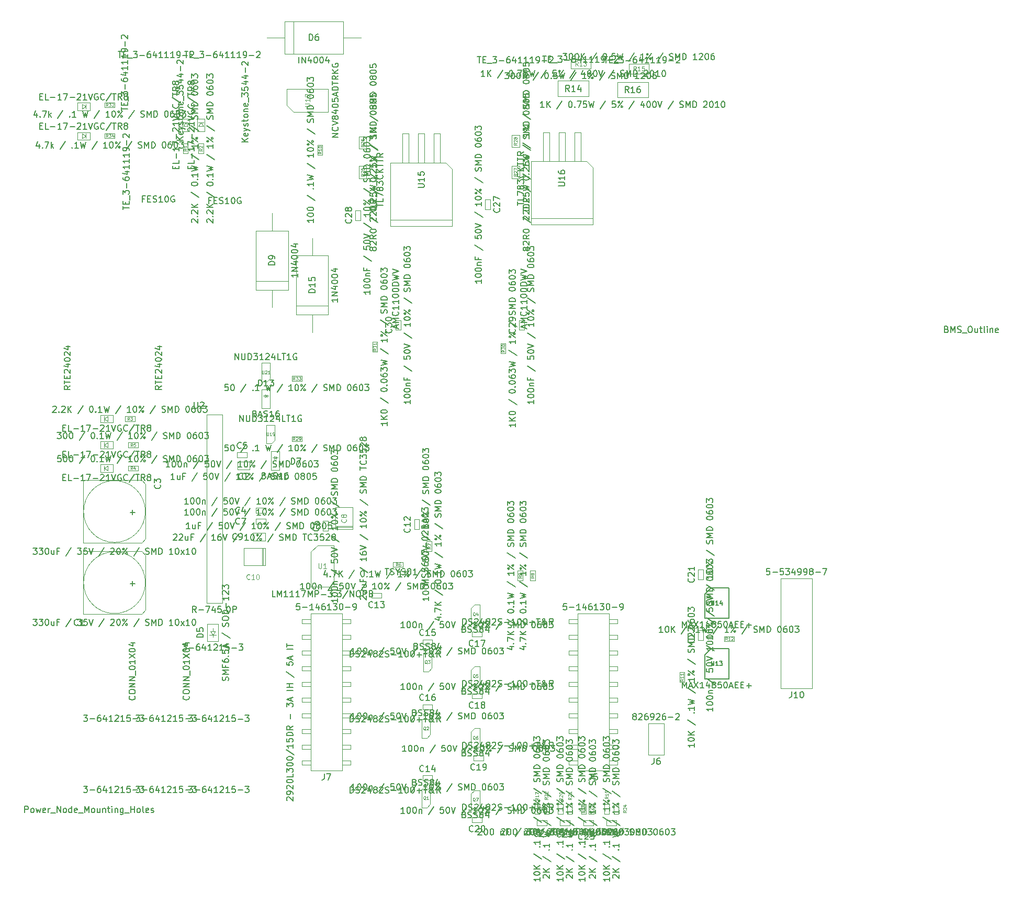
<source format=gbr>
G04 #@! TF.FileFunction,Other,Fab,Top*
%FSLAX46Y46*%
G04 Gerber Fmt 4.6, Leading zero omitted, Abs format (unit mm)*
G04 Created by KiCad (PCBNEW 4.0.6) date 07/17/17 17:34:44*
%MOMM*%
%LPD*%
G01*
G04 APERTURE LIST*
%ADD10C,0.100000*%
%ADD11C,0.150000*%
%ADD12C,0.120000*%
%ADD13C,0.075000*%
%ADD14C,0.105000*%
G04 APERTURE END LIST*
D10*
X42351000Y-118900000D02*
G75*
G03X42351000Y-118900000I-5001000J0D01*
G01*
X32300000Y-113850000D02*
X32300000Y-123950000D01*
X41730000Y-113850000D02*
X32300000Y-113850000D01*
X42400000Y-114520000D02*
X41730000Y-113850000D01*
X42400000Y-123280000D02*
X42400000Y-114520000D01*
X41730000Y-123950000D02*
X42400000Y-123280000D01*
X32300000Y-123950000D02*
X41730000Y-123950000D01*
X57250000Y-100620000D02*
X57250000Y-99380000D01*
X59250000Y-100620000D02*
X57250000Y-100620000D01*
X59250000Y-99380000D02*
X59250000Y-100620000D01*
X57250000Y-99380000D02*
X59250000Y-99380000D01*
X42351000Y-107400000D02*
G75*
G03X42351000Y-107400000I-5001000J0D01*
G01*
X32300000Y-102350000D02*
X32300000Y-112450000D01*
X41730000Y-102350000D02*
X32300000Y-102350000D01*
X42400000Y-103020000D02*
X41730000Y-102350000D01*
X42400000Y-111780000D02*
X42400000Y-103020000D01*
X41730000Y-112450000D02*
X42400000Y-111780000D01*
X32300000Y-112450000D02*
X41730000Y-112450000D01*
X61800000Y-106830000D02*
X61800000Y-107630000D01*
X60200000Y-106830000D02*
X61800000Y-106830000D01*
X60200000Y-107630000D02*
X60200000Y-106830000D01*
X61800000Y-107630000D02*
X60200000Y-107630000D01*
X57200000Y-98650000D02*
X57200000Y-97850000D01*
X58800000Y-98650000D02*
X57200000Y-98650000D01*
X58800000Y-97850000D02*
X58800000Y-98650000D01*
X57200000Y-97850000D02*
X58800000Y-97850000D01*
X71900000Y-110550000D02*
X71100000Y-110550000D01*
X71900000Y-108950000D02*
X71900000Y-110550000D01*
X71100000Y-108950000D02*
X71900000Y-108950000D01*
X71100000Y-110550000D02*
X71100000Y-108950000D01*
X61800000Y-108600000D02*
X61800000Y-109400000D01*
X60200000Y-108600000D02*
X61800000Y-108600000D01*
X60200000Y-109400000D02*
X60200000Y-108600000D01*
X61800000Y-109400000D02*
X60200000Y-109400000D01*
X73100000Y-110250000D02*
X75900000Y-110250000D01*
X75900000Y-110250000D02*
X75900000Y-106750000D01*
X75900000Y-106750000D02*
X73100000Y-106750000D01*
X73100000Y-106750000D02*
X73100000Y-110250000D01*
X73100000Y-109900000D02*
X75900000Y-109900000D01*
X73100000Y-109725000D02*
X75900000Y-109725000D01*
X61750000Y-110880000D02*
X61750000Y-112120000D01*
X59750000Y-110880000D02*
X61750000Y-110880000D01*
X59750000Y-112120000D02*
X59750000Y-110880000D01*
X61750000Y-112120000D02*
X59750000Y-112120000D01*
X61750000Y-116150000D02*
X61750000Y-113350000D01*
X61750000Y-113350000D02*
X58250000Y-113350000D01*
X58250000Y-113350000D02*
X58250000Y-116150000D01*
X58250000Y-116150000D02*
X61750000Y-116150000D01*
X61400000Y-116150000D02*
X61400000Y-113350000D01*
X61225000Y-116150000D02*
X61225000Y-113350000D01*
X86650000Y-110300000D02*
X85850000Y-110300000D01*
X86650000Y-108700000D02*
X86650000Y-110300000D01*
X85850000Y-108700000D02*
X86650000Y-108700000D01*
X85850000Y-110300000D02*
X85850000Y-108700000D01*
X80550000Y-120600000D02*
X80550000Y-121400000D01*
X78950000Y-120600000D02*
X80550000Y-120600000D01*
X78950000Y-121400000D02*
X78950000Y-120600000D01*
X80550000Y-121400000D02*
X78950000Y-121400000D01*
X87200000Y-150900000D02*
X87200000Y-150100000D01*
X88800000Y-150900000D02*
X87200000Y-150900000D01*
X88800000Y-150100000D02*
X88800000Y-150900000D01*
X87200000Y-150100000D02*
X88800000Y-150100000D01*
X87200000Y-128900000D02*
X87200000Y-128100000D01*
X88800000Y-128900000D02*
X87200000Y-128900000D01*
X88800000Y-128100000D02*
X88800000Y-128900000D01*
X87200000Y-128100000D02*
X88800000Y-128100000D01*
X87200000Y-139400000D02*
X87200000Y-138600000D01*
X88800000Y-139400000D02*
X87200000Y-139400000D01*
X88800000Y-138600000D02*
X88800000Y-139400000D01*
X87200000Y-138600000D02*
X88800000Y-138600000D01*
X96800000Y-126850000D02*
X96800000Y-127650000D01*
X95200000Y-126850000D02*
X96800000Y-126850000D01*
X95200000Y-127650000D02*
X95200000Y-126850000D01*
X96800000Y-127650000D02*
X95200000Y-127650000D01*
X96800000Y-136850000D02*
X96800000Y-137650000D01*
X95200000Y-136850000D02*
X96800000Y-136850000D01*
X95200000Y-137650000D02*
X95200000Y-136850000D01*
X96800000Y-137650000D02*
X95200000Y-137650000D01*
X97050000Y-146850000D02*
X97050000Y-147650000D01*
X95450000Y-146850000D02*
X97050000Y-146850000D01*
X95450000Y-147650000D02*
X95450000Y-146850000D01*
X97050000Y-147650000D02*
X95450000Y-147650000D01*
X96800000Y-156850000D02*
X96800000Y-157650000D01*
X95200000Y-156850000D02*
X96800000Y-156850000D01*
X95200000Y-157650000D02*
X95200000Y-156850000D01*
X96800000Y-157650000D02*
X95200000Y-157650000D01*
X132600000Y-118400000D02*
X131800000Y-118400000D01*
X132600000Y-116800000D02*
X132600000Y-118400000D01*
X131800000Y-116800000D02*
X132600000Y-116800000D01*
X131800000Y-118400000D02*
X131800000Y-116800000D01*
X132600000Y-128200000D02*
X131800000Y-128200000D01*
X132600000Y-126600000D02*
X132600000Y-128200000D01*
X131800000Y-126600000D02*
X132600000Y-126600000D01*
X131800000Y-128200000D02*
X131800000Y-126600000D01*
X109450000Y-158150000D02*
X109450000Y-157350000D01*
X111050000Y-158150000D02*
X109450000Y-158150000D01*
X111050000Y-157350000D02*
X111050000Y-158150000D01*
X109450000Y-157350000D02*
X111050000Y-157350000D01*
X105700000Y-158150000D02*
X105700000Y-157350000D01*
X107300000Y-158150000D02*
X105700000Y-158150000D01*
X107300000Y-157350000D02*
X107300000Y-158150000D01*
X105700000Y-157350000D02*
X107300000Y-157350000D01*
X113200000Y-158150000D02*
X113200000Y-157350000D01*
X114800000Y-158150000D02*
X113200000Y-158150000D01*
X114800000Y-157350000D02*
X114800000Y-158150000D01*
X113200000Y-157350000D02*
X114800000Y-157350000D01*
X116950000Y-158150000D02*
X116950000Y-157350000D01*
X118550000Y-158150000D02*
X116950000Y-158150000D01*
X118550000Y-157350000D02*
X118550000Y-158150000D01*
X116950000Y-157350000D02*
X118550000Y-157350000D01*
X97350000Y-56950000D02*
X98150000Y-56950000D01*
X97350000Y-58550000D02*
X97350000Y-56950000D01*
X98150000Y-58550000D02*
X97350000Y-58550000D01*
X98150000Y-56950000D02*
X98150000Y-58550000D01*
X77150000Y-60300000D02*
X76350000Y-60300000D01*
X77150000Y-58700000D02*
X77150000Y-60300000D01*
X76350000Y-58700000D02*
X77150000Y-58700000D01*
X76350000Y-60300000D02*
X76350000Y-58700000D01*
X103650000Y-78050000D02*
X102850000Y-78050000D01*
X103650000Y-76450000D02*
X103650000Y-78050000D01*
X102850000Y-76450000D02*
X103650000Y-76450000D01*
X102850000Y-78050000D02*
X102850000Y-76450000D01*
X83650000Y-78050000D02*
X82850000Y-78050000D01*
X83650000Y-76450000D02*
X83650000Y-78050000D01*
X82850000Y-76450000D02*
X83650000Y-76450000D01*
X82850000Y-78050000D02*
X82850000Y-76450000D01*
X53250000Y-126750000D02*
X53250000Y-126250000D01*
X53650000Y-126750000D02*
X53250000Y-127350000D01*
X52850000Y-126750000D02*
X53650000Y-126750000D01*
X53250000Y-127350000D02*
X52850000Y-126750000D01*
X53250000Y-127350000D02*
X53800000Y-127350000D01*
X53250000Y-127350000D02*
X52700000Y-127350000D01*
X53250000Y-127750000D02*
X53250000Y-127350000D01*
X54150000Y-128400000D02*
X52350000Y-128400000D01*
X54150000Y-125600000D02*
X54150000Y-128400000D01*
X52350000Y-125600000D02*
X54150000Y-125600000D01*
X52350000Y-128400000D02*
X52350000Y-125600000D01*
X63200000Y-98700000D02*
X62950000Y-98700000D01*
X63200000Y-98900000D02*
X63500000Y-98700000D01*
X63200000Y-98500000D02*
X63200000Y-98900000D01*
X63500000Y-98700000D02*
X63200000Y-98500000D01*
X63500000Y-98700000D02*
X63750000Y-98700000D01*
X63500000Y-98500000D02*
X63500000Y-98900000D01*
X64050000Y-97630000D02*
X64050000Y-100670000D01*
X62650000Y-100670000D02*
X64050000Y-100670000D01*
X62650000Y-97630000D02*
X64050000Y-97630000D01*
X62650000Y-97630000D02*
X62650000Y-100670000D01*
X150240000Y-136020000D02*
X150240000Y-118240000D01*
X150240000Y-118240000D02*
X145160000Y-118240000D01*
X145160000Y-118240000D02*
X145160000Y-136020000D01*
X145160000Y-136020000D02*
X150240000Y-136020000D01*
X88450000Y-154700000D02*
X88450000Y-152250000D01*
X87900000Y-155270000D02*
X87050000Y-155270000D01*
X88450000Y-154700000D02*
X87900000Y-155270000D01*
X87050000Y-155270000D02*
X87050000Y-152230000D01*
X88450000Y-152230000D02*
X87050000Y-152230000D01*
X88450000Y-143450000D02*
X88450000Y-141000000D01*
X87900000Y-144020000D02*
X87050000Y-144020000D01*
X88450000Y-143450000D02*
X87900000Y-144020000D01*
X87050000Y-144020000D02*
X87050000Y-140980000D01*
X88450000Y-140980000D02*
X87050000Y-140980000D01*
X88700000Y-132700000D02*
X88700000Y-130250000D01*
X88150000Y-133270000D02*
X87300000Y-133270000D01*
X88700000Y-132700000D02*
X88150000Y-133270000D01*
X87300000Y-133270000D02*
X87300000Y-130230000D01*
X88700000Y-130230000D02*
X87300000Y-130230000D01*
X95050000Y-123050000D02*
X95050000Y-125500000D01*
X95600000Y-122480000D02*
X96450000Y-122480000D01*
X95050000Y-123050000D02*
X95600000Y-122480000D01*
X96450000Y-122480000D02*
X96450000Y-125520000D01*
X95050000Y-125520000D02*
X96450000Y-125520000D01*
X95050000Y-133050000D02*
X95050000Y-135500000D01*
X95600000Y-132480000D02*
X96450000Y-132480000D01*
X95050000Y-133050000D02*
X95600000Y-132480000D01*
X96450000Y-132480000D02*
X96450000Y-135520000D01*
X95050000Y-135520000D02*
X96450000Y-135520000D01*
X95050000Y-143050000D02*
X95050000Y-145500000D01*
X95600000Y-142480000D02*
X96450000Y-142480000D01*
X95050000Y-143050000D02*
X95600000Y-142480000D01*
X96450000Y-142480000D02*
X96450000Y-145520000D01*
X95050000Y-145520000D02*
X96450000Y-145520000D01*
X95050000Y-153050000D02*
X95050000Y-155500000D01*
X95600000Y-152480000D02*
X96450000Y-152480000D01*
X95050000Y-153050000D02*
X95600000Y-152480000D01*
X96450000Y-152480000D02*
X96450000Y-155520000D01*
X95050000Y-155520000D02*
X96450000Y-155520000D01*
X49250000Y-49450000D02*
X48450000Y-49450000D01*
X49250000Y-47850000D02*
X49250000Y-49450000D01*
X48450000Y-47850000D02*
X49250000Y-47850000D01*
X48450000Y-49450000D02*
X48450000Y-47850000D01*
X51750000Y-49450000D02*
X50950000Y-49450000D01*
X51750000Y-47850000D02*
X51750000Y-49450000D01*
X50950000Y-47850000D02*
X51750000Y-47850000D01*
X50950000Y-49450000D02*
X50950000Y-47850000D01*
X40650000Y-92000000D02*
X40650000Y-92800000D01*
X39050000Y-92000000D02*
X40650000Y-92000000D01*
X39050000Y-92800000D02*
X39050000Y-92000000D01*
X40650000Y-92800000D02*
X39050000Y-92800000D01*
X41150000Y-100000000D02*
X41150000Y-100800000D01*
X39550000Y-100000000D02*
X41150000Y-100000000D01*
X39550000Y-100800000D02*
X39550000Y-100000000D01*
X41150000Y-100800000D02*
X39550000Y-100800000D01*
X41150000Y-96250000D02*
X41150000Y-97050000D01*
X39550000Y-96250000D02*
X41150000Y-96250000D01*
X39550000Y-97050000D02*
X39550000Y-96250000D01*
X41150000Y-97050000D02*
X39550000Y-97050000D01*
X82450000Y-116400000D02*
X82450000Y-115600000D01*
X84050000Y-116400000D02*
X82450000Y-116400000D01*
X84050000Y-115600000D02*
X84050000Y-116400000D01*
X82450000Y-115600000D02*
X84050000Y-115600000D01*
X88650000Y-113800000D02*
X87850000Y-113800000D01*
X88650000Y-112200000D02*
X88650000Y-113800000D01*
X87850000Y-112200000D02*
X88650000Y-112200000D01*
X87850000Y-113800000D02*
X87850000Y-112200000D01*
X104600000Y-116950000D02*
X105400000Y-116950000D01*
X104600000Y-118550000D02*
X104600000Y-116950000D01*
X105400000Y-118550000D02*
X104600000Y-118550000D01*
X105400000Y-116950000D02*
X105400000Y-118550000D01*
X102600000Y-116950000D02*
X103400000Y-116950000D01*
X102600000Y-118550000D02*
X102600000Y-116950000D01*
X103400000Y-118550000D02*
X102600000Y-118550000D01*
X103400000Y-116950000D02*
X103400000Y-118550000D01*
X70200000Y-48100000D02*
X71000000Y-48100000D01*
X70200000Y-49700000D02*
X70200000Y-48100000D01*
X71000000Y-49700000D02*
X70200000Y-49700000D01*
X71000000Y-48100000D02*
X71000000Y-49700000D01*
X129600000Y-135000000D02*
X128800000Y-135000000D01*
X129600000Y-133400000D02*
X129600000Y-135000000D01*
X128800000Y-133400000D02*
X129600000Y-133400000D01*
X128800000Y-135000000D02*
X128800000Y-133400000D01*
X137600000Y-127600000D02*
X137600000Y-128400000D01*
X136000000Y-127600000D02*
X137600000Y-127600000D01*
X136000000Y-128400000D02*
X136000000Y-127600000D01*
X137600000Y-128400000D02*
X136000000Y-128400000D01*
X111200000Y-35800000D02*
X111200000Y-34200000D01*
X114400000Y-35800000D02*
X111200000Y-35800000D01*
X114400000Y-34200000D02*
X114400000Y-35800000D01*
X111200000Y-34200000D02*
X114400000Y-34200000D01*
X114100000Y-37750000D02*
X114100000Y-40250000D01*
X109100000Y-37750000D02*
X114100000Y-37750000D01*
X109100000Y-40250000D02*
X109100000Y-37750000D01*
X114100000Y-40250000D02*
X109100000Y-40250000D01*
X123800000Y-35000000D02*
X123800000Y-36600000D01*
X120600000Y-35000000D02*
X123800000Y-35000000D01*
X120600000Y-36600000D02*
X120600000Y-35000000D01*
X123800000Y-36600000D02*
X120600000Y-36600000D01*
X118700000Y-40450000D02*
X118700000Y-37950000D01*
X123700000Y-40450000D02*
X118700000Y-40450000D01*
X123700000Y-37950000D02*
X123700000Y-40450000D01*
X118700000Y-37950000D02*
X123700000Y-37950000D01*
X106150000Y-156300000D02*
X105350000Y-156300000D01*
X106150000Y-154700000D02*
X106150000Y-156300000D01*
X105350000Y-154700000D02*
X106150000Y-154700000D01*
X105350000Y-156300000D02*
X105350000Y-154700000D01*
X113650000Y-156300000D02*
X112850000Y-156300000D01*
X113650000Y-154700000D02*
X113650000Y-156300000D01*
X112850000Y-154700000D02*
X113650000Y-154700000D01*
X112850000Y-156300000D02*
X112850000Y-154700000D01*
X117400000Y-156300000D02*
X116600000Y-156300000D01*
X117400000Y-154700000D02*
X117400000Y-156300000D01*
X116600000Y-154700000D02*
X117400000Y-154700000D01*
X116600000Y-156300000D02*
X116600000Y-154700000D01*
X109900000Y-156300000D02*
X109100000Y-156300000D01*
X109900000Y-154700000D02*
X109900000Y-156300000D01*
X109100000Y-154700000D02*
X109900000Y-154700000D01*
X109100000Y-156300000D02*
X109100000Y-154700000D01*
X110600000Y-154700000D02*
X111400000Y-154700000D01*
X110600000Y-156300000D02*
X110600000Y-154700000D01*
X111400000Y-156300000D02*
X110600000Y-156300000D01*
X111400000Y-154700000D02*
X111400000Y-156300000D01*
X106850000Y-154700000D02*
X107650000Y-154700000D01*
X106850000Y-156300000D02*
X106850000Y-154700000D01*
X107650000Y-156300000D02*
X106850000Y-156300000D01*
X107650000Y-154700000D02*
X107650000Y-156300000D01*
X114100000Y-154700000D02*
X114900000Y-154700000D01*
X114100000Y-156300000D02*
X114100000Y-154700000D01*
X114900000Y-156300000D02*
X114100000Y-156300000D01*
X114900000Y-154700000D02*
X114900000Y-156300000D01*
X118100000Y-154700000D02*
X118900000Y-154700000D01*
X118100000Y-156300000D02*
X118100000Y-154700000D01*
X118900000Y-156300000D02*
X118100000Y-156300000D01*
X118900000Y-154700000D02*
X118900000Y-156300000D01*
X78120000Y-53500000D02*
X76880000Y-53500000D01*
X78120000Y-51500000D02*
X78120000Y-53500000D01*
X76880000Y-51500000D02*
X78120000Y-51500000D01*
X76880000Y-53500000D02*
X76880000Y-51500000D01*
X78120000Y-48750000D02*
X76880000Y-48750000D01*
X78120000Y-46750000D02*
X78120000Y-48750000D01*
X76880000Y-46750000D02*
X78120000Y-46750000D01*
X76880000Y-48750000D02*
X76880000Y-46750000D01*
X102870000Y-53500000D02*
X101630000Y-53500000D01*
X102870000Y-51500000D02*
X102870000Y-53500000D01*
X101630000Y-51500000D02*
X102870000Y-51500000D01*
X101630000Y-53500000D02*
X101630000Y-51500000D01*
X102870000Y-48500000D02*
X101630000Y-48500000D01*
X102870000Y-46500000D02*
X102870000Y-48500000D01*
X101630000Y-46500000D02*
X102870000Y-46500000D01*
X101630000Y-48500000D02*
X101630000Y-46500000D01*
X66050000Y-96050000D02*
X66050000Y-95250000D01*
X67650000Y-96050000D02*
X66050000Y-96050000D01*
X67650000Y-95250000D02*
X67650000Y-96050000D01*
X66050000Y-95250000D02*
X67650000Y-95250000D01*
X100650000Y-81800000D02*
X99850000Y-81800000D01*
X100650000Y-80200000D02*
X100650000Y-81800000D01*
X99850000Y-80200000D02*
X100650000Y-80200000D01*
X99850000Y-81800000D02*
X99850000Y-80200000D01*
X79900000Y-81550000D02*
X79100000Y-81550000D01*
X79900000Y-79950000D02*
X79900000Y-81550000D01*
X79100000Y-79950000D02*
X79900000Y-79950000D01*
X79100000Y-81550000D02*
X79100000Y-79950000D01*
X35800000Y-42050000D02*
X35800000Y-41250000D01*
X37400000Y-42050000D02*
X35800000Y-42050000D01*
X37400000Y-41250000D02*
X37400000Y-42050000D01*
X35800000Y-41250000D02*
X37400000Y-41250000D01*
X66300000Y-42750000D02*
X65250000Y-41700000D01*
X66300000Y-42750000D02*
X71950000Y-42750000D01*
X65250000Y-41700000D02*
X65250000Y-39050000D01*
X71950000Y-42750000D02*
X71950000Y-39050000D01*
X65250000Y-39050000D02*
X71950000Y-39050000D01*
D11*
X133850000Y-129550000D02*
X136750000Y-129550000D01*
X136750000Y-129550000D02*
X136750000Y-134450000D01*
X136750000Y-134450000D02*
X132850000Y-134450000D01*
X132850000Y-134450000D02*
X132850000Y-130550000D01*
X132850000Y-130550000D02*
X133850000Y-129550000D01*
X133850000Y-119750000D02*
X136750000Y-119750000D01*
X136750000Y-119750000D02*
X136750000Y-124650000D01*
X136750000Y-124650000D02*
X132850000Y-124650000D01*
X132850000Y-124650000D02*
X132850000Y-120750000D01*
X132850000Y-120750000D02*
X133850000Y-119750000D01*
D10*
X63300000Y-95850000D02*
X63300000Y-93400000D01*
X62750000Y-96420000D02*
X61900000Y-96420000D01*
X63300000Y-95850000D02*
X62750000Y-96420000D01*
X61900000Y-96420000D02*
X61900000Y-93380000D01*
X63300000Y-93380000D02*
X61900000Y-93380000D01*
X69150000Y-113950000D02*
X70200000Y-112900000D01*
X69150000Y-113950000D02*
X69150000Y-119600000D01*
X70200000Y-112900000D02*
X72850000Y-112900000D01*
X69150000Y-119600000D02*
X72850000Y-119600000D01*
X72850000Y-112900000D02*
X72850000Y-119600000D01*
X52230000Y-91730000D02*
X52230000Y-122210000D01*
X52230000Y-122210000D02*
X54770000Y-122210000D01*
X54770000Y-122210000D02*
X54770000Y-91730000D01*
X54770000Y-91730000D02*
X52230000Y-91730000D01*
X49250000Y-44500000D02*
X48450000Y-44500000D01*
X48850000Y-44500000D02*
X49250000Y-45100000D01*
X48450000Y-45100000D02*
X48850000Y-44500000D01*
X49250000Y-45100000D02*
X48450000Y-45100000D01*
X48250000Y-45900000D02*
X48250000Y-43900000D01*
X49450000Y-45900000D02*
X48250000Y-45900000D01*
X49450000Y-43900000D02*
X49450000Y-45900000D01*
X48250000Y-43900000D02*
X49450000Y-43900000D01*
X51750000Y-44500000D02*
X50950000Y-44500000D01*
X51350000Y-44500000D02*
X51750000Y-45100000D01*
X50950000Y-45100000D02*
X51350000Y-44500000D01*
X51750000Y-45100000D02*
X50950000Y-45100000D01*
X50750000Y-45900000D02*
X50750000Y-43900000D01*
X51950000Y-45900000D02*
X50750000Y-45900000D01*
X51950000Y-43900000D02*
X51950000Y-45900000D01*
X50750000Y-43900000D02*
X51950000Y-43900000D01*
X32750000Y-42300000D02*
X32750000Y-41500000D01*
X32750000Y-41900000D02*
X32150000Y-42300000D01*
X32150000Y-41500000D02*
X32750000Y-41900000D01*
X32150000Y-42300000D02*
X32150000Y-41500000D01*
X31350000Y-41300000D02*
X33350000Y-41300000D01*
X31350000Y-42500000D02*
X31350000Y-41300000D01*
X33350000Y-42500000D02*
X31350000Y-42500000D01*
X33350000Y-41300000D02*
X33350000Y-42500000D01*
X35700000Y-92000000D02*
X35700000Y-92800000D01*
X35700000Y-92400000D02*
X36300000Y-92000000D01*
X36300000Y-92800000D02*
X35700000Y-92400000D01*
X36300000Y-92000000D02*
X36300000Y-92800000D01*
X37100000Y-93000000D02*
X35100000Y-93000000D01*
X37100000Y-91800000D02*
X37100000Y-93000000D01*
X35100000Y-91800000D02*
X37100000Y-91800000D01*
X35100000Y-93000000D02*
X35100000Y-91800000D01*
X35700000Y-100000000D02*
X35700000Y-100800000D01*
X35700000Y-100400000D02*
X36300000Y-100000000D01*
X36300000Y-100800000D02*
X35700000Y-100400000D01*
X36300000Y-100000000D02*
X36300000Y-100800000D01*
X37100000Y-101000000D02*
X35100000Y-101000000D01*
X37100000Y-99800000D02*
X37100000Y-101000000D01*
X35100000Y-99800000D02*
X37100000Y-99800000D01*
X35100000Y-101000000D02*
X35100000Y-99800000D01*
X35700000Y-96250000D02*
X35700000Y-97050000D01*
X35700000Y-96650000D02*
X36300000Y-96250000D01*
X36300000Y-97050000D02*
X35700000Y-96650000D01*
X36300000Y-96250000D02*
X36300000Y-97050000D01*
X37100000Y-97250000D02*
X35100000Y-97250000D01*
X37100000Y-96050000D02*
X37100000Y-97250000D01*
X35100000Y-96050000D02*
X37100000Y-96050000D01*
X35100000Y-97250000D02*
X35100000Y-96050000D01*
X74180000Y-149310000D02*
X74180000Y-123910000D01*
X74180000Y-123910000D02*
X69100000Y-123910000D01*
X69100000Y-123910000D02*
X69100000Y-149310000D01*
X69100000Y-149310000D02*
X74180000Y-149310000D01*
X74180000Y-148360000D02*
X74180000Y-147720000D01*
X74180000Y-147720000D02*
X75560000Y-147720000D01*
X75560000Y-147720000D02*
X75560000Y-148360000D01*
X75560000Y-148360000D02*
X74180000Y-148360000D01*
X69100000Y-148360000D02*
X69100000Y-147720000D01*
X69100000Y-147720000D02*
X67720000Y-147720000D01*
X67720000Y-147720000D02*
X67720000Y-148360000D01*
X67720000Y-148360000D02*
X69100000Y-148360000D01*
X74180000Y-145820000D02*
X74180000Y-145180000D01*
X74180000Y-145180000D02*
X75560000Y-145180000D01*
X75560000Y-145180000D02*
X75560000Y-145820000D01*
X75560000Y-145820000D02*
X74180000Y-145820000D01*
X69100000Y-145820000D02*
X69100000Y-145180000D01*
X69100000Y-145180000D02*
X67720000Y-145180000D01*
X67720000Y-145180000D02*
X67720000Y-145820000D01*
X67720000Y-145820000D02*
X69100000Y-145820000D01*
X74180000Y-143280000D02*
X74180000Y-142640000D01*
X74180000Y-142640000D02*
X75560000Y-142640000D01*
X75560000Y-142640000D02*
X75560000Y-143280000D01*
X75560000Y-143280000D02*
X74180000Y-143280000D01*
X69100000Y-143280000D02*
X69100000Y-142640000D01*
X69100000Y-142640000D02*
X67720000Y-142640000D01*
X67720000Y-142640000D02*
X67720000Y-143280000D01*
X67720000Y-143280000D02*
X69100000Y-143280000D01*
X74180000Y-140740000D02*
X74180000Y-140100000D01*
X74180000Y-140100000D02*
X75560000Y-140100000D01*
X75560000Y-140100000D02*
X75560000Y-140740000D01*
X75560000Y-140740000D02*
X74180000Y-140740000D01*
X69100000Y-140740000D02*
X69100000Y-140100000D01*
X69100000Y-140100000D02*
X67720000Y-140100000D01*
X67720000Y-140100000D02*
X67720000Y-140740000D01*
X67720000Y-140740000D02*
X69100000Y-140740000D01*
X74180000Y-138200000D02*
X74180000Y-137560000D01*
X74180000Y-137560000D02*
X75560000Y-137560000D01*
X75560000Y-137560000D02*
X75560000Y-138200000D01*
X75560000Y-138200000D02*
X74180000Y-138200000D01*
X69100000Y-138200000D02*
X69100000Y-137560000D01*
X69100000Y-137560000D02*
X67720000Y-137560000D01*
X67720000Y-137560000D02*
X67720000Y-138200000D01*
X67720000Y-138200000D02*
X69100000Y-138200000D01*
X74180000Y-135660000D02*
X74180000Y-135020000D01*
X74180000Y-135020000D02*
X75560000Y-135020000D01*
X75560000Y-135020000D02*
X75560000Y-135660000D01*
X75560000Y-135660000D02*
X74180000Y-135660000D01*
X69100000Y-135660000D02*
X69100000Y-135020000D01*
X69100000Y-135020000D02*
X67720000Y-135020000D01*
X67720000Y-135020000D02*
X67720000Y-135660000D01*
X67720000Y-135660000D02*
X69100000Y-135660000D01*
X74180000Y-133120000D02*
X74180000Y-132480000D01*
X74180000Y-132480000D02*
X75560000Y-132480000D01*
X75560000Y-132480000D02*
X75560000Y-133120000D01*
X75560000Y-133120000D02*
X74180000Y-133120000D01*
X69100000Y-133120000D02*
X69100000Y-132480000D01*
X69100000Y-132480000D02*
X67720000Y-132480000D01*
X67720000Y-132480000D02*
X67720000Y-133120000D01*
X67720000Y-133120000D02*
X69100000Y-133120000D01*
X74180000Y-130580000D02*
X74180000Y-129940000D01*
X74180000Y-129940000D02*
X75560000Y-129940000D01*
X75560000Y-129940000D02*
X75560000Y-130580000D01*
X75560000Y-130580000D02*
X74180000Y-130580000D01*
X69100000Y-130580000D02*
X69100000Y-129940000D01*
X69100000Y-129940000D02*
X67720000Y-129940000D01*
X67720000Y-129940000D02*
X67720000Y-130580000D01*
X67720000Y-130580000D02*
X69100000Y-130580000D01*
X74180000Y-128040000D02*
X74180000Y-127400000D01*
X74180000Y-127400000D02*
X75560000Y-127400000D01*
X75560000Y-127400000D02*
X75560000Y-128040000D01*
X75560000Y-128040000D02*
X74180000Y-128040000D01*
X69100000Y-128040000D02*
X69100000Y-127400000D01*
X69100000Y-127400000D02*
X67720000Y-127400000D01*
X67720000Y-127400000D02*
X67720000Y-128040000D01*
X67720000Y-128040000D02*
X69100000Y-128040000D01*
X74180000Y-125500000D02*
X74180000Y-124860000D01*
X74180000Y-124860000D02*
X75560000Y-124860000D01*
X75560000Y-124860000D02*
X75560000Y-125500000D01*
X75560000Y-125500000D02*
X74180000Y-125500000D01*
X69100000Y-125500000D02*
X69100000Y-124860000D01*
X69100000Y-124860000D02*
X67720000Y-124860000D01*
X67720000Y-124860000D02*
X67720000Y-125500000D01*
X67720000Y-125500000D02*
X69100000Y-125500000D01*
X117360000Y-149310000D02*
X117360000Y-123910000D01*
X117360000Y-123910000D02*
X112280000Y-123910000D01*
X112280000Y-123910000D02*
X112280000Y-149310000D01*
X112280000Y-149310000D02*
X117360000Y-149310000D01*
X117360000Y-148360000D02*
X117360000Y-147720000D01*
X117360000Y-147720000D02*
X118740000Y-147720000D01*
X118740000Y-147720000D02*
X118740000Y-148360000D01*
X118740000Y-148360000D02*
X117360000Y-148360000D01*
X112280000Y-148360000D02*
X112280000Y-147720000D01*
X112280000Y-147720000D02*
X110900000Y-147720000D01*
X110900000Y-147720000D02*
X110900000Y-148360000D01*
X110900000Y-148360000D02*
X112280000Y-148360000D01*
X117360000Y-145820000D02*
X117360000Y-145180000D01*
X117360000Y-145180000D02*
X118740000Y-145180000D01*
X118740000Y-145180000D02*
X118740000Y-145820000D01*
X118740000Y-145820000D02*
X117360000Y-145820000D01*
X112280000Y-145820000D02*
X112280000Y-145180000D01*
X112280000Y-145180000D02*
X110900000Y-145180000D01*
X110900000Y-145180000D02*
X110900000Y-145820000D01*
X110900000Y-145820000D02*
X112280000Y-145820000D01*
X117360000Y-143280000D02*
X117360000Y-142640000D01*
X117360000Y-142640000D02*
X118740000Y-142640000D01*
X118740000Y-142640000D02*
X118740000Y-143280000D01*
X118740000Y-143280000D02*
X117360000Y-143280000D01*
X112280000Y-143280000D02*
X112280000Y-142640000D01*
X112280000Y-142640000D02*
X110900000Y-142640000D01*
X110900000Y-142640000D02*
X110900000Y-143280000D01*
X110900000Y-143280000D02*
X112280000Y-143280000D01*
X117360000Y-140740000D02*
X117360000Y-140100000D01*
X117360000Y-140100000D02*
X118740000Y-140100000D01*
X118740000Y-140100000D02*
X118740000Y-140740000D01*
X118740000Y-140740000D02*
X117360000Y-140740000D01*
X112280000Y-140740000D02*
X112280000Y-140100000D01*
X112280000Y-140100000D02*
X110900000Y-140100000D01*
X110900000Y-140100000D02*
X110900000Y-140740000D01*
X110900000Y-140740000D02*
X112280000Y-140740000D01*
X117360000Y-138200000D02*
X117360000Y-137560000D01*
X117360000Y-137560000D02*
X118740000Y-137560000D01*
X118740000Y-137560000D02*
X118740000Y-138200000D01*
X118740000Y-138200000D02*
X117360000Y-138200000D01*
X112280000Y-138200000D02*
X112280000Y-137560000D01*
X112280000Y-137560000D02*
X110900000Y-137560000D01*
X110900000Y-137560000D02*
X110900000Y-138200000D01*
X110900000Y-138200000D02*
X112280000Y-138200000D01*
X117360000Y-135660000D02*
X117360000Y-135020000D01*
X117360000Y-135020000D02*
X118740000Y-135020000D01*
X118740000Y-135020000D02*
X118740000Y-135660000D01*
X118740000Y-135660000D02*
X117360000Y-135660000D01*
X112280000Y-135660000D02*
X112280000Y-135020000D01*
X112280000Y-135020000D02*
X110900000Y-135020000D01*
X110900000Y-135020000D02*
X110900000Y-135660000D01*
X110900000Y-135660000D02*
X112280000Y-135660000D01*
X117360000Y-133120000D02*
X117360000Y-132480000D01*
X117360000Y-132480000D02*
X118740000Y-132480000D01*
X118740000Y-132480000D02*
X118740000Y-133120000D01*
X118740000Y-133120000D02*
X117360000Y-133120000D01*
X112280000Y-133120000D02*
X112280000Y-132480000D01*
X112280000Y-132480000D02*
X110900000Y-132480000D01*
X110900000Y-132480000D02*
X110900000Y-133120000D01*
X110900000Y-133120000D02*
X112280000Y-133120000D01*
X117360000Y-130580000D02*
X117360000Y-129940000D01*
X117360000Y-129940000D02*
X118740000Y-129940000D01*
X118740000Y-129940000D02*
X118740000Y-130580000D01*
X118740000Y-130580000D02*
X117360000Y-130580000D01*
X112280000Y-130580000D02*
X112280000Y-129940000D01*
X112280000Y-129940000D02*
X110900000Y-129940000D01*
X110900000Y-129940000D02*
X110900000Y-130580000D01*
X110900000Y-130580000D02*
X112280000Y-130580000D01*
X117360000Y-128040000D02*
X117360000Y-127400000D01*
X117360000Y-127400000D02*
X118740000Y-127400000D01*
X118740000Y-127400000D02*
X118740000Y-128040000D01*
X118740000Y-128040000D02*
X117360000Y-128040000D01*
X112280000Y-128040000D02*
X112280000Y-127400000D01*
X112280000Y-127400000D02*
X110900000Y-127400000D01*
X110900000Y-127400000D02*
X110900000Y-128040000D01*
X110900000Y-128040000D02*
X112280000Y-128040000D01*
X117360000Y-125500000D02*
X117360000Y-124860000D01*
X117360000Y-124860000D02*
X118740000Y-124860000D01*
X118740000Y-124860000D02*
X118740000Y-125500000D01*
X118740000Y-125500000D02*
X117360000Y-125500000D01*
X112280000Y-125500000D02*
X112280000Y-124860000D01*
X112280000Y-124860000D02*
X110900000Y-124860000D01*
X110900000Y-124860000D02*
X110900000Y-125500000D01*
X110900000Y-125500000D02*
X112280000Y-125500000D01*
X126250000Y-146770000D02*
X126250000Y-141690000D01*
X126250000Y-141690000D02*
X123710000Y-141690000D01*
X123710000Y-141690000D02*
X123710000Y-146770000D01*
X123710000Y-146770000D02*
X126250000Y-146770000D01*
X64855000Y-28145000D02*
X64855000Y-33355000D01*
X64855000Y-33355000D02*
X74385000Y-33355000D01*
X74385000Y-33355000D02*
X74385000Y-28145000D01*
X74385000Y-28145000D02*
X64855000Y-28145000D01*
X62000000Y-30750000D02*
X64855000Y-30750000D01*
X77240000Y-30750000D02*
X74385000Y-30750000D01*
X66284500Y-28145000D02*
X66284500Y-33355000D01*
X60245000Y-71545000D02*
X65455000Y-71545000D01*
X65455000Y-71545000D02*
X65455000Y-62015000D01*
X65455000Y-62015000D02*
X60245000Y-62015000D01*
X60245000Y-62015000D02*
X60245000Y-71545000D01*
X62850000Y-74400000D02*
X62850000Y-71545000D01*
X62850000Y-59160000D02*
X62850000Y-62015000D01*
X60245000Y-70115500D02*
X65455000Y-70115500D01*
X61700000Y-88700000D02*
X61450000Y-88700000D01*
X61700000Y-88900000D02*
X62000000Y-88700000D01*
X61700000Y-88500000D02*
X61700000Y-88900000D01*
X62000000Y-88700000D02*
X61700000Y-88500000D01*
X62000000Y-88700000D02*
X62250000Y-88700000D01*
X62000000Y-88500000D02*
X62000000Y-88900000D01*
X62550000Y-87630000D02*
X62550000Y-90670000D01*
X61150000Y-90670000D02*
X62550000Y-90670000D01*
X61150000Y-87630000D02*
X62550000Y-87630000D01*
X61150000Y-87630000D02*
X61150000Y-90670000D01*
X32750000Y-47050000D02*
X32750000Y-46250000D01*
X32750000Y-46650000D02*
X32150000Y-47050000D01*
X32150000Y-46250000D02*
X32750000Y-46650000D01*
X32150000Y-47050000D02*
X32150000Y-46250000D01*
X31350000Y-46050000D02*
X33350000Y-46050000D01*
X31350000Y-47250000D02*
X31350000Y-46050000D01*
X33350000Y-47250000D02*
X31350000Y-47250000D01*
X33350000Y-46050000D02*
X33350000Y-47250000D01*
X66050000Y-86300000D02*
X66050000Y-85500000D01*
X67650000Y-86300000D02*
X66050000Y-86300000D01*
X67650000Y-85500000D02*
X67650000Y-86300000D01*
X66050000Y-85500000D02*
X67650000Y-85500000D01*
X35800000Y-47050000D02*
X35800000Y-46250000D01*
X37400000Y-47050000D02*
X35800000Y-47050000D01*
X37400000Y-46250000D02*
X37400000Y-47050000D01*
X35800000Y-46250000D02*
X37400000Y-46250000D01*
X62550000Y-85850000D02*
X62550000Y-83400000D01*
X62000000Y-86420000D02*
X61150000Y-86420000D01*
X62550000Y-85850000D02*
X62000000Y-86420000D01*
X61150000Y-86420000D02*
X61150000Y-83380000D01*
X62550000Y-83380000D02*
X61150000Y-83380000D01*
X92000000Y-60250000D02*
X92000000Y-61250000D01*
X92000000Y-61250000D02*
X82000000Y-61250000D01*
X82000000Y-61250000D02*
X82000000Y-60250000D01*
X92000000Y-60250000D02*
X82000000Y-60250000D01*
X82000000Y-60250000D02*
X82000000Y-51000000D01*
X82000000Y-51000000D02*
X91000000Y-51000000D01*
X91000000Y-51000000D02*
X92000000Y-52000000D01*
X92000000Y-52000000D02*
X92000000Y-60250000D01*
X90040000Y-51000000D02*
X90040000Y-46300000D01*
X90040000Y-46300000D02*
X89040000Y-46300000D01*
X89040000Y-46300000D02*
X89040000Y-51000000D01*
X87500000Y-51000000D02*
X87500000Y-46300000D01*
X87500000Y-46300000D02*
X86500000Y-46300000D01*
X86500000Y-46300000D02*
X86500000Y-51000000D01*
X84960000Y-51000000D02*
X84960000Y-46300000D01*
X84960000Y-46300000D02*
X83960000Y-46300000D01*
X83960000Y-46300000D02*
X83960000Y-51000000D01*
X66745000Y-75545000D02*
X71955000Y-75545000D01*
X71955000Y-75545000D02*
X71955000Y-66015000D01*
X71955000Y-66015000D02*
X66745000Y-66015000D01*
X66745000Y-66015000D02*
X66745000Y-75545000D01*
X69350000Y-78400000D02*
X69350000Y-75545000D01*
X69350000Y-63160000D02*
X69350000Y-66015000D01*
X66745000Y-74115500D02*
X71955000Y-74115500D01*
X114750000Y-60000000D02*
X114750000Y-61000000D01*
X114750000Y-61000000D02*
X104750000Y-61000000D01*
X104750000Y-61000000D02*
X104750000Y-60000000D01*
X114750000Y-60000000D02*
X104750000Y-60000000D01*
X104750000Y-60000000D02*
X104750000Y-50750000D01*
X104750000Y-50750000D02*
X113750000Y-50750000D01*
X113750000Y-50750000D02*
X114750000Y-51750000D01*
X114750000Y-51750000D02*
X114750000Y-60000000D01*
X112790000Y-50750000D02*
X112790000Y-46050000D01*
X112790000Y-46050000D02*
X111790000Y-46050000D01*
X111790000Y-46050000D02*
X111790000Y-50750000D01*
X110250000Y-50750000D02*
X110250000Y-46050000D01*
X110250000Y-46050000D02*
X109250000Y-46050000D01*
X109250000Y-46050000D02*
X109250000Y-50750000D01*
X107710000Y-50750000D02*
X107710000Y-46050000D01*
X107710000Y-46050000D02*
X106710000Y-46050000D01*
X106710000Y-46050000D02*
X106710000Y-50750000D01*
D11*
X93714286Y-145722381D02*
X93714286Y-144722381D01*
X93952381Y-144722381D01*
X94095239Y-144770000D01*
X94190477Y-144865238D01*
X94238096Y-144960476D01*
X94285715Y-145150952D01*
X94285715Y-145293810D01*
X94238096Y-145484286D01*
X94190477Y-145579524D01*
X94095239Y-145674762D01*
X93952381Y-145722381D01*
X93714286Y-145722381D01*
X94666667Y-145674762D02*
X94809524Y-145722381D01*
X95047620Y-145722381D01*
X95142858Y-145674762D01*
X95190477Y-145627143D01*
X95238096Y-145531905D01*
X95238096Y-145436667D01*
X95190477Y-145341429D01*
X95142858Y-145293810D01*
X95047620Y-145246190D01*
X94857143Y-145198571D01*
X94761905Y-145150952D01*
X94714286Y-145103333D01*
X94666667Y-145008095D01*
X94666667Y-144912857D01*
X94714286Y-144817619D01*
X94761905Y-144770000D01*
X94857143Y-144722381D01*
X95095239Y-144722381D01*
X95238096Y-144770000D01*
X95619048Y-144817619D02*
X95666667Y-144770000D01*
X95761905Y-144722381D01*
X96000001Y-144722381D01*
X96095239Y-144770000D01*
X96142858Y-144817619D01*
X96190477Y-144912857D01*
X96190477Y-145008095D01*
X96142858Y-145150952D01*
X95571429Y-145722381D01*
X96190477Y-145722381D01*
X97047620Y-145055714D02*
X97047620Y-145722381D01*
X96809524Y-144674762D02*
X96571429Y-145389048D01*
X97190477Y-145389048D01*
X97714286Y-145150952D02*
X97619048Y-145103333D01*
X97571429Y-145055714D01*
X97523810Y-144960476D01*
X97523810Y-144912857D01*
X97571429Y-144817619D01*
X97619048Y-144770000D01*
X97714286Y-144722381D01*
X97904763Y-144722381D01*
X98000001Y-144770000D01*
X98047620Y-144817619D01*
X98095239Y-144912857D01*
X98095239Y-144960476D01*
X98047620Y-145055714D01*
X98000001Y-145103333D01*
X97904763Y-145150952D01*
X97714286Y-145150952D01*
X97619048Y-145198571D01*
X97571429Y-145246190D01*
X97523810Y-145341429D01*
X97523810Y-145531905D01*
X97571429Y-145627143D01*
X97619048Y-145674762D01*
X97714286Y-145722381D01*
X97904763Y-145722381D01*
X98000001Y-145674762D01*
X98047620Y-145627143D01*
X98095239Y-145531905D01*
X98095239Y-145341429D01*
X98047620Y-145246190D01*
X98000001Y-145198571D01*
X97904763Y-145150952D01*
X98476191Y-144817619D02*
X98523810Y-144770000D01*
X98619048Y-144722381D01*
X98857144Y-144722381D01*
X98952382Y-144770000D01*
X99000001Y-144817619D01*
X99047620Y-144912857D01*
X99047620Y-145008095D01*
X99000001Y-145150952D01*
X98428572Y-145722381D01*
X99047620Y-145722381D01*
X99428572Y-145674762D02*
X99571429Y-145722381D01*
X99809525Y-145722381D01*
X99904763Y-145674762D01*
X99952382Y-145627143D01*
X100000001Y-145531905D01*
X100000001Y-145436667D01*
X99952382Y-145341429D01*
X99904763Y-145293810D01*
X99809525Y-145246190D01*
X99619048Y-145198571D01*
X99523810Y-145150952D01*
X99476191Y-145103333D01*
X99428572Y-145008095D01*
X99428572Y-144912857D01*
X99476191Y-144817619D01*
X99523810Y-144770000D01*
X99619048Y-144722381D01*
X99857144Y-144722381D01*
X100000001Y-144770000D01*
X100428572Y-145341429D02*
X101190477Y-145341429D01*
X102190477Y-145722381D02*
X101619048Y-145722381D01*
X101904762Y-145722381D02*
X101904762Y-144722381D01*
X101809524Y-144865238D01*
X101714286Y-144960476D01*
X101619048Y-145008095D01*
X102809524Y-144722381D02*
X102904763Y-144722381D01*
X103000001Y-144770000D01*
X103047620Y-144817619D01*
X103095239Y-144912857D01*
X103142858Y-145103333D01*
X103142858Y-145341429D01*
X103095239Y-145531905D01*
X103047620Y-145627143D01*
X103000001Y-145674762D01*
X102904763Y-145722381D01*
X102809524Y-145722381D01*
X102714286Y-145674762D01*
X102666667Y-145627143D01*
X102619048Y-145531905D01*
X102571429Y-145341429D01*
X102571429Y-145103333D01*
X102619048Y-144912857D01*
X102666667Y-144817619D01*
X102714286Y-144770000D01*
X102809524Y-144722381D01*
X103761905Y-144722381D02*
X103857144Y-144722381D01*
X103952382Y-144770000D01*
X104000001Y-144817619D01*
X104047620Y-144912857D01*
X104095239Y-145103333D01*
X104095239Y-145341429D01*
X104047620Y-145531905D01*
X104000001Y-145627143D01*
X103952382Y-145674762D01*
X103857144Y-145722381D01*
X103761905Y-145722381D01*
X103666667Y-145674762D01*
X103619048Y-145627143D01*
X103571429Y-145531905D01*
X103523810Y-145341429D01*
X103523810Y-145103333D01*
X103571429Y-144912857D01*
X103619048Y-144817619D01*
X103666667Y-144770000D01*
X103761905Y-144722381D01*
X104523810Y-145341429D02*
X105285715Y-145341429D01*
X104904763Y-145722381D02*
X104904763Y-144960476D01*
X105619048Y-144722381D02*
X106190477Y-144722381D01*
X105904762Y-145722381D02*
X105904762Y-144722381D01*
X107333334Y-145722381D02*
X107285715Y-145722381D01*
X107190477Y-145674762D01*
X107047620Y-145531905D01*
X106809525Y-145246190D01*
X106714286Y-145103333D01*
X106666667Y-144960476D01*
X106666667Y-144865238D01*
X106714286Y-144770000D01*
X106809525Y-144722381D01*
X106857144Y-144722381D01*
X106952382Y-144770000D01*
X107000001Y-144865238D01*
X107000001Y-144912857D01*
X106952382Y-145008095D01*
X106904763Y-145055714D01*
X106619048Y-145246190D01*
X106571429Y-145293810D01*
X106523810Y-145389048D01*
X106523810Y-145531905D01*
X106571429Y-145627143D01*
X106619048Y-145674762D01*
X106714286Y-145722381D01*
X106857144Y-145722381D01*
X106952382Y-145674762D01*
X107000001Y-145627143D01*
X107142858Y-145436667D01*
X107190477Y-145293810D01*
X107190477Y-145198571D01*
X108333334Y-145722381D02*
X108000000Y-145246190D01*
X107761905Y-145722381D02*
X107761905Y-144722381D01*
X108142858Y-144722381D01*
X108238096Y-144770000D01*
X108285715Y-144817619D01*
X108333334Y-144912857D01*
X108333334Y-145055714D01*
X108285715Y-145150952D01*
X108238096Y-145198571D01*
X108142858Y-145246190D01*
X107761905Y-145246190D01*
X24183332Y-124812381D02*
X24802380Y-124812381D01*
X24469046Y-125193333D01*
X24611904Y-125193333D01*
X24707142Y-125240952D01*
X24754761Y-125288571D01*
X24802380Y-125383810D01*
X24802380Y-125621905D01*
X24754761Y-125717143D01*
X24707142Y-125764762D01*
X24611904Y-125812381D01*
X24326189Y-125812381D01*
X24230951Y-125764762D01*
X24183332Y-125717143D01*
X25135713Y-124812381D02*
X25754761Y-124812381D01*
X25421427Y-125193333D01*
X25564285Y-125193333D01*
X25659523Y-125240952D01*
X25707142Y-125288571D01*
X25754761Y-125383810D01*
X25754761Y-125621905D01*
X25707142Y-125717143D01*
X25659523Y-125764762D01*
X25564285Y-125812381D01*
X25278570Y-125812381D01*
X25183332Y-125764762D01*
X25135713Y-125717143D01*
X26373808Y-124812381D02*
X26469047Y-124812381D01*
X26564285Y-124860000D01*
X26611904Y-124907619D01*
X26659523Y-125002857D01*
X26707142Y-125193333D01*
X26707142Y-125431429D01*
X26659523Y-125621905D01*
X26611904Y-125717143D01*
X26564285Y-125764762D01*
X26469047Y-125812381D01*
X26373808Y-125812381D01*
X26278570Y-125764762D01*
X26230951Y-125717143D01*
X26183332Y-125621905D01*
X26135713Y-125431429D01*
X26135713Y-125193333D01*
X26183332Y-125002857D01*
X26230951Y-124907619D01*
X26278570Y-124860000D01*
X26373808Y-124812381D01*
X27564285Y-125145714D02*
X27564285Y-125812381D01*
X27135713Y-125145714D02*
X27135713Y-125669524D01*
X27183332Y-125764762D01*
X27278570Y-125812381D01*
X27421428Y-125812381D01*
X27516666Y-125764762D01*
X27564285Y-125717143D01*
X28373809Y-125288571D02*
X28040475Y-125288571D01*
X28040475Y-125812381D02*
X28040475Y-124812381D01*
X28516666Y-124812381D01*
X30373809Y-124764762D02*
X29516666Y-126050476D01*
X31373809Y-124812381D02*
X31992857Y-124812381D01*
X31659523Y-125193333D01*
X31802381Y-125193333D01*
X31897619Y-125240952D01*
X31945238Y-125288571D01*
X31992857Y-125383810D01*
X31992857Y-125621905D01*
X31945238Y-125717143D01*
X31897619Y-125764762D01*
X31802381Y-125812381D01*
X31516666Y-125812381D01*
X31421428Y-125764762D01*
X31373809Y-125717143D01*
X32897619Y-124812381D02*
X32421428Y-124812381D01*
X32373809Y-125288571D01*
X32421428Y-125240952D01*
X32516666Y-125193333D01*
X32754762Y-125193333D01*
X32850000Y-125240952D01*
X32897619Y-125288571D01*
X32945238Y-125383810D01*
X32945238Y-125621905D01*
X32897619Y-125717143D01*
X32850000Y-125764762D01*
X32754762Y-125812381D01*
X32516666Y-125812381D01*
X32421428Y-125764762D01*
X32373809Y-125717143D01*
X33230952Y-124812381D02*
X33564285Y-125812381D01*
X33897619Y-124812381D01*
X35707143Y-124764762D02*
X34850000Y-126050476D01*
X36754762Y-124907619D02*
X36802381Y-124860000D01*
X36897619Y-124812381D01*
X37135715Y-124812381D01*
X37230953Y-124860000D01*
X37278572Y-124907619D01*
X37326191Y-125002857D01*
X37326191Y-125098095D01*
X37278572Y-125240952D01*
X36707143Y-125812381D01*
X37326191Y-125812381D01*
X37945238Y-124812381D02*
X38040477Y-124812381D01*
X38135715Y-124860000D01*
X38183334Y-124907619D01*
X38230953Y-125002857D01*
X38278572Y-125193333D01*
X38278572Y-125431429D01*
X38230953Y-125621905D01*
X38183334Y-125717143D01*
X38135715Y-125764762D01*
X38040477Y-125812381D01*
X37945238Y-125812381D01*
X37850000Y-125764762D01*
X37802381Y-125717143D01*
X37754762Y-125621905D01*
X37707143Y-125431429D01*
X37707143Y-125193333D01*
X37754762Y-125002857D01*
X37802381Y-124907619D01*
X37850000Y-124860000D01*
X37945238Y-124812381D01*
X38659524Y-125812381D02*
X39421429Y-124812381D01*
X38802381Y-124812381D02*
X38897619Y-124860000D01*
X38945238Y-124955238D01*
X38897619Y-125050476D01*
X38802381Y-125098095D01*
X38707143Y-125050476D01*
X38659524Y-124955238D01*
X38707143Y-124860000D01*
X38802381Y-124812381D01*
X39373810Y-125764762D02*
X39421429Y-125669524D01*
X39373810Y-125574286D01*
X39278572Y-125526667D01*
X39183334Y-125574286D01*
X39135715Y-125669524D01*
X39183334Y-125764762D01*
X39278572Y-125812381D01*
X39373810Y-125764762D01*
X41326191Y-124764762D02*
X40469048Y-126050476D01*
X42373810Y-125764762D02*
X42516667Y-125812381D01*
X42754763Y-125812381D01*
X42850001Y-125764762D01*
X42897620Y-125717143D01*
X42945239Y-125621905D01*
X42945239Y-125526667D01*
X42897620Y-125431429D01*
X42850001Y-125383810D01*
X42754763Y-125336190D01*
X42564286Y-125288571D01*
X42469048Y-125240952D01*
X42421429Y-125193333D01*
X42373810Y-125098095D01*
X42373810Y-125002857D01*
X42421429Y-124907619D01*
X42469048Y-124860000D01*
X42564286Y-124812381D01*
X42802382Y-124812381D01*
X42945239Y-124860000D01*
X43373810Y-125812381D02*
X43373810Y-124812381D01*
X43707144Y-125526667D01*
X44040477Y-124812381D01*
X44040477Y-125812381D01*
X44516667Y-125812381D02*
X44516667Y-124812381D01*
X44754762Y-124812381D01*
X44897620Y-124860000D01*
X44992858Y-124955238D01*
X45040477Y-125050476D01*
X45088096Y-125240952D01*
X45088096Y-125383810D01*
X45040477Y-125574286D01*
X44992858Y-125669524D01*
X44897620Y-125764762D01*
X44754762Y-125812381D01*
X44516667Y-125812381D01*
X46802382Y-125812381D02*
X46230953Y-125812381D01*
X46516667Y-125812381D02*
X46516667Y-124812381D01*
X46421429Y-124955238D01*
X46326191Y-125050476D01*
X46230953Y-125098095D01*
X47421429Y-124812381D02*
X47516668Y-124812381D01*
X47611906Y-124860000D01*
X47659525Y-124907619D01*
X47707144Y-125002857D01*
X47754763Y-125193333D01*
X47754763Y-125431429D01*
X47707144Y-125621905D01*
X47659525Y-125717143D01*
X47611906Y-125764762D01*
X47516668Y-125812381D01*
X47421429Y-125812381D01*
X47326191Y-125764762D01*
X47278572Y-125717143D01*
X47230953Y-125621905D01*
X47183334Y-125431429D01*
X47183334Y-125193333D01*
X47230953Y-125002857D01*
X47278572Y-124907619D01*
X47326191Y-124860000D01*
X47421429Y-124812381D01*
X48088096Y-125812381D02*
X48611906Y-125145714D01*
X48088096Y-125145714D02*
X48611906Y-125812381D01*
X49516668Y-125812381D02*
X48945239Y-125812381D01*
X49230953Y-125812381D02*
X49230953Y-124812381D01*
X49135715Y-124955238D01*
X49040477Y-125050476D01*
X48945239Y-125098095D01*
X50135715Y-124812381D02*
X50230954Y-124812381D01*
X50326192Y-124860000D01*
X50373811Y-124907619D01*
X50421430Y-125002857D01*
X50469049Y-125193333D01*
X50469049Y-125431429D01*
X50421430Y-125621905D01*
X50373811Y-125717143D01*
X50326192Y-125764762D01*
X50230954Y-125812381D01*
X50135715Y-125812381D01*
X50040477Y-125764762D01*
X49992858Y-125717143D01*
X49945239Y-125621905D01*
X49897620Y-125431429D01*
X49897620Y-125193333D01*
X49945239Y-125002857D01*
X49992858Y-124907619D01*
X50040477Y-124860000D01*
X50135715Y-124812381D01*
X39879048Y-119051429D02*
X40640953Y-119051429D01*
X40260001Y-119432381D02*
X40260001Y-118670476D01*
X31433334Y-125757143D02*
X31385715Y-125804762D01*
X31242858Y-125852381D01*
X31147620Y-125852381D01*
X31004762Y-125804762D01*
X30909524Y-125709524D01*
X30861905Y-125614286D01*
X30814286Y-125423810D01*
X30814286Y-125280952D01*
X30861905Y-125090476D01*
X30909524Y-124995238D01*
X31004762Y-124900000D01*
X31147620Y-124852381D01*
X31242858Y-124852381D01*
X31385715Y-124900000D01*
X31433334Y-124947619D01*
X32385715Y-125852381D02*
X31814286Y-125852381D01*
X32100000Y-125852381D02*
X32100000Y-124852381D01*
X32004762Y-124995238D01*
X31909524Y-125090476D01*
X31814286Y-125138095D01*
X47059523Y-102202381D02*
X46488094Y-102202381D01*
X46773808Y-102202381D02*
X46773808Y-101202381D01*
X46678570Y-101345238D01*
X46583332Y-101440476D01*
X46488094Y-101488095D01*
X47916666Y-101535714D02*
X47916666Y-102202381D01*
X47488094Y-101535714D02*
X47488094Y-102059524D01*
X47535713Y-102154762D01*
X47630951Y-102202381D01*
X47773809Y-102202381D01*
X47869047Y-102154762D01*
X47916666Y-102107143D01*
X48726190Y-101678571D02*
X48392856Y-101678571D01*
X48392856Y-102202381D02*
X48392856Y-101202381D01*
X48869047Y-101202381D01*
X50726190Y-101154762D02*
X49869047Y-102440476D01*
X52297619Y-101202381D02*
X51821428Y-101202381D01*
X51773809Y-101678571D01*
X51821428Y-101630952D01*
X51916666Y-101583333D01*
X52154762Y-101583333D01*
X52250000Y-101630952D01*
X52297619Y-101678571D01*
X52345238Y-101773810D01*
X52345238Y-102011905D01*
X52297619Y-102107143D01*
X52250000Y-102154762D01*
X52154762Y-102202381D01*
X51916666Y-102202381D01*
X51821428Y-102154762D01*
X51773809Y-102107143D01*
X52964285Y-101202381D02*
X53059524Y-101202381D01*
X53154762Y-101250000D01*
X53202381Y-101297619D01*
X53250000Y-101392857D01*
X53297619Y-101583333D01*
X53297619Y-101821429D01*
X53250000Y-102011905D01*
X53202381Y-102107143D01*
X53154762Y-102154762D01*
X53059524Y-102202381D01*
X52964285Y-102202381D01*
X52869047Y-102154762D01*
X52821428Y-102107143D01*
X52773809Y-102011905D01*
X52726190Y-101821429D01*
X52726190Y-101583333D01*
X52773809Y-101392857D01*
X52821428Y-101297619D01*
X52869047Y-101250000D01*
X52964285Y-101202381D01*
X53583333Y-101202381D02*
X53916666Y-102202381D01*
X54250000Y-101202381D01*
X56059524Y-101154762D02*
X55202381Y-102440476D01*
X57678572Y-102202381D02*
X57107143Y-102202381D01*
X57392857Y-102202381D02*
X57392857Y-101202381D01*
X57297619Y-101345238D01*
X57202381Y-101440476D01*
X57107143Y-101488095D01*
X58297619Y-101202381D02*
X58392858Y-101202381D01*
X58488096Y-101250000D01*
X58535715Y-101297619D01*
X58583334Y-101392857D01*
X58630953Y-101583333D01*
X58630953Y-101821429D01*
X58583334Y-102011905D01*
X58535715Y-102107143D01*
X58488096Y-102154762D01*
X58392858Y-102202381D01*
X58297619Y-102202381D01*
X58202381Y-102154762D01*
X58154762Y-102107143D01*
X58107143Y-102011905D01*
X58059524Y-101821429D01*
X58059524Y-101583333D01*
X58107143Y-101392857D01*
X58154762Y-101297619D01*
X58202381Y-101250000D01*
X58297619Y-101202381D01*
X59011905Y-102202381D02*
X59773810Y-101202381D01*
X59154762Y-101202381D02*
X59250000Y-101250000D01*
X59297619Y-101345238D01*
X59250000Y-101440476D01*
X59154762Y-101488095D01*
X59059524Y-101440476D01*
X59011905Y-101345238D01*
X59059524Y-101250000D01*
X59154762Y-101202381D01*
X59726191Y-102154762D02*
X59773810Y-102059524D01*
X59726191Y-101964286D01*
X59630953Y-101916667D01*
X59535715Y-101964286D01*
X59488096Y-102059524D01*
X59535715Y-102154762D01*
X59630953Y-102202381D01*
X59726191Y-102154762D01*
X61678572Y-101154762D02*
X60821429Y-102440476D01*
X62726191Y-102154762D02*
X62869048Y-102202381D01*
X63107144Y-102202381D01*
X63202382Y-102154762D01*
X63250001Y-102107143D01*
X63297620Y-102011905D01*
X63297620Y-101916667D01*
X63250001Y-101821429D01*
X63202382Y-101773810D01*
X63107144Y-101726190D01*
X62916667Y-101678571D01*
X62821429Y-101630952D01*
X62773810Y-101583333D01*
X62726191Y-101488095D01*
X62726191Y-101392857D01*
X62773810Y-101297619D01*
X62821429Y-101250000D01*
X62916667Y-101202381D01*
X63154763Y-101202381D01*
X63297620Y-101250000D01*
X63726191Y-102202381D02*
X63726191Y-101202381D01*
X64059525Y-101916667D01*
X64392858Y-101202381D01*
X64392858Y-102202381D01*
X64869048Y-102202381D02*
X64869048Y-101202381D01*
X65107143Y-101202381D01*
X65250001Y-101250000D01*
X65345239Y-101345238D01*
X65392858Y-101440476D01*
X65440477Y-101630952D01*
X65440477Y-101773810D01*
X65392858Y-101964286D01*
X65345239Y-102059524D01*
X65250001Y-102154762D01*
X65107143Y-102202381D01*
X64869048Y-102202381D01*
X66821429Y-101202381D02*
X66916668Y-101202381D01*
X67011906Y-101250000D01*
X67059525Y-101297619D01*
X67107144Y-101392857D01*
X67154763Y-101583333D01*
X67154763Y-101821429D01*
X67107144Y-102011905D01*
X67059525Y-102107143D01*
X67011906Y-102154762D01*
X66916668Y-102202381D01*
X66821429Y-102202381D01*
X66726191Y-102154762D01*
X66678572Y-102107143D01*
X66630953Y-102011905D01*
X66583334Y-101821429D01*
X66583334Y-101583333D01*
X66630953Y-101392857D01*
X66678572Y-101297619D01*
X66726191Y-101250000D01*
X66821429Y-101202381D01*
X67726191Y-101630952D02*
X67630953Y-101583333D01*
X67583334Y-101535714D01*
X67535715Y-101440476D01*
X67535715Y-101392857D01*
X67583334Y-101297619D01*
X67630953Y-101250000D01*
X67726191Y-101202381D01*
X67916668Y-101202381D01*
X68011906Y-101250000D01*
X68059525Y-101297619D01*
X68107144Y-101392857D01*
X68107144Y-101440476D01*
X68059525Y-101535714D01*
X68011906Y-101583333D01*
X67916668Y-101630952D01*
X67726191Y-101630952D01*
X67630953Y-101678571D01*
X67583334Y-101726190D01*
X67535715Y-101821429D01*
X67535715Y-102011905D01*
X67583334Y-102107143D01*
X67630953Y-102154762D01*
X67726191Y-102202381D01*
X67916668Y-102202381D01*
X68011906Y-102154762D01*
X68059525Y-102107143D01*
X68107144Y-102011905D01*
X68107144Y-101821429D01*
X68059525Y-101726190D01*
X68011906Y-101678571D01*
X67916668Y-101630952D01*
X68726191Y-101202381D02*
X68821430Y-101202381D01*
X68916668Y-101250000D01*
X68964287Y-101297619D01*
X69011906Y-101392857D01*
X69059525Y-101583333D01*
X69059525Y-101821429D01*
X69011906Y-102011905D01*
X68964287Y-102107143D01*
X68916668Y-102154762D01*
X68821430Y-102202381D01*
X68726191Y-102202381D01*
X68630953Y-102154762D01*
X68583334Y-102107143D01*
X68535715Y-102011905D01*
X68488096Y-101821429D01*
X68488096Y-101583333D01*
X68535715Y-101392857D01*
X68583334Y-101297619D01*
X68630953Y-101250000D01*
X68726191Y-101202381D01*
X69964287Y-101202381D02*
X69488096Y-101202381D01*
X69440477Y-101678571D01*
X69488096Y-101630952D01*
X69583334Y-101583333D01*
X69821430Y-101583333D01*
X69916668Y-101630952D01*
X69964287Y-101678571D01*
X70011906Y-101773810D01*
X70011906Y-102011905D01*
X69964287Y-102107143D01*
X69916668Y-102154762D01*
X69821430Y-102202381D01*
X69583334Y-102202381D01*
X69488096Y-102154762D01*
X69440477Y-102107143D01*
X58083334Y-102107143D02*
X58035715Y-102154762D01*
X57892858Y-102202381D01*
X57797620Y-102202381D01*
X57654762Y-102154762D01*
X57559524Y-102059524D01*
X57511905Y-101964286D01*
X57464286Y-101773810D01*
X57464286Y-101630952D01*
X57511905Y-101440476D01*
X57559524Y-101345238D01*
X57654762Y-101250000D01*
X57797620Y-101202381D01*
X57892858Y-101202381D01*
X58035715Y-101250000D01*
X58083334Y-101297619D01*
X58464286Y-101297619D02*
X58511905Y-101250000D01*
X58607143Y-101202381D01*
X58845239Y-101202381D01*
X58940477Y-101250000D01*
X58988096Y-101297619D01*
X59035715Y-101392857D01*
X59035715Y-101488095D01*
X58988096Y-101630952D01*
X58416667Y-102202381D01*
X59035715Y-102202381D01*
X24183332Y-113312381D02*
X24802380Y-113312381D01*
X24469046Y-113693333D01*
X24611904Y-113693333D01*
X24707142Y-113740952D01*
X24754761Y-113788571D01*
X24802380Y-113883810D01*
X24802380Y-114121905D01*
X24754761Y-114217143D01*
X24707142Y-114264762D01*
X24611904Y-114312381D01*
X24326189Y-114312381D01*
X24230951Y-114264762D01*
X24183332Y-114217143D01*
X25135713Y-113312381D02*
X25754761Y-113312381D01*
X25421427Y-113693333D01*
X25564285Y-113693333D01*
X25659523Y-113740952D01*
X25707142Y-113788571D01*
X25754761Y-113883810D01*
X25754761Y-114121905D01*
X25707142Y-114217143D01*
X25659523Y-114264762D01*
X25564285Y-114312381D01*
X25278570Y-114312381D01*
X25183332Y-114264762D01*
X25135713Y-114217143D01*
X26373808Y-113312381D02*
X26469047Y-113312381D01*
X26564285Y-113360000D01*
X26611904Y-113407619D01*
X26659523Y-113502857D01*
X26707142Y-113693333D01*
X26707142Y-113931429D01*
X26659523Y-114121905D01*
X26611904Y-114217143D01*
X26564285Y-114264762D01*
X26469047Y-114312381D01*
X26373808Y-114312381D01*
X26278570Y-114264762D01*
X26230951Y-114217143D01*
X26183332Y-114121905D01*
X26135713Y-113931429D01*
X26135713Y-113693333D01*
X26183332Y-113502857D01*
X26230951Y-113407619D01*
X26278570Y-113360000D01*
X26373808Y-113312381D01*
X27564285Y-113645714D02*
X27564285Y-114312381D01*
X27135713Y-113645714D02*
X27135713Y-114169524D01*
X27183332Y-114264762D01*
X27278570Y-114312381D01*
X27421428Y-114312381D01*
X27516666Y-114264762D01*
X27564285Y-114217143D01*
X28373809Y-113788571D02*
X28040475Y-113788571D01*
X28040475Y-114312381D02*
X28040475Y-113312381D01*
X28516666Y-113312381D01*
X30373809Y-113264762D02*
X29516666Y-114550476D01*
X31373809Y-113312381D02*
X31992857Y-113312381D01*
X31659523Y-113693333D01*
X31802381Y-113693333D01*
X31897619Y-113740952D01*
X31945238Y-113788571D01*
X31992857Y-113883810D01*
X31992857Y-114121905D01*
X31945238Y-114217143D01*
X31897619Y-114264762D01*
X31802381Y-114312381D01*
X31516666Y-114312381D01*
X31421428Y-114264762D01*
X31373809Y-114217143D01*
X32897619Y-113312381D02*
X32421428Y-113312381D01*
X32373809Y-113788571D01*
X32421428Y-113740952D01*
X32516666Y-113693333D01*
X32754762Y-113693333D01*
X32850000Y-113740952D01*
X32897619Y-113788571D01*
X32945238Y-113883810D01*
X32945238Y-114121905D01*
X32897619Y-114217143D01*
X32850000Y-114264762D01*
X32754762Y-114312381D01*
X32516666Y-114312381D01*
X32421428Y-114264762D01*
X32373809Y-114217143D01*
X33230952Y-113312381D02*
X33564285Y-114312381D01*
X33897619Y-113312381D01*
X35707143Y-113264762D02*
X34850000Y-114550476D01*
X36754762Y-113407619D02*
X36802381Y-113360000D01*
X36897619Y-113312381D01*
X37135715Y-113312381D01*
X37230953Y-113360000D01*
X37278572Y-113407619D01*
X37326191Y-113502857D01*
X37326191Y-113598095D01*
X37278572Y-113740952D01*
X36707143Y-114312381D01*
X37326191Y-114312381D01*
X37945238Y-113312381D02*
X38040477Y-113312381D01*
X38135715Y-113360000D01*
X38183334Y-113407619D01*
X38230953Y-113502857D01*
X38278572Y-113693333D01*
X38278572Y-113931429D01*
X38230953Y-114121905D01*
X38183334Y-114217143D01*
X38135715Y-114264762D01*
X38040477Y-114312381D01*
X37945238Y-114312381D01*
X37850000Y-114264762D01*
X37802381Y-114217143D01*
X37754762Y-114121905D01*
X37707143Y-113931429D01*
X37707143Y-113693333D01*
X37754762Y-113502857D01*
X37802381Y-113407619D01*
X37850000Y-113360000D01*
X37945238Y-113312381D01*
X38659524Y-114312381D02*
X39421429Y-113312381D01*
X38802381Y-113312381D02*
X38897619Y-113360000D01*
X38945238Y-113455238D01*
X38897619Y-113550476D01*
X38802381Y-113598095D01*
X38707143Y-113550476D01*
X38659524Y-113455238D01*
X38707143Y-113360000D01*
X38802381Y-113312381D01*
X39373810Y-114264762D02*
X39421429Y-114169524D01*
X39373810Y-114074286D01*
X39278572Y-114026667D01*
X39183334Y-114074286D01*
X39135715Y-114169524D01*
X39183334Y-114264762D01*
X39278572Y-114312381D01*
X39373810Y-114264762D01*
X41326191Y-113264762D02*
X40469048Y-114550476D01*
X42373810Y-114264762D02*
X42516667Y-114312381D01*
X42754763Y-114312381D01*
X42850001Y-114264762D01*
X42897620Y-114217143D01*
X42945239Y-114121905D01*
X42945239Y-114026667D01*
X42897620Y-113931429D01*
X42850001Y-113883810D01*
X42754763Y-113836190D01*
X42564286Y-113788571D01*
X42469048Y-113740952D01*
X42421429Y-113693333D01*
X42373810Y-113598095D01*
X42373810Y-113502857D01*
X42421429Y-113407619D01*
X42469048Y-113360000D01*
X42564286Y-113312381D01*
X42802382Y-113312381D01*
X42945239Y-113360000D01*
X43373810Y-114312381D02*
X43373810Y-113312381D01*
X43707144Y-114026667D01*
X44040477Y-113312381D01*
X44040477Y-114312381D01*
X44516667Y-114312381D02*
X44516667Y-113312381D01*
X44754762Y-113312381D01*
X44897620Y-113360000D01*
X44992858Y-113455238D01*
X45040477Y-113550476D01*
X45088096Y-113740952D01*
X45088096Y-113883810D01*
X45040477Y-114074286D01*
X44992858Y-114169524D01*
X44897620Y-114264762D01*
X44754762Y-114312381D01*
X44516667Y-114312381D01*
X46802382Y-114312381D02*
X46230953Y-114312381D01*
X46516667Y-114312381D02*
X46516667Y-113312381D01*
X46421429Y-113455238D01*
X46326191Y-113550476D01*
X46230953Y-113598095D01*
X47421429Y-113312381D02*
X47516668Y-113312381D01*
X47611906Y-113360000D01*
X47659525Y-113407619D01*
X47707144Y-113502857D01*
X47754763Y-113693333D01*
X47754763Y-113931429D01*
X47707144Y-114121905D01*
X47659525Y-114217143D01*
X47611906Y-114264762D01*
X47516668Y-114312381D01*
X47421429Y-114312381D01*
X47326191Y-114264762D01*
X47278572Y-114217143D01*
X47230953Y-114121905D01*
X47183334Y-113931429D01*
X47183334Y-113693333D01*
X47230953Y-113502857D01*
X47278572Y-113407619D01*
X47326191Y-113360000D01*
X47421429Y-113312381D01*
X48088096Y-114312381D02*
X48611906Y-113645714D01*
X48088096Y-113645714D02*
X48611906Y-114312381D01*
X49516668Y-114312381D02*
X48945239Y-114312381D01*
X49230953Y-114312381D02*
X49230953Y-113312381D01*
X49135715Y-113455238D01*
X49040477Y-113550476D01*
X48945239Y-113598095D01*
X50135715Y-113312381D02*
X50230954Y-113312381D01*
X50326192Y-113360000D01*
X50373811Y-113407619D01*
X50421430Y-113502857D01*
X50469049Y-113693333D01*
X50469049Y-113931429D01*
X50421430Y-114121905D01*
X50373811Y-114217143D01*
X50326192Y-114264762D01*
X50230954Y-114312381D01*
X50135715Y-114312381D01*
X50040477Y-114264762D01*
X49992858Y-114217143D01*
X49945239Y-114121905D01*
X49897620Y-113931429D01*
X49897620Y-113693333D01*
X49945239Y-113502857D01*
X49992858Y-113407619D01*
X50040477Y-113360000D01*
X50135715Y-113312381D01*
X39879048Y-107551429D02*
X40640953Y-107551429D01*
X40260001Y-107932381D02*
X40260001Y-107170476D01*
X44707143Y-103066666D02*
X44754762Y-103114285D01*
X44802381Y-103257142D01*
X44802381Y-103352380D01*
X44754762Y-103495238D01*
X44659524Y-103590476D01*
X44564286Y-103638095D01*
X44373810Y-103685714D01*
X44230952Y-103685714D01*
X44040476Y-103638095D01*
X43945238Y-103590476D01*
X43850000Y-103495238D01*
X43802381Y-103352380D01*
X43802381Y-103257142D01*
X43850000Y-103114285D01*
X43897619Y-103066666D01*
X43802381Y-102733333D02*
X43802381Y-102114285D01*
X44183333Y-102447619D01*
X44183333Y-102304761D01*
X44230952Y-102209523D01*
X44278571Y-102161904D01*
X44373810Y-102114285D01*
X44611905Y-102114285D01*
X44707143Y-102161904D01*
X44754762Y-102209523D01*
X44802381Y-102304761D01*
X44802381Y-102590476D01*
X44754762Y-102685714D01*
X44707143Y-102733333D01*
X49285714Y-106182381D02*
X48714285Y-106182381D01*
X48999999Y-106182381D02*
X48999999Y-105182381D01*
X48904761Y-105325238D01*
X48809523Y-105420476D01*
X48714285Y-105468095D01*
X49904761Y-105182381D02*
X50000000Y-105182381D01*
X50095238Y-105230000D01*
X50142857Y-105277619D01*
X50190476Y-105372857D01*
X50238095Y-105563333D01*
X50238095Y-105801429D01*
X50190476Y-105991905D01*
X50142857Y-106087143D01*
X50095238Y-106134762D01*
X50000000Y-106182381D01*
X49904761Y-106182381D01*
X49809523Y-106134762D01*
X49761904Y-106087143D01*
X49714285Y-105991905D01*
X49666666Y-105801429D01*
X49666666Y-105563333D01*
X49714285Y-105372857D01*
X49761904Y-105277619D01*
X49809523Y-105230000D01*
X49904761Y-105182381D01*
X50857142Y-105182381D02*
X50952381Y-105182381D01*
X51047619Y-105230000D01*
X51095238Y-105277619D01*
X51142857Y-105372857D01*
X51190476Y-105563333D01*
X51190476Y-105801429D01*
X51142857Y-105991905D01*
X51095238Y-106087143D01*
X51047619Y-106134762D01*
X50952381Y-106182381D01*
X50857142Y-106182381D01*
X50761904Y-106134762D01*
X50714285Y-106087143D01*
X50666666Y-105991905D01*
X50619047Y-105801429D01*
X50619047Y-105563333D01*
X50666666Y-105372857D01*
X50714285Y-105277619D01*
X50761904Y-105230000D01*
X50857142Y-105182381D01*
X51619047Y-105515714D02*
X51619047Y-106182381D01*
X51619047Y-105610952D02*
X51666666Y-105563333D01*
X51761904Y-105515714D01*
X51904762Y-105515714D01*
X52000000Y-105563333D01*
X52047619Y-105658571D01*
X52047619Y-106182381D01*
X54000000Y-105134762D02*
X53142857Y-106420476D01*
X55571429Y-105182381D02*
X55095238Y-105182381D01*
X55047619Y-105658571D01*
X55095238Y-105610952D01*
X55190476Y-105563333D01*
X55428572Y-105563333D01*
X55523810Y-105610952D01*
X55571429Y-105658571D01*
X55619048Y-105753810D01*
X55619048Y-105991905D01*
X55571429Y-106087143D01*
X55523810Y-106134762D01*
X55428572Y-106182381D01*
X55190476Y-106182381D01*
X55095238Y-106134762D01*
X55047619Y-106087143D01*
X56238095Y-105182381D02*
X56333334Y-105182381D01*
X56428572Y-105230000D01*
X56476191Y-105277619D01*
X56523810Y-105372857D01*
X56571429Y-105563333D01*
X56571429Y-105801429D01*
X56523810Y-105991905D01*
X56476191Y-106087143D01*
X56428572Y-106134762D01*
X56333334Y-106182381D01*
X56238095Y-106182381D01*
X56142857Y-106134762D01*
X56095238Y-106087143D01*
X56047619Y-105991905D01*
X56000000Y-105801429D01*
X56000000Y-105563333D01*
X56047619Y-105372857D01*
X56095238Y-105277619D01*
X56142857Y-105230000D01*
X56238095Y-105182381D01*
X56857143Y-105182381D02*
X57190476Y-106182381D01*
X57523810Y-105182381D01*
X59333334Y-105134762D02*
X58476191Y-106420476D01*
X60952382Y-106182381D02*
X60380953Y-106182381D01*
X60666667Y-106182381D02*
X60666667Y-105182381D01*
X60571429Y-105325238D01*
X60476191Y-105420476D01*
X60380953Y-105468095D01*
X61571429Y-105182381D02*
X61666668Y-105182381D01*
X61761906Y-105230000D01*
X61809525Y-105277619D01*
X61857144Y-105372857D01*
X61904763Y-105563333D01*
X61904763Y-105801429D01*
X61857144Y-105991905D01*
X61809525Y-106087143D01*
X61761906Y-106134762D01*
X61666668Y-106182381D01*
X61571429Y-106182381D01*
X61476191Y-106134762D01*
X61428572Y-106087143D01*
X61380953Y-105991905D01*
X61333334Y-105801429D01*
X61333334Y-105563333D01*
X61380953Y-105372857D01*
X61428572Y-105277619D01*
X61476191Y-105230000D01*
X61571429Y-105182381D01*
X62285715Y-106182381D02*
X63047620Y-105182381D01*
X62428572Y-105182381D02*
X62523810Y-105230000D01*
X62571429Y-105325238D01*
X62523810Y-105420476D01*
X62428572Y-105468095D01*
X62333334Y-105420476D01*
X62285715Y-105325238D01*
X62333334Y-105230000D01*
X62428572Y-105182381D01*
X63000001Y-106134762D02*
X63047620Y-106039524D01*
X63000001Y-105944286D01*
X62904763Y-105896667D01*
X62809525Y-105944286D01*
X62761906Y-106039524D01*
X62809525Y-106134762D01*
X62904763Y-106182381D01*
X63000001Y-106134762D01*
X64952382Y-105134762D02*
X64095239Y-106420476D01*
X66000001Y-106134762D02*
X66142858Y-106182381D01*
X66380954Y-106182381D01*
X66476192Y-106134762D01*
X66523811Y-106087143D01*
X66571430Y-105991905D01*
X66571430Y-105896667D01*
X66523811Y-105801429D01*
X66476192Y-105753810D01*
X66380954Y-105706190D01*
X66190477Y-105658571D01*
X66095239Y-105610952D01*
X66047620Y-105563333D01*
X66000001Y-105468095D01*
X66000001Y-105372857D01*
X66047620Y-105277619D01*
X66095239Y-105230000D01*
X66190477Y-105182381D01*
X66428573Y-105182381D01*
X66571430Y-105230000D01*
X67000001Y-106182381D02*
X67000001Y-105182381D01*
X67333335Y-105896667D01*
X67666668Y-105182381D01*
X67666668Y-106182381D01*
X68142858Y-106182381D02*
X68142858Y-105182381D01*
X68380953Y-105182381D01*
X68523811Y-105230000D01*
X68619049Y-105325238D01*
X68666668Y-105420476D01*
X68714287Y-105610952D01*
X68714287Y-105753810D01*
X68666668Y-105944286D01*
X68619049Y-106039524D01*
X68523811Y-106134762D01*
X68380953Y-106182381D01*
X68142858Y-106182381D01*
X70095239Y-105182381D02*
X70190478Y-105182381D01*
X70285716Y-105230000D01*
X70333335Y-105277619D01*
X70380954Y-105372857D01*
X70428573Y-105563333D01*
X70428573Y-105801429D01*
X70380954Y-105991905D01*
X70333335Y-106087143D01*
X70285716Y-106134762D01*
X70190478Y-106182381D01*
X70095239Y-106182381D01*
X70000001Y-106134762D01*
X69952382Y-106087143D01*
X69904763Y-105991905D01*
X69857144Y-105801429D01*
X69857144Y-105563333D01*
X69904763Y-105372857D01*
X69952382Y-105277619D01*
X70000001Y-105230000D01*
X70095239Y-105182381D01*
X71285716Y-105182381D02*
X71095239Y-105182381D01*
X71000001Y-105230000D01*
X70952382Y-105277619D01*
X70857144Y-105420476D01*
X70809525Y-105610952D01*
X70809525Y-105991905D01*
X70857144Y-106087143D01*
X70904763Y-106134762D01*
X71000001Y-106182381D01*
X71190478Y-106182381D01*
X71285716Y-106134762D01*
X71333335Y-106087143D01*
X71380954Y-105991905D01*
X71380954Y-105753810D01*
X71333335Y-105658571D01*
X71285716Y-105610952D01*
X71190478Y-105563333D01*
X71000001Y-105563333D01*
X70904763Y-105610952D01*
X70857144Y-105658571D01*
X70809525Y-105753810D01*
X72000001Y-105182381D02*
X72095240Y-105182381D01*
X72190478Y-105230000D01*
X72238097Y-105277619D01*
X72285716Y-105372857D01*
X72333335Y-105563333D01*
X72333335Y-105801429D01*
X72285716Y-105991905D01*
X72238097Y-106087143D01*
X72190478Y-106134762D01*
X72095240Y-106182381D01*
X72000001Y-106182381D01*
X71904763Y-106134762D01*
X71857144Y-106087143D01*
X71809525Y-105991905D01*
X71761906Y-105801429D01*
X71761906Y-105563333D01*
X71809525Y-105372857D01*
X71857144Y-105277619D01*
X71904763Y-105230000D01*
X72000001Y-105182381D01*
X72666668Y-105182381D02*
X73285716Y-105182381D01*
X72952382Y-105563333D01*
X73095240Y-105563333D01*
X73190478Y-105610952D01*
X73238097Y-105658571D01*
X73285716Y-105753810D01*
X73285716Y-105991905D01*
X73238097Y-106087143D01*
X73190478Y-106134762D01*
X73095240Y-106182381D01*
X72809525Y-106182381D01*
X72714287Y-106134762D01*
X72666668Y-106087143D01*
X57583334Y-107607143D02*
X57535715Y-107654762D01*
X57392858Y-107702381D01*
X57297620Y-107702381D01*
X57154762Y-107654762D01*
X57059524Y-107559524D01*
X57011905Y-107464286D01*
X56964286Y-107273810D01*
X56964286Y-107130952D01*
X57011905Y-106940476D01*
X57059524Y-106845238D01*
X57154762Y-106750000D01*
X57297620Y-106702381D01*
X57392858Y-106702381D01*
X57535715Y-106750000D01*
X57583334Y-106797619D01*
X58440477Y-107035714D02*
X58440477Y-107702381D01*
X58202381Y-106654762D02*
X57964286Y-107369048D01*
X58583334Y-107369048D01*
X46285714Y-100202381D02*
X45714285Y-100202381D01*
X45999999Y-100202381D02*
X45999999Y-99202381D01*
X45904761Y-99345238D01*
X45809523Y-99440476D01*
X45714285Y-99488095D01*
X46904761Y-99202381D02*
X47000000Y-99202381D01*
X47095238Y-99250000D01*
X47142857Y-99297619D01*
X47190476Y-99392857D01*
X47238095Y-99583333D01*
X47238095Y-99821429D01*
X47190476Y-100011905D01*
X47142857Y-100107143D01*
X47095238Y-100154762D01*
X47000000Y-100202381D01*
X46904761Y-100202381D01*
X46809523Y-100154762D01*
X46761904Y-100107143D01*
X46714285Y-100011905D01*
X46666666Y-99821429D01*
X46666666Y-99583333D01*
X46714285Y-99392857D01*
X46761904Y-99297619D01*
X46809523Y-99250000D01*
X46904761Y-99202381D01*
X47857142Y-99202381D02*
X47952381Y-99202381D01*
X48047619Y-99250000D01*
X48095238Y-99297619D01*
X48142857Y-99392857D01*
X48190476Y-99583333D01*
X48190476Y-99821429D01*
X48142857Y-100011905D01*
X48095238Y-100107143D01*
X48047619Y-100154762D01*
X47952381Y-100202381D01*
X47857142Y-100202381D01*
X47761904Y-100154762D01*
X47714285Y-100107143D01*
X47666666Y-100011905D01*
X47619047Y-99821429D01*
X47619047Y-99583333D01*
X47666666Y-99392857D01*
X47714285Y-99297619D01*
X47761904Y-99250000D01*
X47857142Y-99202381D01*
X48619047Y-99535714D02*
X48619047Y-100202381D01*
X48619047Y-99630952D02*
X48666666Y-99583333D01*
X48761904Y-99535714D01*
X48904762Y-99535714D01*
X49000000Y-99583333D01*
X49047619Y-99678571D01*
X49047619Y-100202381D01*
X51000000Y-99154762D02*
X50142857Y-100440476D01*
X52571429Y-99202381D02*
X52095238Y-99202381D01*
X52047619Y-99678571D01*
X52095238Y-99630952D01*
X52190476Y-99583333D01*
X52428572Y-99583333D01*
X52523810Y-99630952D01*
X52571429Y-99678571D01*
X52619048Y-99773810D01*
X52619048Y-100011905D01*
X52571429Y-100107143D01*
X52523810Y-100154762D01*
X52428572Y-100202381D01*
X52190476Y-100202381D01*
X52095238Y-100154762D01*
X52047619Y-100107143D01*
X53238095Y-99202381D02*
X53333334Y-99202381D01*
X53428572Y-99250000D01*
X53476191Y-99297619D01*
X53523810Y-99392857D01*
X53571429Y-99583333D01*
X53571429Y-99821429D01*
X53523810Y-100011905D01*
X53476191Y-100107143D01*
X53428572Y-100154762D01*
X53333334Y-100202381D01*
X53238095Y-100202381D01*
X53142857Y-100154762D01*
X53095238Y-100107143D01*
X53047619Y-100011905D01*
X53000000Y-99821429D01*
X53000000Y-99583333D01*
X53047619Y-99392857D01*
X53095238Y-99297619D01*
X53142857Y-99250000D01*
X53238095Y-99202381D01*
X53857143Y-99202381D02*
X54190476Y-100202381D01*
X54523810Y-99202381D01*
X56333334Y-99154762D02*
X55476191Y-100440476D01*
X57952382Y-100202381D02*
X57380953Y-100202381D01*
X57666667Y-100202381D02*
X57666667Y-99202381D01*
X57571429Y-99345238D01*
X57476191Y-99440476D01*
X57380953Y-99488095D01*
X58571429Y-99202381D02*
X58666668Y-99202381D01*
X58761906Y-99250000D01*
X58809525Y-99297619D01*
X58857144Y-99392857D01*
X58904763Y-99583333D01*
X58904763Y-99821429D01*
X58857144Y-100011905D01*
X58809525Y-100107143D01*
X58761906Y-100154762D01*
X58666668Y-100202381D01*
X58571429Y-100202381D01*
X58476191Y-100154762D01*
X58428572Y-100107143D01*
X58380953Y-100011905D01*
X58333334Y-99821429D01*
X58333334Y-99583333D01*
X58380953Y-99392857D01*
X58428572Y-99297619D01*
X58476191Y-99250000D01*
X58571429Y-99202381D01*
X59285715Y-100202381D02*
X60047620Y-99202381D01*
X59428572Y-99202381D02*
X59523810Y-99250000D01*
X59571429Y-99345238D01*
X59523810Y-99440476D01*
X59428572Y-99488095D01*
X59333334Y-99440476D01*
X59285715Y-99345238D01*
X59333334Y-99250000D01*
X59428572Y-99202381D01*
X60000001Y-100154762D02*
X60047620Y-100059524D01*
X60000001Y-99964286D01*
X59904763Y-99916667D01*
X59809525Y-99964286D01*
X59761906Y-100059524D01*
X59809525Y-100154762D01*
X59904763Y-100202381D01*
X60000001Y-100154762D01*
X61952382Y-99154762D02*
X61095239Y-100440476D01*
X63000001Y-100154762D02*
X63142858Y-100202381D01*
X63380954Y-100202381D01*
X63476192Y-100154762D01*
X63523811Y-100107143D01*
X63571430Y-100011905D01*
X63571430Y-99916667D01*
X63523811Y-99821429D01*
X63476192Y-99773810D01*
X63380954Y-99726190D01*
X63190477Y-99678571D01*
X63095239Y-99630952D01*
X63047620Y-99583333D01*
X63000001Y-99488095D01*
X63000001Y-99392857D01*
X63047620Y-99297619D01*
X63095239Y-99250000D01*
X63190477Y-99202381D01*
X63428573Y-99202381D01*
X63571430Y-99250000D01*
X64000001Y-100202381D02*
X64000001Y-99202381D01*
X64333335Y-99916667D01*
X64666668Y-99202381D01*
X64666668Y-100202381D01*
X65142858Y-100202381D02*
X65142858Y-99202381D01*
X65380953Y-99202381D01*
X65523811Y-99250000D01*
X65619049Y-99345238D01*
X65666668Y-99440476D01*
X65714287Y-99630952D01*
X65714287Y-99773810D01*
X65666668Y-99964286D01*
X65619049Y-100059524D01*
X65523811Y-100154762D01*
X65380953Y-100202381D01*
X65142858Y-100202381D01*
X67095239Y-99202381D02*
X67190478Y-99202381D01*
X67285716Y-99250000D01*
X67333335Y-99297619D01*
X67380954Y-99392857D01*
X67428573Y-99583333D01*
X67428573Y-99821429D01*
X67380954Y-100011905D01*
X67333335Y-100107143D01*
X67285716Y-100154762D01*
X67190478Y-100202381D01*
X67095239Y-100202381D01*
X67000001Y-100154762D01*
X66952382Y-100107143D01*
X66904763Y-100011905D01*
X66857144Y-99821429D01*
X66857144Y-99583333D01*
X66904763Y-99392857D01*
X66952382Y-99297619D01*
X67000001Y-99250000D01*
X67095239Y-99202381D01*
X68285716Y-99202381D02*
X68095239Y-99202381D01*
X68000001Y-99250000D01*
X67952382Y-99297619D01*
X67857144Y-99440476D01*
X67809525Y-99630952D01*
X67809525Y-100011905D01*
X67857144Y-100107143D01*
X67904763Y-100154762D01*
X68000001Y-100202381D01*
X68190478Y-100202381D01*
X68285716Y-100154762D01*
X68333335Y-100107143D01*
X68380954Y-100011905D01*
X68380954Y-99773810D01*
X68333335Y-99678571D01*
X68285716Y-99630952D01*
X68190478Y-99583333D01*
X68000001Y-99583333D01*
X67904763Y-99630952D01*
X67857144Y-99678571D01*
X67809525Y-99773810D01*
X69000001Y-99202381D02*
X69095240Y-99202381D01*
X69190478Y-99250000D01*
X69238097Y-99297619D01*
X69285716Y-99392857D01*
X69333335Y-99583333D01*
X69333335Y-99821429D01*
X69285716Y-100011905D01*
X69238097Y-100107143D01*
X69190478Y-100154762D01*
X69095240Y-100202381D01*
X69000001Y-100202381D01*
X68904763Y-100154762D01*
X68857144Y-100107143D01*
X68809525Y-100011905D01*
X68761906Y-99821429D01*
X68761906Y-99583333D01*
X68809525Y-99392857D01*
X68857144Y-99297619D01*
X68904763Y-99250000D01*
X69000001Y-99202381D01*
X69666668Y-99202381D02*
X70285716Y-99202381D01*
X69952382Y-99583333D01*
X70095240Y-99583333D01*
X70190478Y-99630952D01*
X70238097Y-99678571D01*
X70285716Y-99773810D01*
X70285716Y-100011905D01*
X70238097Y-100107143D01*
X70190478Y-100154762D01*
X70095240Y-100202381D01*
X69809525Y-100202381D01*
X69714287Y-100154762D01*
X69666668Y-100107143D01*
X57833334Y-97107143D02*
X57785715Y-97154762D01*
X57642858Y-97202381D01*
X57547620Y-97202381D01*
X57404762Y-97154762D01*
X57309524Y-97059524D01*
X57261905Y-96964286D01*
X57214286Y-96773810D01*
X57214286Y-96630952D01*
X57261905Y-96440476D01*
X57309524Y-96345238D01*
X57404762Y-96250000D01*
X57547620Y-96202381D01*
X57642858Y-96202381D01*
X57785715Y-96250000D01*
X57833334Y-96297619D01*
X58738096Y-96202381D02*
X58261905Y-96202381D01*
X58214286Y-96678571D01*
X58261905Y-96630952D01*
X58357143Y-96583333D01*
X58595239Y-96583333D01*
X58690477Y-96630952D01*
X58738096Y-96678571D01*
X58785715Y-96773810D01*
X58785715Y-97011905D01*
X58738096Y-97107143D01*
X58690477Y-97154762D01*
X58595239Y-97202381D01*
X58357143Y-97202381D01*
X58261905Y-97154762D01*
X58214286Y-97107143D01*
X73452381Y-121464286D02*
X73452381Y-122035715D01*
X73452381Y-121750001D02*
X72452381Y-121750001D01*
X72595238Y-121845239D01*
X72690476Y-121940477D01*
X72738095Y-122035715D01*
X72452381Y-120845239D02*
X72452381Y-120750000D01*
X72500000Y-120654762D01*
X72547619Y-120607143D01*
X72642857Y-120559524D01*
X72833333Y-120511905D01*
X73071429Y-120511905D01*
X73261905Y-120559524D01*
X73357143Y-120607143D01*
X73404762Y-120654762D01*
X73452381Y-120750000D01*
X73452381Y-120845239D01*
X73404762Y-120940477D01*
X73357143Y-120988096D01*
X73261905Y-121035715D01*
X73071429Y-121083334D01*
X72833333Y-121083334D01*
X72642857Y-121035715D01*
X72547619Y-120988096D01*
X72500000Y-120940477D01*
X72452381Y-120845239D01*
X72452381Y-119892858D02*
X72452381Y-119797619D01*
X72500000Y-119702381D01*
X72547619Y-119654762D01*
X72642857Y-119607143D01*
X72833333Y-119559524D01*
X73071429Y-119559524D01*
X73261905Y-119607143D01*
X73357143Y-119654762D01*
X73404762Y-119702381D01*
X73452381Y-119797619D01*
X73452381Y-119892858D01*
X73404762Y-119988096D01*
X73357143Y-120035715D01*
X73261905Y-120083334D01*
X73071429Y-120130953D01*
X72833333Y-120130953D01*
X72642857Y-120083334D01*
X72547619Y-120035715D01*
X72500000Y-119988096D01*
X72452381Y-119892858D01*
X72785714Y-119130953D02*
X73452381Y-119130953D01*
X72880952Y-119130953D02*
X72833333Y-119083334D01*
X72785714Y-118988096D01*
X72785714Y-118845238D01*
X72833333Y-118750000D01*
X72928571Y-118702381D01*
X73452381Y-118702381D01*
X72404762Y-116750000D02*
X73690476Y-117607143D01*
X72452381Y-115178571D02*
X72452381Y-115654762D01*
X72928571Y-115702381D01*
X72880952Y-115654762D01*
X72833333Y-115559524D01*
X72833333Y-115321428D01*
X72880952Y-115226190D01*
X72928571Y-115178571D01*
X73023810Y-115130952D01*
X73261905Y-115130952D01*
X73357143Y-115178571D01*
X73404762Y-115226190D01*
X73452381Y-115321428D01*
X73452381Y-115559524D01*
X73404762Y-115654762D01*
X73357143Y-115702381D01*
X72452381Y-114511905D02*
X72452381Y-114416666D01*
X72500000Y-114321428D01*
X72547619Y-114273809D01*
X72642857Y-114226190D01*
X72833333Y-114178571D01*
X73071429Y-114178571D01*
X73261905Y-114226190D01*
X73357143Y-114273809D01*
X73404762Y-114321428D01*
X73452381Y-114416666D01*
X73452381Y-114511905D01*
X73404762Y-114607143D01*
X73357143Y-114654762D01*
X73261905Y-114702381D01*
X73071429Y-114750000D01*
X72833333Y-114750000D01*
X72642857Y-114702381D01*
X72547619Y-114654762D01*
X72500000Y-114607143D01*
X72452381Y-114511905D01*
X72452381Y-113892857D02*
X73452381Y-113559524D01*
X72452381Y-113226190D01*
X72404762Y-111416666D02*
X73690476Y-112273809D01*
X73452381Y-109797618D02*
X73452381Y-110369047D01*
X73452381Y-110083333D02*
X72452381Y-110083333D01*
X72595238Y-110178571D01*
X72690476Y-110273809D01*
X72738095Y-110369047D01*
X72452381Y-109178571D02*
X72452381Y-109083332D01*
X72500000Y-108988094D01*
X72547619Y-108940475D01*
X72642857Y-108892856D01*
X72833333Y-108845237D01*
X73071429Y-108845237D01*
X73261905Y-108892856D01*
X73357143Y-108940475D01*
X73404762Y-108988094D01*
X73452381Y-109083332D01*
X73452381Y-109178571D01*
X73404762Y-109273809D01*
X73357143Y-109321428D01*
X73261905Y-109369047D01*
X73071429Y-109416666D01*
X72833333Y-109416666D01*
X72642857Y-109369047D01*
X72547619Y-109321428D01*
X72500000Y-109273809D01*
X72452381Y-109178571D01*
X73452381Y-108464285D02*
X72452381Y-107702380D01*
X72452381Y-108321428D02*
X72500000Y-108226190D01*
X72595238Y-108178571D01*
X72690476Y-108226190D01*
X72738095Y-108321428D01*
X72690476Y-108416666D01*
X72595238Y-108464285D01*
X72500000Y-108416666D01*
X72452381Y-108321428D01*
X73404762Y-107749999D02*
X73309524Y-107702380D01*
X73214286Y-107749999D01*
X73166667Y-107845237D01*
X73214286Y-107940475D01*
X73309524Y-107988094D01*
X73404762Y-107940475D01*
X73452381Y-107845237D01*
X73404762Y-107749999D01*
X72404762Y-105797618D02*
X73690476Y-106654761D01*
X73404762Y-104749999D02*
X73452381Y-104607142D01*
X73452381Y-104369046D01*
X73404762Y-104273808D01*
X73357143Y-104226189D01*
X73261905Y-104178570D01*
X73166667Y-104178570D01*
X73071429Y-104226189D01*
X73023810Y-104273808D01*
X72976190Y-104369046D01*
X72928571Y-104559523D01*
X72880952Y-104654761D01*
X72833333Y-104702380D01*
X72738095Y-104749999D01*
X72642857Y-104749999D01*
X72547619Y-104702380D01*
X72500000Y-104654761D01*
X72452381Y-104559523D01*
X72452381Y-104321427D01*
X72500000Y-104178570D01*
X73452381Y-103749999D02*
X72452381Y-103749999D01*
X73166667Y-103416665D01*
X72452381Y-103083332D01*
X73452381Y-103083332D01*
X73452381Y-102607142D02*
X72452381Y-102607142D01*
X72452381Y-102369047D01*
X72500000Y-102226189D01*
X72595238Y-102130951D01*
X72690476Y-102083332D01*
X72880952Y-102035713D01*
X73023810Y-102035713D01*
X73214286Y-102083332D01*
X73309524Y-102130951D01*
X73404762Y-102226189D01*
X73452381Y-102369047D01*
X73452381Y-102607142D01*
X72452381Y-100654761D02*
X72452381Y-100559522D01*
X72500000Y-100464284D01*
X72547619Y-100416665D01*
X72642857Y-100369046D01*
X72833333Y-100321427D01*
X73071429Y-100321427D01*
X73261905Y-100369046D01*
X73357143Y-100416665D01*
X73404762Y-100464284D01*
X73452381Y-100559522D01*
X73452381Y-100654761D01*
X73404762Y-100749999D01*
X73357143Y-100797618D01*
X73261905Y-100845237D01*
X73071429Y-100892856D01*
X72833333Y-100892856D01*
X72642857Y-100845237D01*
X72547619Y-100797618D01*
X72500000Y-100749999D01*
X72452381Y-100654761D01*
X72452381Y-99464284D02*
X72452381Y-99654761D01*
X72500000Y-99749999D01*
X72547619Y-99797618D01*
X72690476Y-99892856D01*
X72880952Y-99940475D01*
X73261905Y-99940475D01*
X73357143Y-99892856D01*
X73404762Y-99845237D01*
X73452381Y-99749999D01*
X73452381Y-99559522D01*
X73404762Y-99464284D01*
X73357143Y-99416665D01*
X73261905Y-99369046D01*
X73023810Y-99369046D01*
X72928571Y-99416665D01*
X72880952Y-99464284D01*
X72833333Y-99559522D01*
X72833333Y-99749999D01*
X72880952Y-99845237D01*
X72928571Y-99892856D01*
X73023810Y-99940475D01*
X72452381Y-98749999D02*
X72452381Y-98654760D01*
X72500000Y-98559522D01*
X72547619Y-98511903D01*
X72642857Y-98464284D01*
X72833333Y-98416665D01*
X73071429Y-98416665D01*
X73261905Y-98464284D01*
X73357143Y-98511903D01*
X73404762Y-98559522D01*
X73452381Y-98654760D01*
X73452381Y-98749999D01*
X73404762Y-98845237D01*
X73357143Y-98892856D01*
X73261905Y-98940475D01*
X73071429Y-98988094D01*
X72833333Y-98988094D01*
X72642857Y-98940475D01*
X72547619Y-98892856D01*
X72500000Y-98845237D01*
X72452381Y-98749999D01*
X72452381Y-98083332D02*
X72452381Y-97464284D01*
X72833333Y-97797618D01*
X72833333Y-97654760D01*
X72880952Y-97559522D01*
X72928571Y-97511903D01*
X73023810Y-97464284D01*
X73261905Y-97464284D01*
X73357143Y-97511903D01*
X73404762Y-97559522D01*
X73452381Y-97654760D01*
X73452381Y-97940475D01*
X73404762Y-98035713D01*
X73357143Y-98083332D01*
X70357143Y-109916666D02*
X70404762Y-109964285D01*
X70452381Y-110107142D01*
X70452381Y-110202380D01*
X70404762Y-110345238D01*
X70309524Y-110440476D01*
X70214286Y-110488095D01*
X70023810Y-110535714D01*
X69880952Y-110535714D01*
X69690476Y-110488095D01*
X69595238Y-110440476D01*
X69500000Y-110345238D01*
X69452381Y-110202380D01*
X69452381Y-110107142D01*
X69500000Y-109964285D01*
X69547619Y-109916666D01*
X69452381Y-109059523D02*
X69452381Y-109250000D01*
X69500000Y-109345238D01*
X69547619Y-109392857D01*
X69690476Y-109488095D01*
X69880952Y-109535714D01*
X70261905Y-109535714D01*
X70357143Y-109488095D01*
X70404762Y-109440476D01*
X70452381Y-109345238D01*
X70452381Y-109154761D01*
X70404762Y-109059523D01*
X70357143Y-109011904D01*
X70261905Y-108964285D01*
X70023810Y-108964285D01*
X69928571Y-109011904D01*
X69880952Y-109059523D01*
X69833333Y-109154761D01*
X69833333Y-109345238D01*
X69880952Y-109440476D01*
X69928571Y-109488095D01*
X70023810Y-109535714D01*
X49285714Y-107952381D02*
X48714285Y-107952381D01*
X48999999Y-107952381D02*
X48999999Y-106952381D01*
X48904761Y-107095238D01*
X48809523Y-107190476D01*
X48714285Y-107238095D01*
X49904761Y-106952381D02*
X50000000Y-106952381D01*
X50095238Y-107000000D01*
X50142857Y-107047619D01*
X50190476Y-107142857D01*
X50238095Y-107333333D01*
X50238095Y-107571429D01*
X50190476Y-107761905D01*
X50142857Y-107857143D01*
X50095238Y-107904762D01*
X50000000Y-107952381D01*
X49904761Y-107952381D01*
X49809523Y-107904762D01*
X49761904Y-107857143D01*
X49714285Y-107761905D01*
X49666666Y-107571429D01*
X49666666Y-107333333D01*
X49714285Y-107142857D01*
X49761904Y-107047619D01*
X49809523Y-107000000D01*
X49904761Y-106952381D01*
X50857142Y-106952381D02*
X50952381Y-106952381D01*
X51047619Y-107000000D01*
X51095238Y-107047619D01*
X51142857Y-107142857D01*
X51190476Y-107333333D01*
X51190476Y-107571429D01*
X51142857Y-107761905D01*
X51095238Y-107857143D01*
X51047619Y-107904762D01*
X50952381Y-107952381D01*
X50857142Y-107952381D01*
X50761904Y-107904762D01*
X50714285Y-107857143D01*
X50666666Y-107761905D01*
X50619047Y-107571429D01*
X50619047Y-107333333D01*
X50666666Y-107142857D01*
X50714285Y-107047619D01*
X50761904Y-107000000D01*
X50857142Y-106952381D01*
X51619047Y-107285714D02*
X51619047Y-107952381D01*
X51619047Y-107380952D02*
X51666666Y-107333333D01*
X51761904Y-107285714D01*
X51904762Y-107285714D01*
X52000000Y-107333333D01*
X52047619Y-107428571D01*
X52047619Y-107952381D01*
X54000000Y-106904762D02*
X53142857Y-108190476D01*
X55571429Y-106952381D02*
X55095238Y-106952381D01*
X55047619Y-107428571D01*
X55095238Y-107380952D01*
X55190476Y-107333333D01*
X55428572Y-107333333D01*
X55523810Y-107380952D01*
X55571429Y-107428571D01*
X55619048Y-107523810D01*
X55619048Y-107761905D01*
X55571429Y-107857143D01*
X55523810Y-107904762D01*
X55428572Y-107952381D01*
X55190476Y-107952381D01*
X55095238Y-107904762D01*
X55047619Y-107857143D01*
X56238095Y-106952381D02*
X56333334Y-106952381D01*
X56428572Y-107000000D01*
X56476191Y-107047619D01*
X56523810Y-107142857D01*
X56571429Y-107333333D01*
X56571429Y-107571429D01*
X56523810Y-107761905D01*
X56476191Y-107857143D01*
X56428572Y-107904762D01*
X56333334Y-107952381D01*
X56238095Y-107952381D01*
X56142857Y-107904762D01*
X56095238Y-107857143D01*
X56047619Y-107761905D01*
X56000000Y-107571429D01*
X56000000Y-107333333D01*
X56047619Y-107142857D01*
X56095238Y-107047619D01*
X56142857Y-107000000D01*
X56238095Y-106952381D01*
X56857143Y-106952381D02*
X57190476Y-107952381D01*
X57523810Y-106952381D01*
X59333334Y-106904762D02*
X58476191Y-108190476D01*
X60952382Y-107952381D02*
X60380953Y-107952381D01*
X60666667Y-107952381D02*
X60666667Y-106952381D01*
X60571429Y-107095238D01*
X60476191Y-107190476D01*
X60380953Y-107238095D01*
X61571429Y-106952381D02*
X61666668Y-106952381D01*
X61761906Y-107000000D01*
X61809525Y-107047619D01*
X61857144Y-107142857D01*
X61904763Y-107333333D01*
X61904763Y-107571429D01*
X61857144Y-107761905D01*
X61809525Y-107857143D01*
X61761906Y-107904762D01*
X61666668Y-107952381D01*
X61571429Y-107952381D01*
X61476191Y-107904762D01*
X61428572Y-107857143D01*
X61380953Y-107761905D01*
X61333334Y-107571429D01*
X61333334Y-107333333D01*
X61380953Y-107142857D01*
X61428572Y-107047619D01*
X61476191Y-107000000D01*
X61571429Y-106952381D01*
X62285715Y-107952381D02*
X63047620Y-106952381D01*
X62428572Y-106952381D02*
X62523810Y-107000000D01*
X62571429Y-107095238D01*
X62523810Y-107190476D01*
X62428572Y-107238095D01*
X62333334Y-107190476D01*
X62285715Y-107095238D01*
X62333334Y-107000000D01*
X62428572Y-106952381D01*
X63000001Y-107904762D02*
X63047620Y-107809524D01*
X63000001Y-107714286D01*
X62904763Y-107666667D01*
X62809525Y-107714286D01*
X62761906Y-107809524D01*
X62809525Y-107904762D01*
X62904763Y-107952381D01*
X63000001Y-107904762D01*
X64952382Y-106904762D02*
X64095239Y-108190476D01*
X66000001Y-107904762D02*
X66142858Y-107952381D01*
X66380954Y-107952381D01*
X66476192Y-107904762D01*
X66523811Y-107857143D01*
X66571430Y-107761905D01*
X66571430Y-107666667D01*
X66523811Y-107571429D01*
X66476192Y-107523810D01*
X66380954Y-107476190D01*
X66190477Y-107428571D01*
X66095239Y-107380952D01*
X66047620Y-107333333D01*
X66000001Y-107238095D01*
X66000001Y-107142857D01*
X66047620Y-107047619D01*
X66095239Y-107000000D01*
X66190477Y-106952381D01*
X66428573Y-106952381D01*
X66571430Y-107000000D01*
X67000001Y-107952381D02*
X67000001Y-106952381D01*
X67333335Y-107666667D01*
X67666668Y-106952381D01*
X67666668Y-107952381D01*
X68142858Y-107952381D02*
X68142858Y-106952381D01*
X68380953Y-106952381D01*
X68523811Y-107000000D01*
X68619049Y-107095238D01*
X68666668Y-107190476D01*
X68714287Y-107380952D01*
X68714287Y-107523810D01*
X68666668Y-107714286D01*
X68619049Y-107809524D01*
X68523811Y-107904762D01*
X68380953Y-107952381D01*
X68142858Y-107952381D01*
X70095239Y-106952381D02*
X70190478Y-106952381D01*
X70285716Y-107000000D01*
X70333335Y-107047619D01*
X70380954Y-107142857D01*
X70428573Y-107333333D01*
X70428573Y-107571429D01*
X70380954Y-107761905D01*
X70333335Y-107857143D01*
X70285716Y-107904762D01*
X70190478Y-107952381D01*
X70095239Y-107952381D01*
X70000001Y-107904762D01*
X69952382Y-107857143D01*
X69904763Y-107761905D01*
X69857144Y-107571429D01*
X69857144Y-107333333D01*
X69904763Y-107142857D01*
X69952382Y-107047619D01*
X70000001Y-107000000D01*
X70095239Y-106952381D01*
X71285716Y-106952381D02*
X71095239Y-106952381D01*
X71000001Y-107000000D01*
X70952382Y-107047619D01*
X70857144Y-107190476D01*
X70809525Y-107380952D01*
X70809525Y-107761905D01*
X70857144Y-107857143D01*
X70904763Y-107904762D01*
X71000001Y-107952381D01*
X71190478Y-107952381D01*
X71285716Y-107904762D01*
X71333335Y-107857143D01*
X71380954Y-107761905D01*
X71380954Y-107523810D01*
X71333335Y-107428571D01*
X71285716Y-107380952D01*
X71190478Y-107333333D01*
X71000001Y-107333333D01*
X70904763Y-107380952D01*
X70857144Y-107428571D01*
X70809525Y-107523810D01*
X72000001Y-106952381D02*
X72095240Y-106952381D01*
X72190478Y-107000000D01*
X72238097Y-107047619D01*
X72285716Y-107142857D01*
X72333335Y-107333333D01*
X72333335Y-107571429D01*
X72285716Y-107761905D01*
X72238097Y-107857143D01*
X72190478Y-107904762D01*
X72095240Y-107952381D01*
X72000001Y-107952381D01*
X71904763Y-107904762D01*
X71857144Y-107857143D01*
X71809525Y-107761905D01*
X71761906Y-107571429D01*
X71761906Y-107333333D01*
X71809525Y-107142857D01*
X71857144Y-107047619D01*
X71904763Y-107000000D01*
X72000001Y-106952381D01*
X72666668Y-106952381D02*
X73285716Y-106952381D01*
X72952382Y-107333333D01*
X73095240Y-107333333D01*
X73190478Y-107380952D01*
X73238097Y-107428571D01*
X73285716Y-107523810D01*
X73285716Y-107761905D01*
X73238097Y-107857143D01*
X73190478Y-107904762D01*
X73095240Y-107952381D01*
X72809525Y-107952381D01*
X72714287Y-107904762D01*
X72666668Y-107857143D01*
X57583334Y-109357143D02*
X57535715Y-109404762D01*
X57392858Y-109452381D01*
X57297620Y-109452381D01*
X57154762Y-109404762D01*
X57059524Y-109309524D01*
X57011905Y-109214286D01*
X56964286Y-109023810D01*
X56964286Y-108880952D01*
X57011905Y-108690476D01*
X57059524Y-108595238D01*
X57154762Y-108500000D01*
X57297620Y-108452381D01*
X57392858Y-108452381D01*
X57535715Y-108500000D01*
X57583334Y-108547619D01*
X57916667Y-108452381D02*
X58583334Y-108452381D01*
X58154762Y-109452381D01*
X77197619Y-121619049D02*
X77150000Y-121571430D01*
X77102381Y-121476192D01*
X77102381Y-121238096D01*
X77150000Y-121142858D01*
X77197619Y-121095239D01*
X77292857Y-121047620D01*
X77388095Y-121047620D01*
X77530952Y-121095239D01*
X78102381Y-121666668D01*
X78102381Y-121047620D01*
X77197619Y-120666668D02*
X77150000Y-120619049D01*
X77102381Y-120523811D01*
X77102381Y-120285715D01*
X77150000Y-120190477D01*
X77197619Y-120142858D01*
X77292857Y-120095239D01*
X77388095Y-120095239D01*
X77530952Y-120142858D01*
X78102381Y-120714287D01*
X78102381Y-120095239D01*
X77435714Y-119238096D02*
X78102381Y-119238096D01*
X77435714Y-119666668D02*
X77959524Y-119666668D01*
X78054762Y-119619049D01*
X78102381Y-119523811D01*
X78102381Y-119380953D01*
X78054762Y-119285715D01*
X78007143Y-119238096D01*
X77578571Y-118428572D02*
X77578571Y-118761906D01*
X78102381Y-118761906D02*
X77102381Y-118761906D01*
X77102381Y-118285715D01*
X77054762Y-116428572D02*
X78340476Y-117285715D01*
X78102381Y-114809524D02*
X78102381Y-115380953D01*
X78102381Y-115095239D02*
X77102381Y-115095239D01*
X77245238Y-115190477D01*
X77340476Y-115285715D01*
X77388095Y-115380953D01*
X77102381Y-113952381D02*
X77102381Y-114142858D01*
X77150000Y-114238096D01*
X77197619Y-114285715D01*
X77340476Y-114380953D01*
X77530952Y-114428572D01*
X77911905Y-114428572D01*
X78007143Y-114380953D01*
X78054762Y-114333334D01*
X78102381Y-114238096D01*
X78102381Y-114047619D01*
X78054762Y-113952381D01*
X78007143Y-113904762D01*
X77911905Y-113857143D01*
X77673810Y-113857143D01*
X77578571Y-113904762D01*
X77530952Y-113952381D01*
X77483333Y-114047619D01*
X77483333Y-114238096D01*
X77530952Y-114333334D01*
X77578571Y-114380953D01*
X77673810Y-114428572D01*
X77102381Y-113571429D02*
X78102381Y-113238096D01*
X77102381Y-112904762D01*
X77054762Y-111095238D02*
X78340476Y-111952381D01*
X78102381Y-109476190D02*
X78102381Y-110047619D01*
X78102381Y-109761905D02*
X77102381Y-109761905D01*
X77245238Y-109857143D01*
X77340476Y-109952381D01*
X77388095Y-110047619D01*
X77102381Y-108857143D02*
X77102381Y-108761904D01*
X77150000Y-108666666D01*
X77197619Y-108619047D01*
X77292857Y-108571428D01*
X77483333Y-108523809D01*
X77721429Y-108523809D01*
X77911905Y-108571428D01*
X78007143Y-108619047D01*
X78054762Y-108666666D01*
X78102381Y-108761904D01*
X78102381Y-108857143D01*
X78054762Y-108952381D01*
X78007143Y-109000000D01*
X77911905Y-109047619D01*
X77721429Y-109095238D01*
X77483333Y-109095238D01*
X77292857Y-109047619D01*
X77197619Y-109000000D01*
X77150000Y-108952381D01*
X77102381Y-108857143D01*
X78102381Y-108142857D02*
X77102381Y-107380952D01*
X77102381Y-108000000D02*
X77150000Y-107904762D01*
X77245238Y-107857143D01*
X77340476Y-107904762D01*
X77388095Y-108000000D01*
X77340476Y-108095238D01*
X77245238Y-108142857D01*
X77150000Y-108095238D01*
X77102381Y-108000000D01*
X78054762Y-107428571D02*
X77959524Y-107380952D01*
X77864286Y-107428571D01*
X77816667Y-107523809D01*
X77864286Y-107619047D01*
X77959524Y-107666666D01*
X78054762Y-107619047D01*
X78102381Y-107523809D01*
X78054762Y-107428571D01*
X77054762Y-105476190D02*
X78340476Y-106333333D01*
X78054762Y-104428571D02*
X78102381Y-104285714D01*
X78102381Y-104047618D01*
X78054762Y-103952380D01*
X78007143Y-103904761D01*
X77911905Y-103857142D01*
X77816667Y-103857142D01*
X77721429Y-103904761D01*
X77673810Y-103952380D01*
X77626190Y-104047618D01*
X77578571Y-104238095D01*
X77530952Y-104333333D01*
X77483333Y-104380952D01*
X77388095Y-104428571D01*
X77292857Y-104428571D01*
X77197619Y-104380952D01*
X77150000Y-104333333D01*
X77102381Y-104238095D01*
X77102381Y-103999999D01*
X77150000Y-103857142D01*
X78102381Y-103428571D02*
X77102381Y-103428571D01*
X77816667Y-103095237D01*
X77102381Y-102761904D01*
X78102381Y-102761904D01*
X78102381Y-102285714D02*
X77102381Y-102285714D01*
X77102381Y-102047619D01*
X77150000Y-101904761D01*
X77245238Y-101809523D01*
X77340476Y-101761904D01*
X77530952Y-101714285D01*
X77673810Y-101714285D01*
X77864286Y-101761904D01*
X77959524Y-101809523D01*
X78054762Y-101904761D01*
X78102381Y-102047619D01*
X78102381Y-102285714D01*
X77102381Y-100666666D02*
X77102381Y-100095237D01*
X78102381Y-100380952D02*
X77102381Y-100380952D01*
X78007143Y-99190475D02*
X78054762Y-99238094D01*
X78102381Y-99380951D01*
X78102381Y-99476189D01*
X78054762Y-99619047D01*
X77959524Y-99714285D01*
X77864286Y-99761904D01*
X77673810Y-99809523D01*
X77530952Y-99809523D01*
X77340476Y-99761904D01*
X77245238Y-99714285D01*
X77150000Y-99619047D01*
X77102381Y-99476189D01*
X77102381Y-99380951D01*
X77150000Y-99238094D01*
X77197619Y-99190475D01*
X77102381Y-98857142D02*
X77102381Y-98238094D01*
X77483333Y-98571428D01*
X77483333Y-98428570D01*
X77530952Y-98333332D01*
X77578571Y-98285713D01*
X77673810Y-98238094D01*
X77911905Y-98238094D01*
X78007143Y-98285713D01*
X78054762Y-98333332D01*
X78102381Y-98428570D01*
X78102381Y-98714285D01*
X78054762Y-98809523D01*
X78007143Y-98857142D01*
X77102381Y-97333332D02*
X77102381Y-97809523D01*
X77578571Y-97857142D01*
X77530952Y-97809523D01*
X77483333Y-97714285D01*
X77483333Y-97476189D01*
X77530952Y-97380951D01*
X77578571Y-97333332D01*
X77673810Y-97285713D01*
X77911905Y-97285713D01*
X78007143Y-97333332D01*
X78054762Y-97380951D01*
X78102381Y-97476189D01*
X78102381Y-97714285D01*
X78054762Y-97809523D01*
X78007143Y-97857142D01*
X77197619Y-96904761D02*
X77150000Y-96857142D01*
X77102381Y-96761904D01*
X77102381Y-96523808D01*
X77150000Y-96428570D01*
X77197619Y-96380951D01*
X77292857Y-96333332D01*
X77388095Y-96333332D01*
X77530952Y-96380951D01*
X78102381Y-96952380D01*
X78102381Y-96333332D01*
X77530952Y-95761904D02*
X77483333Y-95857142D01*
X77435714Y-95904761D01*
X77340476Y-95952380D01*
X77292857Y-95952380D01*
X77197619Y-95904761D01*
X77150000Y-95857142D01*
X77102381Y-95761904D01*
X77102381Y-95571427D01*
X77150000Y-95476189D01*
X77197619Y-95428570D01*
X77292857Y-95380951D01*
X77340476Y-95380951D01*
X77435714Y-95428570D01*
X77483333Y-95476189D01*
X77530952Y-95571427D01*
X77530952Y-95761904D01*
X77578571Y-95857142D01*
X77626190Y-95904761D01*
X77721429Y-95952380D01*
X77911905Y-95952380D01*
X78007143Y-95904761D01*
X78054762Y-95857142D01*
X78102381Y-95761904D01*
X78102381Y-95571427D01*
X78054762Y-95476189D01*
X78007143Y-95428570D01*
X77911905Y-95380951D01*
X77721429Y-95380951D01*
X77626190Y-95428570D01*
X77578571Y-95476189D01*
X77530952Y-95571427D01*
D12*
X74785714Y-108633333D02*
X74823810Y-108671428D01*
X74861905Y-108785714D01*
X74861905Y-108861904D01*
X74823810Y-108976190D01*
X74747619Y-109052381D01*
X74671429Y-109090476D01*
X74519048Y-109128571D01*
X74404762Y-109128571D01*
X74252381Y-109090476D01*
X74176190Y-109052381D01*
X74100000Y-108976190D01*
X74061905Y-108861904D01*
X74061905Y-108785714D01*
X74100000Y-108671428D01*
X74138095Y-108633333D01*
X74404762Y-108176190D02*
X74366667Y-108252381D01*
X74328571Y-108290476D01*
X74252381Y-108328571D01*
X74214286Y-108328571D01*
X74138095Y-108290476D01*
X74100000Y-108252381D01*
X74061905Y-108176190D01*
X74061905Y-108023809D01*
X74100000Y-107947619D01*
X74138095Y-107909523D01*
X74214286Y-107871428D01*
X74252381Y-107871428D01*
X74328571Y-107909523D01*
X74366667Y-107947619D01*
X74404762Y-108023809D01*
X74404762Y-108176190D01*
X74442857Y-108252381D01*
X74480952Y-108290476D01*
X74557143Y-108328571D01*
X74709524Y-108328571D01*
X74785714Y-108290476D01*
X74823810Y-108252381D01*
X74861905Y-108176190D01*
X74861905Y-108023809D01*
X74823810Y-107947619D01*
X74785714Y-107909523D01*
X74709524Y-107871428D01*
X74557143Y-107871428D01*
X74480952Y-107909523D01*
X74442857Y-107947619D01*
X74404762Y-108023809D01*
D11*
X49559523Y-110202381D02*
X48988094Y-110202381D01*
X49273808Y-110202381D02*
X49273808Y-109202381D01*
X49178570Y-109345238D01*
X49083332Y-109440476D01*
X48988094Y-109488095D01*
X50416666Y-109535714D02*
X50416666Y-110202381D01*
X49988094Y-109535714D02*
X49988094Y-110059524D01*
X50035713Y-110154762D01*
X50130951Y-110202381D01*
X50273809Y-110202381D01*
X50369047Y-110154762D01*
X50416666Y-110107143D01*
X51226190Y-109678571D02*
X50892856Y-109678571D01*
X50892856Y-110202381D02*
X50892856Y-109202381D01*
X51369047Y-109202381D01*
X53226190Y-109154762D02*
X52369047Y-110440476D01*
X54797619Y-109202381D02*
X54321428Y-109202381D01*
X54273809Y-109678571D01*
X54321428Y-109630952D01*
X54416666Y-109583333D01*
X54654762Y-109583333D01*
X54750000Y-109630952D01*
X54797619Y-109678571D01*
X54845238Y-109773810D01*
X54845238Y-110011905D01*
X54797619Y-110107143D01*
X54750000Y-110154762D01*
X54654762Y-110202381D01*
X54416666Y-110202381D01*
X54321428Y-110154762D01*
X54273809Y-110107143D01*
X55464285Y-109202381D02*
X55559524Y-109202381D01*
X55654762Y-109250000D01*
X55702381Y-109297619D01*
X55750000Y-109392857D01*
X55797619Y-109583333D01*
X55797619Y-109821429D01*
X55750000Y-110011905D01*
X55702381Y-110107143D01*
X55654762Y-110154762D01*
X55559524Y-110202381D01*
X55464285Y-110202381D01*
X55369047Y-110154762D01*
X55321428Y-110107143D01*
X55273809Y-110011905D01*
X55226190Y-109821429D01*
X55226190Y-109583333D01*
X55273809Y-109392857D01*
X55321428Y-109297619D01*
X55369047Y-109250000D01*
X55464285Y-109202381D01*
X56083333Y-109202381D02*
X56416666Y-110202381D01*
X56750000Y-109202381D01*
X58559524Y-109154762D02*
X57702381Y-110440476D01*
X60178572Y-110202381D02*
X59607143Y-110202381D01*
X59892857Y-110202381D02*
X59892857Y-109202381D01*
X59797619Y-109345238D01*
X59702381Y-109440476D01*
X59607143Y-109488095D01*
X60797619Y-109202381D02*
X60892858Y-109202381D01*
X60988096Y-109250000D01*
X61035715Y-109297619D01*
X61083334Y-109392857D01*
X61130953Y-109583333D01*
X61130953Y-109821429D01*
X61083334Y-110011905D01*
X61035715Y-110107143D01*
X60988096Y-110154762D01*
X60892858Y-110202381D01*
X60797619Y-110202381D01*
X60702381Y-110154762D01*
X60654762Y-110107143D01*
X60607143Y-110011905D01*
X60559524Y-109821429D01*
X60559524Y-109583333D01*
X60607143Y-109392857D01*
X60654762Y-109297619D01*
X60702381Y-109250000D01*
X60797619Y-109202381D01*
X61511905Y-110202381D02*
X62273810Y-109202381D01*
X61654762Y-109202381D02*
X61750000Y-109250000D01*
X61797619Y-109345238D01*
X61750000Y-109440476D01*
X61654762Y-109488095D01*
X61559524Y-109440476D01*
X61511905Y-109345238D01*
X61559524Y-109250000D01*
X61654762Y-109202381D01*
X62226191Y-110154762D02*
X62273810Y-110059524D01*
X62226191Y-109964286D01*
X62130953Y-109916667D01*
X62035715Y-109964286D01*
X61988096Y-110059524D01*
X62035715Y-110154762D01*
X62130953Y-110202381D01*
X62226191Y-110154762D01*
X64178572Y-109154762D02*
X63321429Y-110440476D01*
X65226191Y-110154762D02*
X65369048Y-110202381D01*
X65607144Y-110202381D01*
X65702382Y-110154762D01*
X65750001Y-110107143D01*
X65797620Y-110011905D01*
X65797620Y-109916667D01*
X65750001Y-109821429D01*
X65702382Y-109773810D01*
X65607144Y-109726190D01*
X65416667Y-109678571D01*
X65321429Y-109630952D01*
X65273810Y-109583333D01*
X65226191Y-109488095D01*
X65226191Y-109392857D01*
X65273810Y-109297619D01*
X65321429Y-109250000D01*
X65416667Y-109202381D01*
X65654763Y-109202381D01*
X65797620Y-109250000D01*
X66226191Y-110202381D02*
X66226191Y-109202381D01*
X66559525Y-109916667D01*
X66892858Y-109202381D01*
X66892858Y-110202381D01*
X67369048Y-110202381D02*
X67369048Y-109202381D01*
X67607143Y-109202381D01*
X67750001Y-109250000D01*
X67845239Y-109345238D01*
X67892858Y-109440476D01*
X67940477Y-109630952D01*
X67940477Y-109773810D01*
X67892858Y-109964286D01*
X67845239Y-110059524D01*
X67750001Y-110154762D01*
X67607143Y-110202381D01*
X67369048Y-110202381D01*
X69321429Y-109202381D02*
X69416668Y-109202381D01*
X69511906Y-109250000D01*
X69559525Y-109297619D01*
X69607144Y-109392857D01*
X69654763Y-109583333D01*
X69654763Y-109821429D01*
X69607144Y-110011905D01*
X69559525Y-110107143D01*
X69511906Y-110154762D01*
X69416668Y-110202381D01*
X69321429Y-110202381D01*
X69226191Y-110154762D01*
X69178572Y-110107143D01*
X69130953Y-110011905D01*
X69083334Y-109821429D01*
X69083334Y-109583333D01*
X69130953Y-109392857D01*
X69178572Y-109297619D01*
X69226191Y-109250000D01*
X69321429Y-109202381D01*
X70226191Y-109630952D02*
X70130953Y-109583333D01*
X70083334Y-109535714D01*
X70035715Y-109440476D01*
X70035715Y-109392857D01*
X70083334Y-109297619D01*
X70130953Y-109250000D01*
X70226191Y-109202381D01*
X70416668Y-109202381D01*
X70511906Y-109250000D01*
X70559525Y-109297619D01*
X70607144Y-109392857D01*
X70607144Y-109440476D01*
X70559525Y-109535714D01*
X70511906Y-109583333D01*
X70416668Y-109630952D01*
X70226191Y-109630952D01*
X70130953Y-109678571D01*
X70083334Y-109726190D01*
X70035715Y-109821429D01*
X70035715Y-110011905D01*
X70083334Y-110107143D01*
X70130953Y-110154762D01*
X70226191Y-110202381D01*
X70416668Y-110202381D01*
X70511906Y-110154762D01*
X70559525Y-110107143D01*
X70607144Y-110011905D01*
X70607144Y-109821429D01*
X70559525Y-109726190D01*
X70511906Y-109678571D01*
X70416668Y-109630952D01*
X71226191Y-109202381D02*
X71321430Y-109202381D01*
X71416668Y-109250000D01*
X71464287Y-109297619D01*
X71511906Y-109392857D01*
X71559525Y-109583333D01*
X71559525Y-109821429D01*
X71511906Y-110011905D01*
X71464287Y-110107143D01*
X71416668Y-110154762D01*
X71321430Y-110202381D01*
X71226191Y-110202381D01*
X71130953Y-110154762D01*
X71083334Y-110107143D01*
X71035715Y-110011905D01*
X70988096Y-109821429D01*
X70988096Y-109583333D01*
X71035715Y-109392857D01*
X71083334Y-109297619D01*
X71130953Y-109250000D01*
X71226191Y-109202381D01*
X72464287Y-109202381D02*
X71988096Y-109202381D01*
X71940477Y-109678571D01*
X71988096Y-109630952D01*
X72083334Y-109583333D01*
X72321430Y-109583333D01*
X72416668Y-109630952D01*
X72464287Y-109678571D01*
X72511906Y-109773810D01*
X72511906Y-110011905D01*
X72464287Y-110107143D01*
X72416668Y-110154762D01*
X72321430Y-110202381D01*
X72083334Y-110202381D01*
X71988096Y-110154762D01*
X71940477Y-110107143D01*
X57083334Y-111857143D02*
X57035715Y-111904762D01*
X56892858Y-111952381D01*
X56797620Y-111952381D01*
X56654762Y-111904762D01*
X56559524Y-111809524D01*
X56511905Y-111714286D01*
X56464286Y-111523810D01*
X56464286Y-111380952D01*
X56511905Y-111190476D01*
X56559524Y-111095238D01*
X56654762Y-111000000D01*
X56797620Y-110952381D01*
X56892858Y-110952381D01*
X57035715Y-111000000D01*
X57083334Y-111047619D01*
X57559524Y-111952381D02*
X57750000Y-111952381D01*
X57845239Y-111904762D01*
X57892858Y-111857143D01*
X57988096Y-111714286D01*
X58035715Y-111523810D01*
X58035715Y-111142857D01*
X57988096Y-111047619D01*
X57940477Y-111000000D01*
X57845239Y-110952381D01*
X57654762Y-110952381D01*
X57559524Y-111000000D01*
X57511905Y-111047619D01*
X57464286Y-111142857D01*
X57464286Y-111380952D01*
X57511905Y-111476190D01*
X57559524Y-111523810D01*
X57654762Y-111571429D01*
X57845239Y-111571429D01*
X57940477Y-111523810D01*
X57988096Y-111476190D01*
X58035715Y-111380952D01*
X46880951Y-111147619D02*
X46928570Y-111100000D01*
X47023808Y-111052381D01*
X47261904Y-111052381D01*
X47357142Y-111100000D01*
X47404761Y-111147619D01*
X47452380Y-111242857D01*
X47452380Y-111338095D01*
X47404761Y-111480952D01*
X46833332Y-112052381D01*
X47452380Y-112052381D01*
X47833332Y-111147619D02*
X47880951Y-111100000D01*
X47976189Y-111052381D01*
X48214285Y-111052381D01*
X48309523Y-111100000D01*
X48357142Y-111147619D01*
X48404761Y-111242857D01*
X48404761Y-111338095D01*
X48357142Y-111480952D01*
X47785713Y-112052381D01*
X48404761Y-112052381D01*
X49261904Y-111385714D02*
X49261904Y-112052381D01*
X48833332Y-111385714D02*
X48833332Y-111909524D01*
X48880951Y-112004762D01*
X48976189Y-112052381D01*
X49119047Y-112052381D01*
X49214285Y-112004762D01*
X49261904Y-111957143D01*
X50071428Y-111528571D02*
X49738094Y-111528571D01*
X49738094Y-112052381D02*
X49738094Y-111052381D01*
X50214285Y-111052381D01*
X52071428Y-111004762D02*
X51214285Y-112290476D01*
X53690476Y-112052381D02*
X53119047Y-112052381D01*
X53404761Y-112052381D02*
X53404761Y-111052381D01*
X53309523Y-111195238D01*
X53214285Y-111290476D01*
X53119047Y-111338095D01*
X54547619Y-111052381D02*
X54357142Y-111052381D01*
X54261904Y-111100000D01*
X54214285Y-111147619D01*
X54119047Y-111290476D01*
X54071428Y-111480952D01*
X54071428Y-111861905D01*
X54119047Y-111957143D01*
X54166666Y-112004762D01*
X54261904Y-112052381D01*
X54452381Y-112052381D01*
X54547619Y-112004762D01*
X54595238Y-111957143D01*
X54642857Y-111861905D01*
X54642857Y-111623810D01*
X54595238Y-111528571D01*
X54547619Y-111480952D01*
X54452381Y-111433333D01*
X54261904Y-111433333D01*
X54166666Y-111480952D01*
X54119047Y-111528571D01*
X54071428Y-111623810D01*
X54928571Y-111052381D02*
X55261904Y-112052381D01*
X55595238Y-111052381D01*
X57404762Y-111004762D02*
X56547619Y-112290476D01*
X59023810Y-112052381D02*
X58452381Y-112052381D01*
X58738095Y-112052381D02*
X58738095Y-111052381D01*
X58642857Y-111195238D01*
X58547619Y-111290476D01*
X58452381Y-111338095D01*
X59642857Y-111052381D02*
X59738096Y-111052381D01*
X59833334Y-111100000D01*
X59880953Y-111147619D01*
X59928572Y-111242857D01*
X59976191Y-111433333D01*
X59976191Y-111671429D01*
X59928572Y-111861905D01*
X59880953Y-111957143D01*
X59833334Y-112004762D01*
X59738096Y-112052381D01*
X59642857Y-112052381D01*
X59547619Y-112004762D01*
X59500000Y-111957143D01*
X59452381Y-111861905D01*
X59404762Y-111671429D01*
X59404762Y-111433333D01*
X59452381Y-111242857D01*
X59500000Y-111147619D01*
X59547619Y-111100000D01*
X59642857Y-111052381D01*
X60357143Y-112052381D02*
X61119048Y-111052381D01*
X60500000Y-111052381D02*
X60595238Y-111100000D01*
X60642857Y-111195238D01*
X60595238Y-111290476D01*
X60500000Y-111338095D01*
X60404762Y-111290476D01*
X60357143Y-111195238D01*
X60404762Y-111100000D01*
X60500000Y-111052381D01*
X61071429Y-112004762D02*
X61119048Y-111909524D01*
X61071429Y-111814286D01*
X60976191Y-111766667D01*
X60880953Y-111814286D01*
X60833334Y-111909524D01*
X60880953Y-112004762D01*
X60976191Y-112052381D01*
X61071429Y-112004762D01*
X63023810Y-111004762D02*
X62166667Y-112290476D01*
X64071429Y-112004762D02*
X64214286Y-112052381D01*
X64452382Y-112052381D01*
X64547620Y-112004762D01*
X64595239Y-111957143D01*
X64642858Y-111861905D01*
X64642858Y-111766667D01*
X64595239Y-111671429D01*
X64547620Y-111623810D01*
X64452382Y-111576190D01*
X64261905Y-111528571D01*
X64166667Y-111480952D01*
X64119048Y-111433333D01*
X64071429Y-111338095D01*
X64071429Y-111242857D01*
X64119048Y-111147619D01*
X64166667Y-111100000D01*
X64261905Y-111052381D01*
X64500001Y-111052381D01*
X64642858Y-111100000D01*
X65071429Y-112052381D02*
X65071429Y-111052381D01*
X65404763Y-111766667D01*
X65738096Y-111052381D01*
X65738096Y-112052381D01*
X66214286Y-112052381D02*
X66214286Y-111052381D01*
X66452381Y-111052381D01*
X66595239Y-111100000D01*
X66690477Y-111195238D01*
X66738096Y-111290476D01*
X66785715Y-111480952D01*
X66785715Y-111623810D01*
X66738096Y-111814286D01*
X66690477Y-111909524D01*
X66595239Y-112004762D01*
X66452381Y-112052381D01*
X66214286Y-112052381D01*
X67833334Y-111052381D02*
X68404763Y-111052381D01*
X68119048Y-112052381D02*
X68119048Y-111052381D01*
X69309525Y-111957143D02*
X69261906Y-112004762D01*
X69119049Y-112052381D01*
X69023811Y-112052381D01*
X68880953Y-112004762D01*
X68785715Y-111909524D01*
X68738096Y-111814286D01*
X68690477Y-111623810D01*
X68690477Y-111480952D01*
X68738096Y-111290476D01*
X68785715Y-111195238D01*
X68880953Y-111100000D01*
X69023811Y-111052381D01*
X69119049Y-111052381D01*
X69261906Y-111100000D01*
X69309525Y-111147619D01*
X69642858Y-111052381D02*
X70261906Y-111052381D01*
X69928572Y-111433333D01*
X70071430Y-111433333D01*
X70166668Y-111480952D01*
X70214287Y-111528571D01*
X70261906Y-111623810D01*
X70261906Y-111861905D01*
X70214287Y-111957143D01*
X70166668Y-112004762D01*
X70071430Y-112052381D01*
X69785715Y-112052381D01*
X69690477Y-112004762D01*
X69642858Y-111957143D01*
X71166668Y-111052381D02*
X70690477Y-111052381D01*
X70642858Y-111528571D01*
X70690477Y-111480952D01*
X70785715Y-111433333D01*
X71023811Y-111433333D01*
X71119049Y-111480952D01*
X71166668Y-111528571D01*
X71214287Y-111623810D01*
X71214287Y-111861905D01*
X71166668Y-111957143D01*
X71119049Y-112004762D01*
X71023811Y-112052381D01*
X70785715Y-112052381D01*
X70690477Y-112004762D01*
X70642858Y-111957143D01*
X71595239Y-111147619D02*
X71642858Y-111100000D01*
X71738096Y-111052381D01*
X71976192Y-111052381D01*
X72071430Y-111100000D01*
X72119049Y-111147619D01*
X72166668Y-111242857D01*
X72166668Y-111338095D01*
X72119049Y-111480952D01*
X71547620Y-112052381D01*
X72166668Y-112052381D01*
X72738096Y-111480952D02*
X72642858Y-111433333D01*
X72595239Y-111385714D01*
X72547620Y-111290476D01*
X72547620Y-111242857D01*
X72595239Y-111147619D01*
X72642858Y-111100000D01*
X72738096Y-111052381D01*
X72928573Y-111052381D01*
X73023811Y-111100000D01*
X73071430Y-111147619D01*
X73119049Y-111242857D01*
X73119049Y-111290476D01*
X73071430Y-111385714D01*
X73023811Y-111433333D01*
X72928573Y-111480952D01*
X72738096Y-111480952D01*
X72642858Y-111528571D01*
X72595239Y-111576190D01*
X72547620Y-111671429D01*
X72547620Y-111861905D01*
X72595239Y-111957143D01*
X72642858Y-112004762D01*
X72738096Y-112052381D01*
X72928573Y-112052381D01*
X73023811Y-112004762D01*
X73071430Y-111957143D01*
X73119049Y-111861905D01*
X73119049Y-111671429D01*
X73071430Y-111576190D01*
X73023811Y-111528571D01*
X72928573Y-111480952D01*
D12*
X59235714Y-118285714D02*
X59197619Y-118323810D01*
X59083333Y-118361905D01*
X59007143Y-118361905D01*
X58892857Y-118323810D01*
X58816666Y-118247619D01*
X58778571Y-118171429D01*
X58740476Y-118019048D01*
X58740476Y-117904762D01*
X58778571Y-117752381D01*
X58816666Y-117676190D01*
X58892857Y-117600000D01*
X59007143Y-117561905D01*
X59083333Y-117561905D01*
X59197619Y-117600000D01*
X59235714Y-117638095D01*
X59997619Y-118361905D02*
X59540476Y-118361905D01*
X59769047Y-118361905D02*
X59769047Y-117561905D01*
X59692857Y-117676190D01*
X59616666Y-117752381D01*
X59540476Y-117790476D01*
X60492857Y-117561905D02*
X60569048Y-117561905D01*
X60645238Y-117600000D01*
X60683333Y-117638095D01*
X60721429Y-117714286D01*
X60759524Y-117866667D01*
X60759524Y-118057143D01*
X60721429Y-118209524D01*
X60683333Y-118285714D01*
X60645238Y-118323810D01*
X60569048Y-118361905D01*
X60492857Y-118361905D01*
X60416667Y-118323810D01*
X60378571Y-118285714D01*
X60340476Y-118209524D01*
X60302381Y-118057143D01*
X60302381Y-117866667D01*
X60340476Y-117714286D01*
X60378571Y-117638095D01*
X60416667Y-117600000D01*
X60492857Y-117561905D01*
D11*
X88202381Y-121214286D02*
X88202381Y-121785715D01*
X88202381Y-121500001D02*
X87202381Y-121500001D01*
X87345238Y-121595239D01*
X87440476Y-121690477D01*
X87488095Y-121785715D01*
X87202381Y-120595239D02*
X87202381Y-120500000D01*
X87250000Y-120404762D01*
X87297619Y-120357143D01*
X87392857Y-120309524D01*
X87583333Y-120261905D01*
X87821429Y-120261905D01*
X88011905Y-120309524D01*
X88107143Y-120357143D01*
X88154762Y-120404762D01*
X88202381Y-120500000D01*
X88202381Y-120595239D01*
X88154762Y-120690477D01*
X88107143Y-120738096D01*
X88011905Y-120785715D01*
X87821429Y-120833334D01*
X87583333Y-120833334D01*
X87392857Y-120785715D01*
X87297619Y-120738096D01*
X87250000Y-120690477D01*
X87202381Y-120595239D01*
X87202381Y-119642858D02*
X87202381Y-119547619D01*
X87250000Y-119452381D01*
X87297619Y-119404762D01*
X87392857Y-119357143D01*
X87583333Y-119309524D01*
X87821429Y-119309524D01*
X88011905Y-119357143D01*
X88107143Y-119404762D01*
X88154762Y-119452381D01*
X88202381Y-119547619D01*
X88202381Y-119642858D01*
X88154762Y-119738096D01*
X88107143Y-119785715D01*
X88011905Y-119833334D01*
X87821429Y-119880953D01*
X87583333Y-119880953D01*
X87392857Y-119833334D01*
X87297619Y-119785715D01*
X87250000Y-119738096D01*
X87202381Y-119642858D01*
X87535714Y-118880953D02*
X88202381Y-118880953D01*
X87630952Y-118880953D02*
X87583333Y-118833334D01*
X87535714Y-118738096D01*
X87535714Y-118595238D01*
X87583333Y-118500000D01*
X87678571Y-118452381D01*
X88202381Y-118452381D01*
X87154762Y-116500000D02*
X88440476Y-117357143D01*
X87202381Y-114928571D02*
X87202381Y-115404762D01*
X87678571Y-115452381D01*
X87630952Y-115404762D01*
X87583333Y-115309524D01*
X87583333Y-115071428D01*
X87630952Y-114976190D01*
X87678571Y-114928571D01*
X87773810Y-114880952D01*
X88011905Y-114880952D01*
X88107143Y-114928571D01*
X88154762Y-114976190D01*
X88202381Y-115071428D01*
X88202381Y-115309524D01*
X88154762Y-115404762D01*
X88107143Y-115452381D01*
X87202381Y-114261905D02*
X87202381Y-114166666D01*
X87250000Y-114071428D01*
X87297619Y-114023809D01*
X87392857Y-113976190D01*
X87583333Y-113928571D01*
X87821429Y-113928571D01*
X88011905Y-113976190D01*
X88107143Y-114023809D01*
X88154762Y-114071428D01*
X88202381Y-114166666D01*
X88202381Y-114261905D01*
X88154762Y-114357143D01*
X88107143Y-114404762D01*
X88011905Y-114452381D01*
X87821429Y-114500000D01*
X87583333Y-114500000D01*
X87392857Y-114452381D01*
X87297619Y-114404762D01*
X87250000Y-114357143D01*
X87202381Y-114261905D01*
X87202381Y-113642857D02*
X88202381Y-113309524D01*
X87202381Y-112976190D01*
X87154762Y-111166666D02*
X88440476Y-112023809D01*
X88202381Y-109547618D02*
X88202381Y-110119047D01*
X88202381Y-109833333D02*
X87202381Y-109833333D01*
X87345238Y-109928571D01*
X87440476Y-110023809D01*
X87488095Y-110119047D01*
X87202381Y-108928571D02*
X87202381Y-108833332D01*
X87250000Y-108738094D01*
X87297619Y-108690475D01*
X87392857Y-108642856D01*
X87583333Y-108595237D01*
X87821429Y-108595237D01*
X88011905Y-108642856D01*
X88107143Y-108690475D01*
X88154762Y-108738094D01*
X88202381Y-108833332D01*
X88202381Y-108928571D01*
X88154762Y-109023809D01*
X88107143Y-109071428D01*
X88011905Y-109119047D01*
X87821429Y-109166666D01*
X87583333Y-109166666D01*
X87392857Y-109119047D01*
X87297619Y-109071428D01*
X87250000Y-109023809D01*
X87202381Y-108928571D01*
X88202381Y-108214285D02*
X87202381Y-107452380D01*
X87202381Y-108071428D02*
X87250000Y-107976190D01*
X87345238Y-107928571D01*
X87440476Y-107976190D01*
X87488095Y-108071428D01*
X87440476Y-108166666D01*
X87345238Y-108214285D01*
X87250000Y-108166666D01*
X87202381Y-108071428D01*
X88154762Y-107499999D02*
X88059524Y-107452380D01*
X87964286Y-107499999D01*
X87916667Y-107595237D01*
X87964286Y-107690475D01*
X88059524Y-107738094D01*
X88154762Y-107690475D01*
X88202381Y-107595237D01*
X88154762Y-107499999D01*
X87154762Y-105547618D02*
X88440476Y-106404761D01*
X88154762Y-104499999D02*
X88202381Y-104357142D01*
X88202381Y-104119046D01*
X88154762Y-104023808D01*
X88107143Y-103976189D01*
X88011905Y-103928570D01*
X87916667Y-103928570D01*
X87821429Y-103976189D01*
X87773810Y-104023808D01*
X87726190Y-104119046D01*
X87678571Y-104309523D01*
X87630952Y-104404761D01*
X87583333Y-104452380D01*
X87488095Y-104499999D01*
X87392857Y-104499999D01*
X87297619Y-104452380D01*
X87250000Y-104404761D01*
X87202381Y-104309523D01*
X87202381Y-104071427D01*
X87250000Y-103928570D01*
X88202381Y-103499999D02*
X87202381Y-103499999D01*
X87916667Y-103166665D01*
X87202381Y-102833332D01*
X88202381Y-102833332D01*
X88202381Y-102357142D02*
X87202381Y-102357142D01*
X87202381Y-102119047D01*
X87250000Y-101976189D01*
X87345238Y-101880951D01*
X87440476Y-101833332D01*
X87630952Y-101785713D01*
X87773810Y-101785713D01*
X87964286Y-101833332D01*
X88059524Y-101880951D01*
X88154762Y-101976189D01*
X88202381Y-102119047D01*
X88202381Y-102357142D01*
X87202381Y-100404761D02*
X87202381Y-100309522D01*
X87250000Y-100214284D01*
X87297619Y-100166665D01*
X87392857Y-100119046D01*
X87583333Y-100071427D01*
X87821429Y-100071427D01*
X88011905Y-100119046D01*
X88107143Y-100166665D01*
X88154762Y-100214284D01*
X88202381Y-100309522D01*
X88202381Y-100404761D01*
X88154762Y-100499999D01*
X88107143Y-100547618D01*
X88011905Y-100595237D01*
X87821429Y-100642856D01*
X87583333Y-100642856D01*
X87392857Y-100595237D01*
X87297619Y-100547618D01*
X87250000Y-100499999D01*
X87202381Y-100404761D01*
X87202381Y-99214284D02*
X87202381Y-99404761D01*
X87250000Y-99499999D01*
X87297619Y-99547618D01*
X87440476Y-99642856D01*
X87630952Y-99690475D01*
X88011905Y-99690475D01*
X88107143Y-99642856D01*
X88154762Y-99595237D01*
X88202381Y-99499999D01*
X88202381Y-99309522D01*
X88154762Y-99214284D01*
X88107143Y-99166665D01*
X88011905Y-99119046D01*
X87773810Y-99119046D01*
X87678571Y-99166665D01*
X87630952Y-99214284D01*
X87583333Y-99309522D01*
X87583333Y-99499999D01*
X87630952Y-99595237D01*
X87678571Y-99642856D01*
X87773810Y-99690475D01*
X87202381Y-98499999D02*
X87202381Y-98404760D01*
X87250000Y-98309522D01*
X87297619Y-98261903D01*
X87392857Y-98214284D01*
X87583333Y-98166665D01*
X87821429Y-98166665D01*
X88011905Y-98214284D01*
X88107143Y-98261903D01*
X88154762Y-98309522D01*
X88202381Y-98404760D01*
X88202381Y-98499999D01*
X88154762Y-98595237D01*
X88107143Y-98642856D01*
X88011905Y-98690475D01*
X87821429Y-98738094D01*
X87583333Y-98738094D01*
X87392857Y-98690475D01*
X87297619Y-98642856D01*
X87250000Y-98595237D01*
X87202381Y-98499999D01*
X87202381Y-97833332D02*
X87202381Y-97214284D01*
X87583333Y-97547618D01*
X87583333Y-97404760D01*
X87630952Y-97309522D01*
X87678571Y-97261903D01*
X87773810Y-97214284D01*
X88011905Y-97214284D01*
X88107143Y-97261903D01*
X88154762Y-97309522D01*
X88202381Y-97404760D01*
X88202381Y-97690475D01*
X88154762Y-97785713D01*
X88107143Y-97833332D01*
X85107143Y-110142857D02*
X85154762Y-110190476D01*
X85202381Y-110333333D01*
X85202381Y-110428571D01*
X85154762Y-110571429D01*
X85059524Y-110666667D01*
X84964286Y-110714286D01*
X84773810Y-110761905D01*
X84630952Y-110761905D01*
X84440476Y-110714286D01*
X84345238Y-110666667D01*
X84250000Y-110571429D01*
X84202381Y-110428571D01*
X84202381Y-110333333D01*
X84250000Y-110190476D01*
X84297619Y-110142857D01*
X85202381Y-109190476D02*
X85202381Y-109761905D01*
X85202381Y-109476191D02*
X84202381Y-109476191D01*
X84345238Y-109571429D01*
X84440476Y-109666667D01*
X84488095Y-109761905D01*
X84297619Y-108809524D02*
X84250000Y-108761905D01*
X84202381Y-108666667D01*
X84202381Y-108428571D01*
X84250000Y-108333333D01*
X84297619Y-108285714D01*
X84392857Y-108238095D01*
X84488095Y-108238095D01*
X84630952Y-108285714D01*
X85202381Y-108857143D01*
X85202381Y-108238095D01*
X68035714Y-119952381D02*
X67464285Y-119952381D01*
X67749999Y-119952381D02*
X67749999Y-118952381D01*
X67654761Y-119095238D01*
X67559523Y-119190476D01*
X67464285Y-119238095D01*
X68654761Y-118952381D02*
X68750000Y-118952381D01*
X68845238Y-119000000D01*
X68892857Y-119047619D01*
X68940476Y-119142857D01*
X68988095Y-119333333D01*
X68988095Y-119571429D01*
X68940476Y-119761905D01*
X68892857Y-119857143D01*
X68845238Y-119904762D01*
X68750000Y-119952381D01*
X68654761Y-119952381D01*
X68559523Y-119904762D01*
X68511904Y-119857143D01*
X68464285Y-119761905D01*
X68416666Y-119571429D01*
X68416666Y-119333333D01*
X68464285Y-119142857D01*
X68511904Y-119047619D01*
X68559523Y-119000000D01*
X68654761Y-118952381D01*
X69607142Y-118952381D02*
X69702381Y-118952381D01*
X69797619Y-119000000D01*
X69845238Y-119047619D01*
X69892857Y-119142857D01*
X69940476Y-119333333D01*
X69940476Y-119571429D01*
X69892857Y-119761905D01*
X69845238Y-119857143D01*
X69797619Y-119904762D01*
X69702381Y-119952381D01*
X69607142Y-119952381D01*
X69511904Y-119904762D01*
X69464285Y-119857143D01*
X69416666Y-119761905D01*
X69369047Y-119571429D01*
X69369047Y-119333333D01*
X69416666Y-119142857D01*
X69464285Y-119047619D01*
X69511904Y-119000000D01*
X69607142Y-118952381D01*
X70369047Y-119285714D02*
X70369047Y-119952381D01*
X70369047Y-119380952D02*
X70416666Y-119333333D01*
X70511904Y-119285714D01*
X70654762Y-119285714D01*
X70750000Y-119333333D01*
X70797619Y-119428571D01*
X70797619Y-119952381D01*
X72750000Y-118904762D02*
X71892857Y-120190476D01*
X74321429Y-118952381D02*
X73845238Y-118952381D01*
X73797619Y-119428571D01*
X73845238Y-119380952D01*
X73940476Y-119333333D01*
X74178572Y-119333333D01*
X74273810Y-119380952D01*
X74321429Y-119428571D01*
X74369048Y-119523810D01*
X74369048Y-119761905D01*
X74321429Y-119857143D01*
X74273810Y-119904762D01*
X74178572Y-119952381D01*
X73940476Y-119952381D01*
X73845238Y-119904762D01*
X73797619Y-119857143D01*
X74988095Y-118952381D02*
X75083334Y-118952381D01*
X75178572Y-119000000D01*
X75226191Y-119047619D01*
X75273810Y-119142857D01*
X75321429Y-119333333D01*
X75321429Y-119571429D01*
X75273810Y-119761905D01*
X75226191Y-119857143D01*
X75178572Y-119904762D01*
X75083334Y-119952381D01*
X74988095Y-119952381D01*
X74892857Y-119904762D01*
X74845238Y-119857143D01*
X74797619Y-119761905D01*
X74750000Y-119571429D01*
X74750000Y-119333333D01*
X74797619Y-119142857D01*
X74845238Y-119047619D01*
X74892857Y-119000000D01*
X74988095Y-118952381D01*
X75607143Y-118952381D02*
X75940476Y-119952381D01*
X76273810Y-118952381D01*
X78083334Y-118904762D02*
X77226191Y-120190476D01*
X79702382Y-119952381D02*
X79130953Y-119952381D01*
X79416667Y-119952381D02*
X79416667Y-118952381D01*
X79321429Y-119095238D01*
X79226191Y-119190476D01*
X79130953Y-119238095D01*
X80321429Y-118952381D02*
X80416668Y-118952381D01*
X80511906Y-119000000D01*
X80559525Y-119047619D01*
X80607144Y-119142857D01*
X80654763Y-119333333D01*
X80654763Y-119571429D01*
X80607144Y-119761905D01*
X80559525Y-119857143D01*
X80511906Y-119904762D01*
X80416668Y-119952381D01*
X80321429Y-119952381D01*
X80226191Y-119904762D01*
X80178572Y-119857143D01*
X80130953Y-119761905D01*
X80083334Y-119571429D01*
X80083334Y-119333333D01*
X80130953Y-119142857D01*
X80178572Y-119047619D01*
X80226191Y-119000000D01*
X80321429Y-118952381D01*
X81035715Y-119952381D02*
X81797620Y-118952381D01*
X81178572Y-118952381D02*
X81273810Y-119000000D01*
X81321429Y-119095238D01*
X81273810Y-119190476D01*
X81178572Y-119238095D01*
X81083334Y-119190476D01*
X81035715Y-119095238D01*
X81083334Y-119000000D01*
X81178572Y-118952381D01*
X81750001Y-119904762D02*
X81797620Y-119809524D01*
X81750001Y-119714286D01*
X81654763Y-119666667D01*
X81559525Y-119714286D01*
X81511906Y-119809524D01*
X81559525Y-119904762D01*
X81654763Y-119952381D01*
X81750001Y-119904762D01*
X83702382Y-118904762D02*
X82845239Y-120190476D01*
X84750001Y-119904762D02*
X84892858Y-119952381D01*
X85130954Y-119952381D01*
X85226192Y-119904762D01*
X85273811Y-119857143D01*
X85321430Y-119761905D01*
X85321430Y-119666667D01*
X85273811Y-119571429D01*
X85226192Y-119523810D01*
X85130954Y-119476190D01*
X84940477Y-119428571D01*
X84845239Y-119380952D01*
X84797620Y-119333333D01*
X84750001Y-119238095D01*
X84750001Y-119142857D01*
X84797620Y-119047619D01*
X84845239Y-119000000D01*
X84940477Y-118952381D01*
X85178573Y-118952381D01*
X85321430Y-119000000D01*
X85750001Y-119952381D02*
X85750001Y-118952381D01*
X86083335Y-119666667D01*
X86416668Y-118952381D01*
X86416668Y-119952381D01*
X86892858Y-119952381D02*
X86892858Y-118952381D01*
X87130953Y-118952381D01*
X87273811Y-119000000D01*
X87369049Y-119095238D01*
X87416668Y-119190476D01*
X87464287Y-119380952D01*
X87464287Y-119523810D01*
X87416668Y-119714286D01*
X87369049Y-119809524D01*
X87273811Y-119904762D01*
X87130953Y-119952381D01*
X86892858Y-119952381D01*
X88845239Y-118952381D02*
X88940478Y-118952381D01*
X89035716Y-119000000D01*
X89083335Y-119047619D01*
X89130954Y-119142857D01*
X89178573Y-119333333D01*
X89178573Y-119571429D01*
X89130954Y-119761905D01*
X89083335Y-119857143D01*
X89035716Y-119904762D01*
X88940478Y-119952381D01*
X88845239Y-119952381D01*
X88750001Y-119904762D01*
X88702382Y-119857143D01*
X88654763Y-119761905D01*
X88607144Y-119571429D01*
X88607144Y-119333333D01*
X88654763Y-119142857D01*
X88702382Y-119047619D01*
X88750001Y-119000000D01*
X88845239Y-118952381D01*
X90035716Y-118952381D02*
X89845239Y-118952381D01*
X89750001Y-119000000D01*
X89702382Y-119047619D01*
X89607144Y-119190476D01*
X89559525Y-119380952D01*
X89559525Y-119761905D01*
X89607144Y-119857143D01*
X89654763Y-119904762D01*
X89750001Y-119952381D01*
X89940478Y-119952381D01*
X90035716Y-119904762D01*
X90083335Y-119857143D01*
X90130954Y-119761905D01*
X90130954Y-119523810D01*
X90083335Y-119428571D01*
X90035716Y-119380952D01*
X89940478Y-119333333D01*
X89750001Y-119333333D01*
X89654763Y-119380952D01*
X89607144Y-119428571D01*
X89559525Y-119523810D01*
X90750001Y-118952381D02*
X90845240Y-118952381D01*
X90940478Y-119000000D01*
X90988097Y-119047619D01*
X91035716Y-119142857D01*
X91083335Y-119333333D01*
X91083335Y-119571429D01*
X91035716Y-119761905D01*
X90988097Y-119857143D01*
X90940478Y-119904762D01*
X90845240Y-119952381D01*
X90750001Y-119952381D01*
X90654763Y-119904762D01*
X90607144Y-119857143D01*
X90559525Y-119761905D01*
X90511906Y-119571429D01*
X90511906Y-119333333D01*
X90559525Y-119142857D01*
X90607144Y-119047619D01*
X90654763Y-119000000D01*
X90750001Y-118952381D01*
X91416668Y-118952381D02*
X92035716Y-118952381D01*
X91702382Y-119333333D01*
X91845240Y-119333333D01*
X91940478Y-119380952D01*
X91988097Y-119428571D01*
X92035716Y-119523810D01*
X92035716Y-119761905D01*
X91988097Y-119857143D01*
X91940478Y-119904762D01*
X91845240Y-119952381D01*
X91559525Y-119952381D01*
X91464287Y-119904762D01*
X91416668Y-119857143D01*
X79107143Y-122857143D02*
X79059524Y-122904762D01*
X78916667Y-122952381D01*
X78821429Y-122952381D01*
X78678571Y-122904762D01*
X78583333Y-122809524D01*
X78535714Y-122714286D01*
X78488095Y-122523810D01*
X78488095Y-122380952D01*
X78535714Y-122190476D01*
X78583333Y-122095238D01*
X78678571Y-122000000D01*
X78821429Y-121952381D01*
X78916667Y-121952381D01*
X79059524Y-122000000D01*
X79107143Y-122047619D01*
X80059524Y-122952381D02*
X79488095Y-122952381D01*
X79773809Y-122952381D02*
X79773809Y-121952381D01*
X79678571Y-122095238D01*
X79583333Y-122190476D01*
X79488095Y-122238095D01*
X80392857Y-121952381D02*
X81011905Y-121952381D01*
X80678571Y-122333333D01*
X80821429Y-122333333D01*
X80916667Y-122380952D01*
X80964286Y-122428571D01*
X81011905Y-122523810D01*
X81011905Y-122761905D01*
X80964286Y-122857143D01*
X80916667Y-122904762D01*
X80821429Y-122952381D01*
X80535714Y-122952381D01*
X80440476Y-122904762D01*
X80392857Y-122857143D01*
X76285714Y-152452381D02*
X75714285Y-152452381D01*
X75999999Y-152452381D02*
X75999999Y-151452381D01*
X75904761Y-151595238D01*
X75809523Y-151690476D01*
X75714285Y-151738095D01*
X76904761Y-151452381D02*
X77000000Y-151452381D01*
X77095238Y-151500000D01*
X77142857Y-151547619D01*
X77190476Y-151642857D01*
X77238095Y-151833333D01*
X77238095Y-152071429D01*
X77190476Y-152261905D01*
X77142857Y-152357143D01*
X77095238Y-152404762D01*
X77000000Y-152452381D01*
X76904761Y-152452381D01*
X76809523Y-152404762D01*
X76761904Y-152357143D01*
X76714285Y-152261905D01*
X76666666Y-152071429D01*
X76666666Y-151833333D01*
X76714285Y-151642857D01*
X76761904Y-151547619D01*
X76809523Y-151500000D01*
X76904761Y-151452381D01*
X77857142Y-151452381D02*
X77952381Y-151452381D01*
X78047619Y-151500000D01*
X78095238Y-151547619D01*
X78142857Y-151642857D01*
X78190476Y-151833333D01*
X78190476Y-152071429D01*
X78142857Y-152261905D01*
X78095238Y-152357143D01*
X78047619Y-152404762D01*
X77952381Y-152452381D01*
X77857142Y-152452381D01*
X77761904Y-152404762D01*
X77714285Y-152357143D01*
X77666666Y-152261905D01*
X77619047Y-152071429D01*
X77619047Y-151833333D01*
X77666666Y-151642857D01*
X77714285Y-151547619D01*
X77761904Y-151500000D01*
X77857142Y-151452381D01*
X78619047Y-151785714D02*
X78619047Y-152452381D01*
X78619047Y-151880952D02*
X78666666Y-151833333D01*
X78761904Y-151785714D01*
X78904762Y-151785714D01*
X79000000Y-151833333D01*
X79047619Y-151928571D01*
X79047619Y-152452381D01*
X81000000Y-151404762D02*
X80142857Y-152690476D01*
X82571429Y-151452381D02*
X82095238Y-151452381D01*
X82047619Y-151928571D01*
X82095238Y-151880952D01*
X82190476Y-151833333D01*
X82428572Y-151833333D01*
X82523810Y-151880952D01*
X82571429Y-151928571D01*
X82619048Y-152023810D01*
X82619048Y-152261905D01*
X82571429Y-152357143D01*
X82523810Y-152404762D01*
X82428572Y-152452381D01*
X82190476Y-152452381D01*
X82095238Y-152404762D01*
X82047619Y-152357143D01*
X83238095Y-151452381D02*
X83333334Y-151452381D01*
X83428572Y-151500000D01*
X83476191Y-151547619D01*
X83523810Y-151642857D01*
X83571429Y-151833333D01*
X83571429Y-152071429D01*
X83523810Y-152261905D01*
X83476191Y-152357143D01*
X83428572Y-152404762D01*
X83333334Y-152452381D01*
X83238095Y-152452381D01*
X83142857Y-152404762D01*
X83095238Y-152357143D01*
X83047619Y-152261905D01*
X83000000Y-152071429D01*
X83000000Y-151833333D01*
X83047619Y-151642857D01*
X83095238Y-151547619D01*
X83142857Y-151500000D01*
X83238095Y-151452381D01*
X83857143Y-151452381D02*
X84190476Y-152452381D01*
X84523810Y-151452381D01*
X86333334Y-151404762D02*
X85476191Y-152690476D01*
X87952382Y-152452381D02*
X87380953Y-152452381D01*
X87666667Y-152452381D02*
X87666667Y-151452381D01*
X87571429Y-151595238D01*
X87476191Y-151690476D01*
X87380953Y-151738095D01*
X88571429Y-151452381D02*
X88666668Y-151452381D01*
X88761906Y-151500000D01*
X88809525Y-151547619D01*
X88857144Y-151642857D01*
X88904763Y-151833333D01*
X88904763Y-152071429D01*
X88857144Y-152261905D01*
X88809525Y-152357143D01*
X88761906Y-152404762D01*
X88666668Y-152452381D01*
X88571429Y-152452381D01*
X88476191Y-152404762D01*
X88428572Y-152357143D01*
X88380953Y-152261905D01*
X88333334Y-152071429D01*
X88333334Y-151833333D01*
X88380953Y-151642857D01*
X88428572Y-151547619D01*
X88476191Y-151500000D01*
X88571429Y-151452381D01*
X89285715Y-152452381D02*
X90047620Y-151452381D01*
X89428572Y-151452381D02*
X89523810Y-151500000D01*
X89571429Y-151595238D01*
X89523810Y-151690476D01*
X89428572Y-151738095D01*
X89333334Y-151690476D01*
X89285715Y-151595238D01*
X89333334Y-151500000D01*
X89428572Y-151452381D01*
X90000001Y-152404762D02*
X90047620Y-152309524D01*
X90000001Y-152214286D01*
X89904763Y-152166667D01*
X89809525Y-152214286D01*
X89761906Y-152309524D01*
X89809525Y-152404762D01*
X89904763Y-152452381D01*
X90000001Y-152404762D01*
X91952382Y-151404762D02*
X91095239Y-152690476D01*
X93000001Y-152404762D02*
X93142858Y-152452381D01*
X93380954Y-152452381D01*
X93476192Y-152404762D01*
X93523811Y-152357143D01*
X93571430Y-152261905D01*
X93571430Y-152166667D01*
X93523811Y-152071429D01*
X93476192Y-152023810D01*
X93380954Y-151976190D01*
X93190477Y-151928571D01*
X93095239Y-151880952D01*
X93047620Y-151833333D01*
X93000001Y-151738095D01*
X93000001Y-151642857D01*
X93047620Y-151547619D01*
X93095239Y-151500000D01*
X93190477Y-151452381D01*
X93428573Y-151452381D01*
X93571430Y-151500000D01*
X94000001Y-152452381D02*
X94000001Y-151452381D01*
X94333335Y-152166667D01*
X94666668Y-151452381D01*
X94666668Y-152452381D01*
X95142858Y-152452381D02*
X95142858Y-151452381D01*
X95380953Y-151452381D01*
X95523811Y-151500000D01*
X95619049Y-151595238D01*
X95666668Y-151690476D01*
X95714287Y-151880952D01*
X95714287Y-152023810D01*
X95666668Y-152214286D01*
X95619049Y-152309524D01*
X95523811Y-152404762D01*
X95380953Y-152452381D01*
X95142858Y-152452381D01*
X97095239Y-151452381D02*
X97190478Y-151452381D01*
X97285716Y-151500000D01*
X97333335Y-151547619D01*
X97380954Y-151642857D01*
X97428573Y-151833333D01*
X97428573Y-152071429D01*
X97380954Y-152261905D01*
X97333335Y-152357143D01*
X97285716Y-152404762D01*
X97190478Y-152452381D01*
X97095239Y-152452381D01*
X97000001Y-152404762D01*
X96952382Y-152357143D01*
X96904763Y-152261905D01*
X96857144Y-152071429D01*
X96857144Y-151833333D01*
X96904763Y-151642857D01*
X96952382Y-151547619D01*
X97000001Y-151500000D01*
X97095239Y-151452381D01*
X98285716Y-151452381D02*
X98095239Y-151452381D01*
X98000001Y-151500000D01*
X97952382Y-151547619D01*
X97857144Y-151690476D01*
X97809525Y-151880952D01*
X97809525Y-152261905D01*
X97857144Y-152357143D01*
X97904763Y-152404762D01*
X98000001Y-152452381D01*
X98190478Y-152452381D01*
X98285716Y-152404762D01*
X98333335Y-152357143D01*
X98380954Y-152261905D01*
X98380954Y-152023810D01*
X98333335Y-151928571D01*
X98285716Y-151880952D01*
X98190478Y-151833333D01*
X98000001Y-151833333D01*
X97904763Y-151880952D01*
X97857144Y-151928571D01*
X97809525Y-152023810D01*
X99000001Y-151452381D02*
X99095240Y-151452381D01*
X99190478Y-151500000D01*
X99238097Y-151547619D01*
X99285716Y-151642857D01*
X99333335Y-151833333D01*
X99333335Y-152071429D01*
X99285716Y-152261905D01*
X99238097Y-152357143D01*
X99190478Y-152404762D01*
X99095240Y-152452381D01*
X99000001Y-152452381D01*
X98904763Y-152404762D01*
X98857144Y-152357143D01*
X98809525Y-152261905D01*
X98761906Y-152071429D01*
X98761906Y-151833333D01*
X98809525Y-151642857D01*
X98857144Y-151547619D01*
X98904763Y-151500000D01*
X99000001Y-151452381D01*
X99666668Y-151452381D02*
X100285716Y-151452381D01*
X99952382Y-151833333D01*
X100095240Y-151833333D01*
X100190478Y-151880952D01*
X100238097Y-151928571D01*
X100285716Y-152023810D01*
X100285716Y-152261905D01*
X100238097Y-152357143D01*
X100190478Y-152404762D01*
X100095240Y-152452381D01*
X99809525Y-152452381D01*
X99714287Y-152404762D01*
X99666668Y-152357143D01*
X87357143Y-149357143D02*
X87309524Y-149404762D01*
X87166667Y-149452381D01*
X87071429Y-149452381D01*
X86928571Y-149404762D01*
X86833333Y-149309524D01*
X86785714Y-149214286D01*
X86738095Y-149023810D01*
X86738095Y-148880952D01*
X86785714Y-148690476D01*
X86833333Y-148595238D01*
X86928571Y-148500000D01*
X87071429Y-148452381D01*
X87166667Y-148452381D01*
X87309524Y-148500000D01*
X87357143Y-148547619D01*
X88309524Y-149452381D02*
X87738095Y-149452381D01*
X88023809Y-149452381D02*
X88023809Y-148452381D01*
X87928571Y-148595238D01*
X87833333Y-148690476D01*
X87738095Y-148738095D01*
X89166667Y-148785714D02*
X89166667Y-149452381D01*
X88928571Y-148404762D02*
X88690476Y-149119048D01*
X89309524Y-149119048D01*
X76285714Y-130452381D02*
X75714285Y-130452381D01*
X75999999Y-130452381D02*
X75999999Y-129452381D01*
X75904761Y-129595238D01*
X75809523Y-129690476D01*
X75714285Y-129738095D01*
X76904761Y-129452381D02*
X77000000Y-129452381D01*
X77095238Y-129500000D01*
X77142857Y-129547619D01*
X77190476Y-129642857D01*
X77238095Y-129833333D01*
X77238095Y-130071429D01*
X77190476Y-130261905D01*
X77142857Y-130357143D01*
X77095238Y-130404762D01*
X77000000Y-130452381D01*
X76904761Y-130452381D01*
X76809523Y-130404762D01*
X76761904Y-130357143D01*
X76714285Y-130261905D01*
X76666666Y-130071429D01*
X76666666Y-129833333D01*
X76714285Y-129642857D01*
X76761904Y-129547619D01*
X76809523Y-129500000D01*
X76904761Y-129452381D01*
X77857142Y-129452381D02*
X77952381Y-129452381D01*
X78047619Y-129500000D01*
X78095238Y-129547619D01*
X78142857Y-129642857D01*
X78190476Y-129833333D01*
X78190476Y-130071429D01*
X78142857Y-130261905D01*
X78095238Y-130357143D01*
X78047619Y-130404762D01*
X77952381Y-130452381D01*
X77857142Y-130452381D01*
X77761904Y-130404762D01*
X77714285Y-130357143D01*
X77666666Y-130261905D01*
X77619047Y-130071429D01*
X77619047Y-129833333D01*
X77666666Y-129642857D01*
X77714285Y-129547619D01*
X77761904Y-129500000D01*
X77857142Y-129452381D01*
X78619047Y-129785714D02*
X78619047Y-130452381D01*
X78619047Y-129880952D02*
X78666666Y-129833333D01*
X78761904Y-129785714D01*
X78904762Y-129785714D01*
X79000000Y-129833333D01*
X79047619Y-129928571D01*
X79047619Y-130452381D01*
X81000000Y-129404762D02*
X80142857Y-130690476D01*
X82571429Y-129452381D02*
X82095238Y-129452381D01*
X82047619Y-129928571D01*
X82095238Y-129880952D01*
X82190476Y-129833333D01*
X82428572Y-129833333D01*
X82523810Y-129880952D01*
X82571429Y-129928571D01*
X82619048Y-130023810D01*
X82619048Y-130261905D01*
X82571429Y-130357143D01*
X82523810Y-130404762D01*
X82428572Y-130452381D01*
X82190476Y-130452381D01*
X82095238Y-130404762D01*
X82047619Y-130357143D01*
X83238095Y-129452381D02*
X83333334Y-129452381D01*
X83428572Y-129500000D01*
X83476191Y-129547619D01*
X83523810Y-129642857D01*
X83571429Y-129833333D01*
X83571429Y-130071429D01*
X83523810Y-130261905D01*
X83476191Y-130357143D01*
X83428572Y-130404762D01*
X83333334Y-130452381D01*
X83238095Y-130452381D01*
X83142857Y-130404762D01*
X83095238Y-130357143D01*
X83047619Y-130261905D01*
X83000000Y-130071429D01*
X83000000Y-129833333D01*
X83047619Y-129642857D01*
X83095238Y-129547619D01*
X83142857Y-129500000D01*
X83238095Y-129452381D01*
X83857143Y-129452381D02*
X84190476Y-130452381D01*
X84523810Y-129452381D01*
X86333334Y-129404762D02*
X85476191Y-130690476D01*
X87952382Y-130452381D02*
X87380953Y-130452381D01*
X87666667Y-130452381D02*
X87666667Y-129452381D01*
X87571429Y-129595238D01*
X87476191Y-129690476D01*
X87380953Y-129738095D01*
X88571429Y-129452381D02*
X88666668Y-129452381D01*
X88761906Y-129500000D01*
X88809525Y-129547619D01*
X88857144Y-129642857D01*
X88904763Y-129833333D01*
X88904763Y-130071429D01*
X88857144Y-130261905D01*
X88809525Y-130357143D01*
X88761906Y-130404762D01*
X88666668Y-130452381D01*
X88571429Y-130452381D01*
X88476191Y-130404762D01*
X88428572Y-130357143D01*
X88380953Y-130261905D01*
X88333334Y-130071429D01*
X88333334Y-129833333D01*
X88380953Y-129642857D01*
X88428572Y-129547619D01*
X88476191Y-129500000D01*
X88571429Y-129452381D01*
X89285715Y-130452381D02*
X90047620Y-129452381D01*
X89428572Y-129452381D02*
X89523810Y-129500000D01*
X89571429Y-129595238D01*
X89523810Y-129690476D01*
X89428572Y-129738095D01*
X89333334Y-129690476D01*
X89285715Y-129595238D01*
X89333334Y-129500000D01*
X89428572Y-129452381D01*
X90000001Y-130404762D02*
X90047620Y-130309524D01*
X90000001Y-130214286D01*
X89904763Y-130166667D01*
X89809525Y-130214286D01*
X89761906Y-130309524D01*
X89809525Y-130404762D01*
X89904763Y-130452381D01*
X90000001Y-130404762D01*
X91952382Y-129404762D02*
X91095239Y-130690476D01*
X93000001Y-130404762D02*
X93142858Y-130452381D01*
X93380954Y-130452381D01*
X93476192Y-130404762D01*
X93523811Y-130357143D01*
X93571430Y-130261905D01*
X93571430Y-130166667D01*
X93523811Y-130071429D01*
X93476192Y-130023810D01*
X93380954Y-129976190D01*
X93190477Y-129928571D01*
X93095239Y-129880952D01*
X93047620Y-129833333D01*
X93000001Y-129738095D01*
X93000001Y-129642857D01*
X93047620Y-129547619D01*
X93095239Y-129500000D01*
X93190477Y-129452381D01*
X93428573Y-129452381D01*
X93571430Y-129500000D01*
X94000001Y-130452381D02*
X94000001Y-129452381D01*
X94333335Y-130166667D01*
X94666668Y-129452381D01*
X94666668Y-130452381D01*
X95142858Y-130452381D02*
X95142858Y-129452381D01*
X95380953Y-129452381D01*
X95523811Y-129500000D01*
X95619049Y-129595238D01*
X95666668Y-129690476D01*
X95714287Y-129880952D01*
X95714287Y-130023810D01*
X95666668Y-130214286D01*
X95619049Y-130309524D01*
X95523811Y-130404762D01*
X95380953Y-130452381D01*
X95142858Y-130452381D01*
X97095239Y-129452381D02*
X97190478Y-129452381D01*
X97285716Y-129500000D01*
X97333335Y-129547619D01*
X97380954Y-129642857D01*
X97428573Y-129833333D01*
X97428573Y-130071429D01*
X97380954Y-130261905D01*
X97333335Y-130357143D01*
X97285716Y-130404762D01*
X97190478Y-130452381D01*
X97095239Y-130452381D01*
X97000001Y-130404762D01*
X96952382Y-130357143D01*
X96904763Y-130261905D01*
X96857144Y-130071429D01*
X96857144Y-129833333D01*
X96904763Y-129642857D01*
X96952382Y-129547619D01*
X97000001Y-129500000D01*
X97095239Y-129452381D01*
X98285716Y-129452381D02*
X98095239Y-129452381D01*
X98000001Y-129500000D01*
X97952382Y-129547619D01*
X97857144Y-129690476D01*
X97809525Y-129880952D01*
X97809525Y-130261905D01*
X97857144Y-130357143D01*
X97904763Y-130404762D01*
X98000001Y-130452381D01*
X98190478Y-130452381D01*
X98285716Y-130404762D01*
X98333335Y-130357143D01*
X98380954Y-130261905D01*
X98380954Y-130023810D01*
X98333335Y-129928571D01*
X98285716Y-129880952D01*
X98190478Y-129833333D01*
X98000001Y-129833333D01*
X97904763Y-129880952D01*
X97857144Y-129928571D01*
X97809525Y-130023810D01*
X99000001Y-129452381D02*
X99095240Y-129452381D01*
X99190478Y-129500000D01*
X99238097Y-129547619D01*
X99285716Y-129642857D01*
X99333335Y-129833333D01*
X99333335Y-130071429D01*
X99285716Y-130261905D01*
X99238097Y-130357143D01*
X99190478Y-130404762D01*
X99095240Y-130452381D01*
X99000001Y-130452381D01*
X98904763Y-130404762D01*
X98857144Y-130357143D01*
X98809525Y-130261905D01*
X98761906Y-130071429D01*
X98761906Y-129833333D01*
X98809525Y-129642857D01*
X98857144Y-129547619D01*
X98904763Y-129500000D01*
X99000001Y-129452381D01*
X99666668Y-129452381D02*
X100285716Y-129452381D01*
X99952382Y-129833333D01*
X100095240Y-129833333D01*
X100190478Y-129880952D01*
X100238097Y-129928571D01*
X100285716Y-130023810D01*
X100285716Y-130261905D01*
X100238097Y-130357143D01*
X100190478Y-130404762D01*
X100095240Y-130452381D01*
X99809525Y-130452381D01*
X99714287Y-130404762D01*
X99666668Y-130357143D01*
X87357143Y-127357143D02*
X87309524Y-127404762D01*
X87166667Y-127452381D01*
X87071429Y-127452381D01*
X86928571Y-127404762D01*
X86833333Y-127309524D01*
X86785714Y-127214286D01*
X86738095Y-127023810D01*
X86738095Y-126880952D01*
X86785714Y-126690476D01*
X86833333Y-126595238D01*
X86928571Y-126500000D01*
X87071429Y-126452381D01*
X87166667Y-126452381D01*
X87309524Y-126500000D01*
X87357143Y-126547619D01*
X88309524Y-127452381D02*
X87738095Y-127452381D01*
X88023809Y-127452381D02*
X88023809Y-126452381D01*
X87928571Y-126595238D01*
X87833333Y-126690476D01*
X87738095Y-126738095D01*
X89214286Y-126452381D02*
X88738095Y-126452381D01*
X88690476Y-126928571D01*
X88738095Y-126880952D01*
X88833333Y-126833333D01*
X89071429Y-126833333D01*
X89166667Y-126880952D01*
X89214286Y-126928571D01*
X89261905Y-127023810D01*
X89261905Y-127261905D01*
X89214286Y-127357143D01*
X89166667Y-127404762D01*
X89071429Y-127452381D01*
X88833333Y-127452381D01*
X88738095Y-127404762D01*
X88690476Y-127357143D01*
X76285714Y-140952381D02*
X75714285Y-140952381D01*
X75999999Y-140952381D02*
X75999999Y-139952381D01*
X75904761Y-140095238D01*
X75809523Y-140190476D01*
X75714285Y-140238095D01*
X76904761Y-139952381D02*
X77000000Y-139952381D01*
X77095238Y-140000000D01*
X77142857Y-140047619D01*
X77190476Y-140142857D01*
X77238095Y-140333333D01*
X77238095Y-140571429D01*
X77190476Y-140761905D01*
X77142857Y-140857143D01*
X77095238Y-140904762D01*
X77000000Y-140952381D01*
X76904761Y-140952381D01*
X76809523Y-140904762D01*
X76761904Y-140857143D01*
X76714285Y-140761905D01*
X76666666Y-140571429D01*
X76666666Y-140333333D01*
X76714285Y-140142857D01*
X76761904Y-140047619D01*
X76809523Y-140000000D01*
X76904761Y-139952381D01*
X77857142Y-139952381D02*
X77952381Y-139952381D01*
X78047619Y-140000000D01*
X78095238Y-140047619D01*
X78142857Y-140142857D01*
X78190476Y-140333333D01*
X78190476Y-140571429D01*
X78142857Y-140761905D01*
X78095238Y-140857143D01*
X78047619Y-140904762D01*
X77952381Y-140952381D01*
X77857142Y-140952381D01*
X77761904Y-140904762D01*
X77714285Y-140857143D01*
X77666666Y-140761905D01*
X77619047Y-140571429D01*
X77619047Y-140333333D01*
X77666666Y-140142857D01*
X77714285Y-140047619D01*
X77761904Y-140000000D01*
X77857142Y-139952381D01*
X78619047Y-140285714D02*
X78619047Y-140952381D01*
X78619047Y-140380952D02*
X78666666Y-140333333D01*
X78761904Y-140285714D01*
X78904762Y-140285714D01*
X79000000Y-140333333D01*
X79047619Y-140428571D01*
X79047619Y-140952381D01*
X81000000Y-139904762D02*
X80142857Y-141190476D01*
X82571429Y-139952381D02*
X82095238Y-139952381D01*
X82047619Y-140428571D01*
X82095238Y-140380952D01*
X82190476Y-140333333D01*
X82428572Y-140333333D01*
X82523810Y-140380952D01*
X82571429Y-140428571D01*
X82619048Y-140523810D01*
X82619048Y-140761905D01*
X82571429Y-140857143D01*
X82523810Y-140904762D01*
X82428572Y-140952381D01*
X82190476Y-140952381D01*
X82095238Y-140904762D01*
X82047619Y-140857143D01*
X83238095Y-139952381D02*
X83333334Y-139952381D01*
X83428572Y-140000000D01*
X83476191Y-140047619D01*
X83523810Y-140142857D01*
X83571429Y-140333333D01*
X83571429Y-140571429D01*
X83523810Y-140761905D01*
X83476191Y-140857143D01*
X83428572Y-140904762D01*
X83333334Y-140952381D01*
X83238095Y-140952381D01*
X83142857Y-140904762D01*
X83095238Y-140857143D01*
X83047619Y-140761905D01*
X83000000Y-140571429D01*
X83000000Y-140333333D01*
X83047619Y-140142857D01*
X83095238Y-140047619D01*
X83142857Y-140000000D01*
X83238095Y-139952381D01*
X83857143Y-139952381D02*
X84190476Y-140952381D01*
X84523810Y-139952381D01*
X86333334Y-139904762D02*
X85476191Y-141190476D01*
X87952382Y-140952381D02*
X87380953Y-140952381D01*
X87666667Y-140952381D02*
X87666667Y-139952381D01*
X87571429Y-140095238D01*
X87476191Y-140190476D01*
X87380953Y-140238095D01*
X88571429Y-139952381D02*
X88666668Y-139952381D01*
X88761906Y-140000000D01*
X88809525Y-140047619D01*
X88857144Y-140142857D01*
X88904763Y-140333333D01*
X88904763Y-140571429D01*
X88857144Y-140761905D01*
X88809525Y-140857143D01*
X88761906Y-140904762D01*
X88666668Y-140952381D01*
X88571429Y-140952381D01*
X88476191Y-140904762D01*
X88428572Y-140857143D01*
X88380953Y-140761905D01*
X88333334Y-140571429D01*
X88333334Y-140333333D01*
X88380953Y-140142857D01*
X88428572Y-140047619D01*
X88476191Y-140000000D01*
X88571429Y-139952381D01*
X89285715Y-140952381D02*
X90047620Y-139952381D01*
X89428572Y-139952381D02*
X89523810Y-140000000D01*
X89571429Y-140095238D01*
X89523810Y-140190476D01*
X89428572Y-140238095D01*
X89333334Y-140190476D01*
X89285715Y-140095238D01*
X89333334Y-140000000D01*
X89428572Y-139952381D01*
X90000001Y-140904762D02*
X90047620Y-140809524D01*
X90000001Y-140714286D01*
X89904763Y-140666667D01*
X89809525Y-140714286D01*
X89761906Y-140809524D01*
X89809525Y-140904762D01*
X89904763Y-140952381D01*
X90000001Y-140904762D01*
X91952382Y-139904762D02*
X91095239Y-141190476D01*
X93000001Y-140904762D02*
X93142858Y-140952381D01*
X93380954Y-140952381D01*
X93476192Y-140904762D01*
X93523811Y-140857143D01*
X93571430Y-140761905D01*
X93571430Y-140666667D01*
X93523811Y-140571429D01*
X93476192Y-140523810D01*
X93380954Y-140476190D01*
X93190477Y-140428571D01*
X93095239Y-140380952D01*
X93047620Y-140333333D01*
X93000001Y-140238095D01*
X93000001Y-140142857D01*
X93047620Y-140047619D01*
X93095239Y-140000000D01*
X93190477Y-139952381D01*
X93428573Y-139952381D01*
X93571430Y-140000000D01*
X94000001Y-140952381D02*
X94000001Y-139952381D01*
X94333335Y-140666667D01*
X94666668Y-139952381D01*
X94666668Y-140952381D01*
X95142858Y-140952381D02*
X95142858Y-139952381D01*
X95380953Y-139952381D01*
X95523811Y-140000000D01*
X95619049Y-140095238D01*
X95666668Y-140190476D01*
X95714287Y-140380952D01*
X95714287Y-140523810D01*
X95666668Y-140714286D01*
X95619049Y-140809524D01*
X95523811Y-140904762D01*
X95380953Y-140952381D01*
X95142858Y-140952381D01*
X97095239Y-139952381D02*
X97190478Y-139952381D01*
X97285716Y-140000000D01*
X97333335Y-140047619D01*
X97380954Y-140142857D01*
X97428573Y-140333333D01*
X97428573Y-140571429D01*
X97380954Y-140761905D01*
X97333335Y-140857143D01*
X97285716Y-140904762D01*
X97190478Y-140952381D01*
X97095239Y-140952381D01*
X97000001Y-140904762D01*
X96952382Y-140857143D01*
X96904763Y-140761905D01*
X96857144Y-140571429D01*
X96857144Y-140333333D01*
X96904763Y-140142857D01*
X96952382Y-140047619D01*
X97000001Y-140000000D01*
X97095239Y-139952381D01*
X98285716Y-139952381D02*
X98095239Y-139952381D01*
X98000001Y-140000000D01*
X97952382Y-140047619D01*
X97857144Y-140190476D01*
X97809525Y-140380952D01*
X97809525Y-140761905D01*
X97857144Y-140857143D01*
X97904763Y-140904762D01*
X98000001Y-140952381D01*
X98190478Y-140952381D01*
X98285716Y-140904762D01*
X98333335Y-140857143D01*
X98380954Y-140761905D01*
X98380954Y-140523810D01*
X98333335Y-140428571D01*
X98285716Y-140380952D01*
X98190478Y-140333333D01*
X98000001Y-140333333D01*
X97904763Y-140380952D01*
X97857144Y-140428571D01*
X97809525Y-140523810D01*
X99000001Y-139952381D02*
X99095240Y-139952381D01*
X99190478Y-140000000D01*
X99238097Y-140047619D01*
X99285716Y-140142857D01*
X99333335Y-140333333D01*
X99333335Y-140571429D01*
X99285716Y-140761905D01*
X99238097Y-140857143D01*
X99190478Y-140904762D01*
X99095240Y-140952381D01*
X99000001Y-140952381D01*
X98904763Y-140904762D01*
X98857144Y-140857143D01*
X98809525Y-140761905D01*
X98761906Y-140571429D01*
X98761906Y-140333333D01*
X98809525Y-140142857D01*
X98857144Y-140047619D01*
X98904763Y-140000000D01*
X99000001Y-139952381D01*
X99666668Y-139952381D02*
X100285716Y-139952381D01*
X99952382Y-140333333D01*
X100095240Y-140333333D01*
X100190478Y-140380952D01*
X100238097Y-140428571D01*
X100285716Y-140523810D01*
X100285716Y-140761905D01*
X100238097Y-140857143D01*
X100190478Y-140904762D01*
X100095240Y-140952381D01*
X99809525Y-140952381D01*
X99714287Y-140904762D01*
X99666668Y-140857143D01*
X87357143Y-137857143D02*
X87309524Y-137904762D01*
X87166667Y-137952381D01*
X87071429Y-137952381D01*
X86928571Y-137904762D01*
X86833333Y-137809524D01*
X86785714Y-137714286D01*
X86738095Y-137523810D01*
X86738095Y-137380952D01*
X86785714Y-137190476D01*
X86833333Y-137095238D01*
X86928571Y-137000000D01*
X87071429Y-136952381D01*
X87166667Y-136952381D01*
X87309524Y-137000000D01*
X87357143Y-137047619D01*
X88309524Y-137952381D02*
X87738095Y-137952381D01*
X88023809Y-137952381D02*
X88023809Y-136952381D01*
X87928571Y-137095238D01*
X87833333Y-137190476D01*
X87738095Y-137238095D01*
X89166667Y-136952381D02*
X88976190Y-136952381D01*
X88880952Y-137000000D01*
X88833333Y-137047619D01*
X88738095Y-137190476D01*
X88690476Y-137380952D01*
X88690476Y-137761905D01*
X88738095Y-137857143D01*
X88785714Y-137904762D01*
X88880952Y-137952381D01*
X89071429Y-137952381D01*
X89166667Y-137904762D01*
X89214286Y-137857143D01*
X89261905Y-137761905D01*
X89261905Y-137523810D01*
X89214286Y-137428571D01*
X89166667Y-137380952D01*
X89071429Y-137333333D01*
X88880952Y-137333333D01*
X88785714Y-137380952D01*
X88738095Y-137428571D01*
X88690476Y-137523810D01*
X84285714Y-126202381D02*
X83714285Y-126202381D01*
X83999999Y-126202381D02*
X83999999Y-125202381D01*
X83904761Y-125345238D01*
X83809523Y-125440476D01*
X83714285Y-125488095D01*
X84904761Y-125202381D02*
X85000000Y-125202381D01*
X85095238Y-125250000D01*
X85142857Y-125297619D01*
X85190476Y-125392857D01*
X85238095Y-125583333D01*
X85238095Y-125821429D01*
X85190476Y-126011905D01*
X85142857Y-126107143D01*
X85095238Y-126154762D01*
X85000000Y-126202381D01*
X84904761Y-126202381D01*
X84809523Y-126154762D01*
X84761904Y-126107143D01*
X84714285Y-126011905D01*
X84666666Y-125821429D01*
X84666666Y-125583333D01*
X84714285Y-125392857D01*
X84761904Y-125297619D01*
X84809523Y-125250000D01*
X84904761Y-125202381D01*
X85857142Y-125202381D02*
X85952381Y-125202381D01*
X86047619Y-125250000D01*
X86095238Y-125297619D01*
X86142857Y-125392857D01*
X86190476Y-125583333D01*
X86190476Y-125821429D01*
X86142857Y-126011905D01*
X86095238Y-126107143D01*
X86047619Y-126154762D01*
X85952381Y-126202381D01*
X85857142Y-126202381D01*
X85761904Y-126154762D01*
X85714285Y-126107143D01*
X85666666Y-126011905D01*
X85619047Y-125821429D01*
X85619047Y-125583333D01*
X85666666Y-125392857D01*
X85714285Y-125297619D01*
X85761904Y-125250000D01*
X85857142Y-125202381D01*
X86619047Y-125535714D02*
X86619047Y-126202381D01*
X86619047Y-125630952D02*
X86666666Y-125583333D01*
X86761904Y-125535714D01*
X86904762Y-125535714D01*
X87000000Y-125583333D01*
X87047619Y-125678571D01*
X87047619Y-126202381D01*
X89000000Y-125154762D02*
X88142857Y-126440476D01*
X90571429Y-125202381D02*
X90095238Y-125202381D01*
X90047619Y-125678571D01*
X90095238Y-125630952D01*
X90190476Y-125583333D01*
X90428572Y-125583333D01*
X90523810Y-125630952D01*
X90571429Y-125678571D01*
X90619048Y-125773810D01*
X90619048Y-126011905D01*
X90571429Y-126107143D01*
X90523810Y-126154762D01*
X90428572Y-126202381D01*
X90190476Y-126202381D01*
X90095238Y-126154762D01*
X90047619Y-126107143D01*
X91238095Y-125202381D02*
X91333334Y-125202381D01*
X91428572Y-125250000D01*
X91476191Y-125297619D01*
X91523810Y-125392857D01*
X91571429Y-125583333D01*
X91571429Y-125821429D01*
X91523810Y-126011905D01*
X91476191Y-126107143D01*
X91428572Y-126154762D01*
X91333334Y-126202381D01*
X91238095Y-126202381D01*
X91142857Y-126154762D01*
X91095238Y-126107143D01*
X91047619Y-126011905D01*
X91000000Y-125821429D01*
X91000000Y-125583333D01*
X91047619Y-125392857D01*
X91095238Y-125297619D01*
X91142857Y-125250000D01*
X91238095Y-125202381D01*
X91857143Y-125202381D02*
X92190476Y-126202381D01*
X92523810Y-125202381D01*
X94333334Y-125154762D02*
X93476191Y-126440476D01*
X95952382Y-126202381D02*
X95380953Y-126202381D01*
X95666667Y-126202381D02*
X95666667Y-125202381D01*
X95571429Y-125345238D01*
X95476191Y-125440476D01*
X95380953Y-125488095D01*
X96571429Y-125202381D02*
X96666668Y-125202381D01*
X96761906Y-125250000D01*
X96809525Y-125297619D01*
X96857144Y-125392857D01*
X96904763Y-125583333D01*
X96904763Y-125821429D01*
X96857144Y-126011905D01*
X96809525Y-126107143D01*
X96761906Y-126154762D01*
X96666668Y-126202381D01*
X96571429Y-126202381D01*
X96476191Y-126154762D01*
X96428572Y-126107143D01*
X96380953Y-126011905D01*
X96333334Y-125821429D01*
X96333334Y-125583333D01*
X96380953Y-125392857D01*
X96428572Y-125297619D01*
X96476191Y-125250000D01*
X96571429Y-125202381D01*
X97285715Y-126202381D02*
X98047620Y-125202381D01*
X97428572Y-125202381D02*
X97523810Y-125250000D01*
X97571429Y-125345238D01*
X97523810Y-125440476D01*
X97428572Y-125488095D01*
X97333334Y-125440476D01*
X97285715Y-125345238D01*
X97333334Y-125250000D01*
X97428572Y-125202381D01*
X98000001Y-126154762D02*
X98047620Y-126059524D01*
X98000001Y-125964286D01*
X97904763Y-125916667D01*
X97809525Y-125964286D01*
X97761906Y-126059524D01*
X97809525Y-126154762D01*
X97904763Y-126202381D01*
X98000001Y-126154762D01*
X99952382Y-125154762D02*
X99095239Y-126440476D01*
X101000001Y-126154762D02*
X101142858Y-126202381D01*
X101380954Y-126202381D01*
X101476192Y-126154762D01*
X101523811Y-126107143D01*
X101571430Y-126011905D01*
X101571430Y-125916667D01*
X101523811Y-125821429D01*
X101476192Y-125773810D01*
X101380954Y-125726190D01*
X101190477Y-125678571D01*
X101095239Y-125630952D01*
X101047620Y-125583333D01*
X101000001Y-125488095D01*
X101000001Y-125392857D01*
X101047620Y-125297619D01*
X101095239Y-125250000D01*
X101190477Y-125202381D01*
X101428573Y-125202381D01*
X101571430Y-125250000D01*
X102000001Y-126202381D02*
X102000001Y-125202381D01*
X102333335Y-125916667D01*
X102666668Y-125202381D01*
X102666668Y-126202381D01*
X103142858Y-126202381D02*
X103142858Y-125202381D01*
X103380953Y-125202381D01*
X103523811Y-125250000D01*
X103619049Y-125345238D01*
X103666668Y-125440476D01*
X103714287Y-125630952D01*
X103714287Y-125773810D01*
X103666668Y-125964286D01*
X103619049Y-126059524D01*
X103523811Y-126154762D01*
X103380953Y-126202381D01*
X103142858Y-126202381D01*
X105095239Y-125202381D02*
X105190478Y-125202381D01*
X105285716Y-125250000D01*
X105333335Y-125297619D01*
X105380954Y-125392857D01*
X105428573Y-125583333D01*
X105428573Y-125821429D01*
X105380954Y-126011905D01*
X105333335Y-126107143D01*
X105285716Y-126154762D01*
X105190478Y-126202381D01*
X105095239Y-126202381D01*
X105000001Y-126154762D01*
X104952382Y-126107143D01*
X104904763Y-126011905D01*
X104857144Y-125821429D01*
X104857144Y-125583333D01*
X104904763Y-125392857D01*
X104952382Y-125297619D01*
X105000001Y-125250000D01*
X105095239Y-125202381D01*
X106285716Y-125202381D02*
X106095239Y-125202381D01*
X106000001Y-125250000D01*
X105952382Y-125297619D01*
X105857144Y-125440476D01*
X105809525Y-125630952D01*
X105809525Y-126011905D01*
X105857144Y-126107143D01*
X105904763Y-126154762D01*
X106000001Y-126202381D01*
X106190478Y-126202381D01*
X106285716Y-126154762D01*
X106333335Y-126107143D01*
X106380954Y-126011905D01*
X106380954Y-125773810D01*
X106333335Y-125678571D01*
X106285716Y-125630952D01*
X106190478Y-125583333D01*
X106000001Y-125583333D01*
X105904763Y-125630952D01*
X105857144Y-125678571D01*
X105809525Y-125773810D01*
X107000001Y-125202381D02*
X107095240Y-125202381D01*
X107190478Y-125250000D01*
X107238097Y-125297619D01*
X107285716Y-125392857D01*
X107333335Y-125583333D01*
X107333335Y-125821429D01*
X107285716Y-126011905D01*
X107238097Y-126107143D01*
X107190478Y-126154762D01*
X107095240Y-126202381D01*
X107000001Y-126202381D01*
X106904763Y-126154762D01*
X106857144Y-126107143D01*
X106809525Y-126011905D01*
X106761906Y-125821429D01*
X106761906Y-125583333D01*
X106809525Y-125392857D01*
X106857144Y-125297619D01*
X106904763Y-125250000D01*
X107000001Y-125202381D01*
X107666668Y-125202381D02*
X108285716Y-125202381D01*
X107952382Y-125583333D01*
X108095240Y-125583333D01*
X108190478Y-125630952D01*
X108238097Y-125678571D01*
X108285716Y-125773810D01*
X108285716Y-126011905D01*
X108238097Y-126107143D01*
X108190478Y-126154762D01*
X108095240Y-126202381D01*
X107809525Y-126202381D01*
X107714287Y-126154762D01*
X107666668Y-126107143D01*
X95357143Y-129107143D02*
X95309524Y-129154762D01*
X95166667Y-129202381D01*
X95071429Y-129202381D01*
X94928571Y-129154762D01*
X94833333Y-129059524D01*
X94785714Y-128964286D01*
X94738095Y-128773810D01*
X94738095Y-128630952D01*
X94785714Y-128440476D01*
X94833333Y-128345238D01*
X94928571Y-128250000D01*
X95071429Y-128202381D01*
X95166667Y-128202381D01*
X95309524Y-128250000D01*
X95357143Y-128297619D01*
X96309524Y-129202381D02*
X95738095Y-129202381D01*
X96023809Y-129202381D02*
X96023809Y-128202381D01*
X95928571Y-128345238D01*
X95833333Y-128440476D01*
X95738095Y-128488095D01*
X96642857Y-128202381D02*
X97309524Y-128202381D01*
X96880952Y-129202381D01*
X84285714Y-136202381D02*
X83714285Y-136202381D01*
X83999999Y-136202381D02*
X83999999Y-135202381D01*
X83904761Y-135345238D01*
X83809523Y-135440476D01*
X83714285Y-135488095D01*
X84904761Y-135202381D02*
X85000000Y-135202381D01*
X85095238Y-135250000D01*
X85142857Y-135297619D01*
X85190476Y-135392857D01*
X85238095Y-135583333D01*
X85238095Y-135821429D01*
X85190476Y-136011905D01*
X85142857Y-136107143D01*
X85095238Y-136154762D01*
X85000000Y-136202381D01*
X84904761Y-136202381D01*
X84809523Y-136154762D01*
X84761904Y-136107143D01*
X84714285Y-136011905D01*
X84666666Y-135821429D01*
X84666666Y-135583333D01*
X84714285Y-135392857D01*
X84761904Y-135297619D01*
X84809523Y-135250000D01*
X84904761Y-135202381D01*
X85857142Y-135202381D02*
X85952381Y-135202381D01*
X86047619Y-135250000D01*
X86095238Y-135297619D01*
X86142857Y-135392857D01*
X86190476Y-135583333D01*
X86190476Y-135821429D01*
X86142857Y-136011905D01*
X86095238Y-136107143D01*
X86047619Y-136154762D01*
X85952381Y-136202381D01*
X85857142Y-136202381D01*
X85761904Y-136154762D01*
X85714285Y-136107143D01*
X85666666Y-136011905D01*
X85619047Y-135821429D01*
X85619047Y-135583333D01*
X85666666Y-135392857D01*
X85714285Y-135297619D01*
X85761904Y-135250000D01*
X85857142Y-135202381D01*
X86619047Y-135535714D02*
X86619047Y-136202381D01*
X86619047Y-135630952D02*
X86666666Y-135583333D01*
X86761904Y-135535714D01*
X86904762Y-135535714D01*
X87000000Y-135583333D01*
X87047619Y-135678571D01*
X87047619Y-136202381D01*
X89000000Y-135154762D02*
X88142857Y-136440476D01*
X90571429Y-135202381D02*
X90095238Y-135202381D01*
X90047619Y-135678571D01*
X90095238Y-135630952D01*
X90190476Y-135583333D01*
X90428572Y-135583333D01*
X90523810Y-135630952D01*
X90571429Y-135678571D01*
X90619048Y-135773810D01*
X90619048Y-136011905D01*
X90571429Y-136107143D01*
X90523810Y-136154762D01*
X90428572Y-136202381D01*
X90190476Y-136202381D01*
X90095238Y-136154762D01*
X90047619Y-136107143D01*
X91238095Y-135202381D02*
X91333334Y-135202381D01*
X91428572Y-135250000D01*
X91476191Y-135297619D01*
X91523810Y-135392857D01*
X91571429Y-135583333D01*
X91571429Y-135821429D01*
X91523810Y-136011905D01*
X91476191Y-136107143D01*
X91428572Y-136154762D01*
X91333334Y-136202381D01*
X91238095Y-136202381D01*
X91142857Y-136154762D01*
X91095238Y-136107143D01*
X91047619Y-136011905D01*
X91000000Y-135821429D01*
X91000000Y-135583333D01*
X91047619Y-135392857D01*
X91095238Y-135297619D01*
X91142857Y-135250000D01*
X91238095Y-135202381D01*
X91857143Y-135202381D02*
X92190476Y-136202381D01*
X92523810Y-135202381D01*
X94333334Y-135154762D02*
X93476191Y-136440476D01*
X95952382Y-136202381D02*
X95380953Y-136202381D01*
X95666667Y-136202381D02*
X95666667Y-135202381D01*
X95571429Y-135345238D01*
X95476191Y-135440476D01*
X95380953Y-135488095D01*
X96571429Y-135202381D02*
X96666668Y-135202381D01*
X96761906Y-135250000D01*
X96809525Y-135297619D01*
X96857144Y-135392857D01*
X96904763Y-135583333D01*
X96904763Y-135821429D01*
X96857144Y-136011905D01*
X96809525Y-136107143D01*
X96761906Y-136154762D01*
X96666668Y-136202381D01*
X96571429Y-136202381D01*
X96476191Y-136154762D01*
X96428572Y-136107143D01*
X96380953Y-136011905D01*
X96333334Y-135821429D01*
X96333334Y-135583333D01*
X96380953Y-135392857D01*
X96428572Y-135297619D01*
X96476191Y-135250000D01*
X96571429Y-135202381D01*
X97285715Y-136202381D02*
X98047620Y-135202381D01*
X97428572Y-135202381D02*
X97523810Y-135250000D01*
X97571429Y-135345238D01*
X97523810Y-135440476D01*
X97428572Y-135488095D01*
X97333334Y-135440476D01*
X97285715Y-135345238D01*
X97333334Y-135250000D01*
X97428572Y-135202381D01*
X98000001Y-136154762D02*
X98047620Y-136059524D01*
X98000001Y-135964286D01*
X97904763Y-135916667D01*
X97809525Y-135964286D01*
X97761906Y-136059524D01*
X97809525Y-136154762D01*
X97904763Y-136202381D01*
X98000001Y-136154762D01*
X99952382Y-135154762D02*
X99095239Y-136440476D01*
X101000001Y-136154762D02*
X101142858Y-136202381D01*
X101380954Y-136202381D01*
X101476192Y-136154762D01*
X101523811Y-136107143D01*
X101571430Y-136011905D01*
X101571430Y-135916667D01*
X101523811Y-135821429D01*
X101476192Y-135773810D01*
X101380954Y-135726190D01*
X101190477Y-135678571D01*
X101095239Y-135630952D01*
X101047620Y-135583333D01*
X101000001Y-135488095D01*
X101000001Y-135392857D01*
X101047620Y-135297619D01*
X101095239Y-135250000D01*
X101190477Y-135202381D01*
X101428573Y-135202381D01*
X101571430Y-135250000D01*
X102000001Y-136202381D02*
X102000001Y-135202381D01*
X102333335Y-135916667D01*
X102666668Y-135202381D01*
X102666668Y-136202381D01*
X103142858Y-136202381D02*
X103142858Y-135202381D01*
X103380953Y-135202381D01*
X103523811Y-135250000D01*
X103619049Y-135345238D01*
X103666668Y-135440476D01*
X103714287Y-135630952D01*
X103714287Y-135773810D01*
X103666668Y-135964286D01*
X103619049Y-136059524D01*
X103523811Y-136154762D01*
X103380953Y-136202381D01*
X103142858Y-136202381D01*
X105095239Y-135202381D02*
X105190478Y-135202381D01*
X105285716Y-135250000D01*
X105333335Y-135297619D01*
X105380954Y-135392857D01*
X105428573Y-135583333D01*
X105428573Y-135821429D01*
X105380954Y-136011905D01*
X105333335Y-136107143D01*
X105285716Y-136154762D01*
X105190478Y-136202381D01*
X105095239Y-136202381D01*
X105000001Y-136154762D01*
X104952382Y-136107143D01*
X104904763Y-136011905D01*
X104857144Y-135821429D01*
X104857144Y-135583333D01*
X104904763Y-135392857D01*
X104952382Y-135297619D01*
X105000001Y-135250000D01*
X105095239Y-135202381D01*
X106285716Y-135202381D02*
X106095239Y-135202381D01*
X106000001Y-135250000D01*
X105952382Y-135297619D01*
X105857144Y-135440476D01*
X105809525Y-135630952D01*
X105809525Y-136011905D01*
X105857144Y-136107143D01*
X105904763Y-136154762D01*
X106000001Y-136202381D01*
X106190478Y-136202381D01*
X106285716Y-136154762D01*
X106333335Y-136107143D01*
X106380954Y-136011905D01*
X106380954Y-135773810D01*
X106333335Y-135678571D01*
X106285716Y-135630952D01*
X106190478Y-135583333D01*
X106000001Y-135583333D01*
X105904763Y-135630952D01*
X105857144Y-135678571D01*
X105809525Y-135773810D01*
X107000001Y-135202381D02*
X107095240Y-135202381D01*
X107190478Y-135250000D01*
X107238097Y-135297619D01*
X107285716Y-135392857D01*
X107333335Y-135583333D01*
X107333335Y-135821429D01*
X107285716Y-136011905D01*
X107238097Y-136107143D01*
X107190478Y-136154762D01*
X107095240Y-136202381D01*
X107000001Y-136202381D01*
X106904763Y-136154762D01*
X106857144Y-136107143D01*
X106809525Y-136011905D01*
X106761906Y-135821429D01*
X106761906Y-135583333D01*
X106809525Y-135392857D01*
X106857144Y-135297619D01*
X106904763Y-135250000D01*
X107000001Y-135202381D01*
X107666668Y-135202381D02*
X108285716Y-135202381D01*
X107952382Y-135583333D01*
X108095240Y-135583333D01*
X108190478Y-135630952D01*
X108238097Y-135678571D01*
X108285716Y-135773810D01*
X108285716Y-136011905D01*
X108238097Y-136107143D01*
X108190478Y-136154762D01*
X108095240Y-136202381D01*
X107809525Y-136202381D01*
X107714287Y-136154762D01*
X107666668Y-136107143D01*
X95357143Y-139107143D02*
X95309524Y-139154762D01*
X95166667Y-139202381D01*
X95071429Y-139202381D01*
X94928571Y-139154762D01*
X94833333Y-139059524D01*
X94785714Y-138964286D01*
X94738095Y-138773810D01*
X94738095Y-138630952D01*
X94785714Y-138440476D01*
X94833333Y-138345238D01*
X94928571Y-138250000D01*
X95071429Y-138202381D01*
X95166667Y-138202381D01*
X95309524Y-138250000D01*
X95357143Y-138297619D01*
X96309524Y-139202381D02*
X95738095Y-139202381D01*
X96023809Y-139202381D02*
X96023809Y-138202381D01*
X95928571Y-138345238D01*
X95833333Y-138440476D01*
X95738095Y-138488095D01*
X96880952Y-138630952D02*
X96785714Y-138583333D01*
X96738095Y-138535714D01*
X96690476Y-138440476D01*
X96690476Y-138392857D01*
X96738095Y-138297619D01*
X96785714Y-138250000D01*
X96880952Y-138202381D01*
X97071429Y-138202381D01*
X97166667Y-138250000D01*
X97214286Y-138297619D01*
X97261905Y-138392857D01*
X97261905Y-138440476D01*
X97214286Y-138535714D01*
X97166667Y-138583333D01*
X97071429Y-138630952D01*
X96880952Y-138630952D01*
X96785714Y-138678571D01*
X96738095Y-138726190D01*
X96690476Y-138821429D01*
X96690476Y-139011905D01*
X96738095Y-139107143D01*
X96785714Y-139154762D01*
X96880952Y-139202381D01*
X97071429Y-139202381D01*
X97166667Y-139154762D01*
X97214286Y-139107143D01*
X97261905Y-139011905D01*
X97261905Y-138821429D01*
X97214286Y-138726190D01*
X97166667Y-138678571D01*
X97071429Y-138630952D01*
X84535714Y-146202381D02*
X83964285Y-146202381D01*
X84249999Y-146202381D02*
X84249999Y-145202381D01*
X84154761Y-145345238D01*
X84059523Y-145440476D01*
X83964285Y-145488095D01*
X85154761Y-145202381D02*
X85250000Y-145202381D01*
X85345238Y-145250000D01*
X85392857Y-145297619D01*
X85440476Y-145392857D01*
X85488095Y-145583333D01*
X85488095Y-145821429D01*
X85440476Y-146011905D01*
X85392857Y-146107143D01*
X85345238Y-146154762D01*
X85250000Y-146202381D01*
X85154761Y-146202381D01*
X85059523Y-146154762D01*
X85011904Y-146107143D01*
X84964285Y-146011905D01*
X84916666Y-145821429D01*
X84916666Y-145583333D01*
X84964285Y-145392857D01*
X85011904Y-145297619D01*
X85059523Y-145250000D01*
X85154761Y-145202381D01*
X86107142Y-145202381D02*
X86202381Y-145202381D01*
X86297619Y-145250000D01*
X86345238Y-145297619D01*
X86392857Y-145392857D01*
X86440476Y-145583333D01*
X86440476Y-145821429D01*
X86392857Y-146011905D01*
X86345238Y-146107143D01*
X86297619Y-146154762D01*
X86202381Y-146202381D01*
X86107142Y-146202381D01*
X86011904Y-146154762D01*
X85964285Y-146107143D01*
X85916666Y-146011905D01*
X85869047Y-145821429D01*
X85869047Y-145583333D01*
X85916666Y-145392857D01*
X85964285Y-145297619D01*
X86011904Y-145250000D01*
X86107142Y-145202381D01*
X86869047Y-145535714D02*
X86869047Y-146202381D01*
X86869047Y-145630952D02*
X86916666Y-145583333D01*
X87011904Y-145535714D01*
X87154762Y-145535714D01*
X87250000Y-145583333D01*
X87297619Y-145678571D01*
X87297619Y-146202381D01*
X89250000Y-145154762D02*
X88392857Y-146440476D01*
X90821429Y-145202381D02*
X90345238Y-145202381D01*
X90297619Y-145678571D01*
X90345238Y-145630952D01*
X90440476Y-145583333D01*
X90678572Y-145583333D01*
X90773810Y-145630952D01*
X90821429Y-145678571D01*
X90869048Y-145773810D01*
X90869048Y-146011905D01*
X90821429Y-146107143D01*
X90773810Y-146154762D01*
X90678572Y-146202381D01*
X90440476Y-146202381D01*
X90345238Y-146154762D01*
X90297619Y-146107143D01*
X91488095Y-145202381D02*
X91583334Y-145202381D01*
X91678572Y-145250000D01*
X91726191Y-145297619D01*
X91773810Y-145392857D01*
X91821429Y-145583333D01*
X91821429Y-145821429D01*
X91773810Y-146011905D01*
X91726191Y-146107143D01*
X91678572Y-146154762D01*
X91583334Y-146202381D01*
X91488095Y-146202381D01*
X91392857Y-146154762D01*
X91345238Y-146107143D01*
X91297619Y-146011905D01*
X91250000Y-145821429D01*
X91250000Y-145583333D01*
X91297619Y-145392857D01*
X91345238Y-145297619D01*
X91392857Y-145250000D01*
X91488095Y-145202381D01*
X92107143Y-145202381D02*
X92440476Y-146202381D01*
X92773810Y-145202381D01*
X94583334Y-145154762D02*
X93726191Y-146440476D01*
X96202382Y-146202381D02*
X95630953Y-146202381D01*
X95916667Y-146202381D02*
X95916667Y-145202381D01*
X95821429Y-145345238D01*
X95726191Y-145440476D01*
X95630953Y-145488095D01*
X96821429Y-145202381D02*
X96916668Y-145202381D01*
X97011906Y-145250000D01*
X97059525Y-145297619D01*
X97107144Y-145392857D01*
X97154763Y-145583333D01*
X97154763Y-145821429D01*
X97107144Y-146011905D01*
X97059525Y-146107143D01*
X97011906Y-146154762D01*
X96916668Y-146202381D01*
X96821429Y-146202381D01*
X96726191Y-146154762D01*
X96678572Y-146107143D01*
X96630953Y-146011905D01*
X96583334Y-145821429D01*
X96583334Y-145583333D01*
X96630953Y-145392857D01*
X96678572Y-145297619D01*
X96726191Y-145250000D01*
X96821429Y-145202381D01*
X97535715Y-146202381D02*
X98297620Y-145202381D01*
X97678572Y-145202381D02*
X97773810Y-145250000D01*
X97821429Y-145345238D01*
X97773810Y-145440476D01*
X97678572Y-145488095D01*
X97583334Y-145440476D01*
X97535715Y-145345238D01*
X97583334Y-145250000D01*
X97678572Y-145202381D01*
X98250001Y-146154762D02*
X98297620Y-146059524D01*
X98250001Y-145964286D01*
X98154763Y-145916667D01*
X98059525Y-145964286D01*
X98011906Y-146059524D01*
X98059525Y-146154762D01*
X98154763Y-146202381D01*
X98250001Y-146154762D01*
X100202382Y-145154762D02*
X99345239Y-146440476D01*
X101250001Y-146154762D02*
X101392858Y-146202381D01*
X101630954Y-146202381D01*
X101726192Y-146154762D01*
X101773811Y-146107143D01*
X101821430Y-146011905D01*
X101821430Y-145916667D01*
X101773811Y-145821429D01*
X101726192Y-145773810D01*
X101630954Y-145726190D01*
X101440477Y-145678571D01*
X101345239Y-145630952D01*
X101297620Y-145583333D01*
X101250001Y-145488095D01*
X101250001Y-145392857D01*
X101297620Y-145297619D01*
X101345239Y-145250000D01*
X101440477Y-145202381D01*
X101678573Y-145202381D01*
X101821430Y-145250000D01*
X102250001Y-146202381D02*
X102250001Y-145202381D01*
X102583335Y-145916667D01*
X102916668Y-145202381D01*
X102916668Y-146202381D01*
X103392858Y-146202381D02*
X103392858Y-145202381D01*
X103630953Y-145202381D01*
X103773811Y-145250000D01*
X103869049Y-145345238D01*
X103916668Y-145440476D01*
X103964287Y-145630952D01*
X103964287Y-145773810D01*
X103916668Y-145964286D01*
X103869049Y-146059524D01*
X103773811Y-146154762D01*
X103630953Y-146202381D01*
X103392858Y-146202381D01*
X105345239Y-145202381D02*
X105440478Y-145202381D01*
X105535716Y-145250000D01*
X105583335Y-145297619D01*
X105630954Y-145392857D01*
X105678573Y-145583333D01*
X105678573Y-145821429D01*
X105630954Y-146011905D01*
X105583335Y-146107143D01*
X105535716Y-146154762D01*
X105440478Y-146202381D01*
X105345239Y-146202381D01*
X105250001Y-146154762D01*
X105202382Y-146107143D01*
X105154763Y-146011905D01*
X105107144Y-145821429D01*
X105107144Y-145583333D01*
X105154763Y-145392857D01*
X105202382Y-145297619D01*
X105250001Y-145250000D01*
X105345239Y-145202381D01*
X106535716Y-145202381D02*
X106345239Y-145202381D01*
X106250001Y-145250000D01*
X106202382Y-145297619D01*
X106107144Y-145440476D01*
X106059525Y-145630952D01*
X106059525Y-146011905D01*
X106107144Y-146107143D01*
X106154763Y-146154762D01*
X106250001Y-146202381D01*
X106440478Y-146202381D01*
X106535716Y-146154762D01*
X106583335Y-146107143D01*
X106630954Y-146011905D01*
X106630954Y-145773810D01*
X106583335Y-145678571D01*
X106535716Y-145630952D01*
X106440478Y-145583333D01*
X106250001Y-145583333D01*
X106154763Y-145630952D01*
X106107144Y-145678571D01*
X106059525Y-145773810D01*
X107250001Y-145202381D02*
X107345240Y-145202381D01*
X107440478Y-145250000D01*
X107488097Y-145297619D01*
X107535716Y-145392857D01*
X107583335Y-145583333D01*
X107583335Y-145821429D01*
X107535716Y-146011905D01*
X107488097Y-146107143D01*
X107440478Y-146154762D01*
X107345240Y-146202381D01*
X107250001Y-146202381D01*
X107154763Y-146154762D01*
X107107144Y-146107143D01*
X107059525Y-146011905D01*
X107011906Y-145821429D01*
X107011906Y-145583333D01*
X107059525Y-145392857D01*
X107107144Y-145297619D01*
X107154763Y-145250000D01*
X107250001Y-145202381D01*
X107916668Y-145202381D02*
X108535716Y-145202381D01*
X108202382Y-145583333D01*
X108345240Y-145583333D01*
X108440478Y-145630952D01*
X108488097Y-145678571D01*
X108535716Y-145773810D01*
X108535716Y-146011905D01*
X108488097Y-146107143D01*
X108440478Y-146154762D01*
X108345240Y-146202381D01*
X108059525Y-146202381D01*
X107964287Y-146154762D01*
X107916668Y-146107143D01*
X95607143Y-149107143D02*
X95559524Y-149154762D01*
X95416667Y-149202381D01*
X95321429Y-149202381D01*
X95178571Y-149154762D01*
X95083333Y-149059524D01*
X95035714Y-148964286D01*
X94988095Y-148773810D01*
X94988095Y-148630952D01*
X95035714Y-148440476D01*
X95083333Y-148345238D01*
X95178571Y-148250000D01*
X95321429Y-148202381D01*
X95416667Y-148202381D01*
X95559524Y-148250000D01*
X95607143Y-148297619D01*
X96559524Y-149202381D02*
X95988095Y-149202381D01*
X96273809Y-149202381D02*
X96273809Y-148202381D01*
X96178571Y-148345238D01*
X96083333Y-148440476D01*
X95988095Y-148488095D01*
X97035714Y-149202381D02*
X97226190Y-149202381D01*
X97321429Y-149154762D01*
X97369048Y-149107143D01*
X97464286Y-148964286D01*
X97511905Y-148773810D01*
X97511905Y-148392857D01*
X97464286Y-148297619D01*
X97416667Y-148250000D01*
X97321429Y-148202381D01*
X97130952Y-148202381D01*
X97035714Y-148250000D01*
X96988095Y-148297619D01*
X96940476Y-148392857D01*
X96940476Y-148630952D01*
X96988095Y-148726190D01*
X97035714Y-148773810D01*
X97130952Y-148821429D01*
X97321429Y-148821429D01*
X97416667Y-148773810D01*
X97464286Y-148726190D01*
X97511905Y-148630952D01*
X84285714Y-156202381D02*
X83714285Y-156202381D01*
X83999999Y-156202381D02*
X83999999Y-155202381D01*
X83904761Y-155345238D01*
X83809523Y-155440476D01*
X83714285Y-155488095D01*
X84904761Y-155202381D02*
X85000000Y-155202381D01*
X85095238Y-155250000D01*
X85142857Y-155297619D01*
X85190476Y-155392857D01*
X85238095Y-155583333D01*
X85238095Y-155821429D01*
X85190476Y-156011905D01*
X85142857Y-156107143D01*
X85095238Y-156154762D01*
X85000000Y-156202381D01*
X84904761Y-156202381D01*
X84809523Y-156154762D01*
X84761904Y-156107143D01*
X84714285Y-156011905D01*
X84666666Y-155821429D01*
X84666666Y-155583333D01*
X84714285Y-155392857D01*
X84761904Y-155297619D01*
X84809523Y-155250000D01*
X84904761Y-155202381D01*
X85857142Y-155202381D02*
X85952381Y-155202381D01*
X86047619Y-155250000D01*
X86095238Y-155297619D01*
X86142857Y-155392857D01*
X86190476Y-155583333D01*
X86190476Y-155821429D01*
X86142857Y-156011905D01*
X86095238Y-156107143D01*
X86047619Y-156154762D01*
X85952381Y-156202381D01*
X85857142Y-156202381D01*
X85761904Y-156154762D01*
X85714285Y-156107143D01*
X85666666Y-156011905D01*
X85619047Y-155821429D01*
X85619047Y-155583333D01*
X85666666Y-155392857D01*
X85714285Y-155297619D01*
X85761904Y-155250000D01*
X85857142Y-155202381D01*
X86619047Y-155535714D02*
X86619047Y-156202381D01*
X86619047Y-155630952D02*
X86666666Y-155583333D01*
X86761904Y-155535714D01*
X86904762Y-155535714D01*
X87000000Y-155583333D01*
X87047619Y-155678571D01*
X87047619Y-156202381D01*
X89000000Y-155154762D02*
X88142857Y-156440476D01*
X90571429Y-155202381D02*
X90095238Y-155202381D01*
X90047619Y-155678571D01*
X90095238Y-155630952D01*
X90190476Y-155583333D01*
X90428572Y-155583333D01*
X90523810Y-155630952D01*
X90571429Y-155678571D01*
X90619048Y-155773810D01*
X90619048Y-156011905D01*
X90571429Y-156107143D01*
X90523810Y-156154762D01*
X90428572Y-156202381D01*
X90190476Y-156202381D01*
X90095238Y-156154762D01*
X90047619Y-156107143D01*
X91238095Y-155202381D02*
X91333334Y-155202381D01*
X91428572Y-155250000D01*
X91476191Y-155297619D01*
X91523810Y-155392857D01*
X91571429Y-155583333D01*
X91571429Y-155821429D01*
X91523810Y-156011905D01*
X91476191Y-156107143D01*
X91428572Y-156154762D01*
X91333334Y-156202381D01*
X91238095Y-156202381D01*
X91142857Y-156154762D01*
X91095238Y-156107143D01*
X91047619Y-156011905D01*
X91000000Y-155821429D01*
X91000000Y-155583333D01*
X91047619Y-155392857D01*
X91095238Y-155297619D01*
X91142857Y-155250000D01*
X91238095Y-155202381D01*
X91857143Y-155202381D02*
X92190476Y-156202381D01*
X92523810Y-155202381D01*
X94333334Y-155154762D02*
X93476191Y-156440476D01*
X95952382Y-156202381D02*
X95380953Y-156202381D01*
X95666667Y-156202381D02*
X95666667Y-155202381D01*
X95571429Y-155345238D01*
X95476191Y-155440476D01*
X95380953Y-155488095D01*
X96571429Y-155202381D02*
X96666668Y-155202381D01*
X96761906Y-155250000D01*
X96809525Y-155297619D01*
X96857144Y-155392857D01*
X96904763Y-155583333D01*
X96904763Y-155821429D01*
X96857144Y-156011905D01*
X96809525Y-156107143D01*
X96761906Y-156154762D01*
X96666668Y-156202381D01*
X96571429Y-156202381D01*
X96476191Y-156154762D01*
X96428572Y-156107143D01*
X96380953Y-156011905D01*
X96333334Y-155821429D01*
X96333334Y-155583333D01*
X96380953Y-155392857D01*
X96428572Y-155297619D01*
X96476191Y-155250000D01*
X96571429Y-155202381D01*
X97285715Y-156202381D02*
X98047620Y-155202381D01*
X97428572Y-155202381D02*
X97523810Y-155250000D01*
X97571429Y-155345238D01*
X97523810Y-155440476D01*
X97428572Y-155488095D01*
X97333334Y-155440476D01*
X97285715Y-155345238D01*
X97333334Y-155250000D01*
X97428572Y-155202381D01*
X98000001Y-156154762D02*
X98047620Y-156059524D01*
X98000001Y-155964286D01*
X97904763Y-155916667D01*
X97809525Y-155964286D01*
X97761906Y-156059524D01*
X97809525Y-156154762D01*
X97904763Y-156202381D01*
X98000001Y-156154762D01*
X99952382Y-155154762D02*
X99095239Y-156440476D01*
X101000001Y-156154762D02*
X101142858Y-156202381D01*
X101380954Y-156202381D01*
X101476192Y-156154762D01*
X101523811Y-156107143D01*
X101571430Y-156011905D01*
X101571430Y-155916667D01*
X101523811Y-155821429D01*
X101476192Y-155773810D01*
X101380954Y-155726190D01*
X101190477Y-155678571D01*
X101095239Y-155630952D01*
X101047620Y-155583333D01*
X101000001Y-155488095D01*
X101000001Y-155392857D01*
X101047620Y-155297619D01*
X101095239Y-155250000D01*
X101190477Y-155202381D01*
X101428573Y-155202381D01*
X101571430Y-155250000D01*
X102000001Y-156202381D02*
X102000001Y-155202381D01*
X102333335Y-155916667D01*
X102666668Y-155202381D01*
X102666668Y-156202381D01*
X103142858Y-156202381D02*
X103142858Y-155202381D01*
X103380953Y-155202381D01*
X103523811Y-155250000D01*
X103619049Y-155345238D01*
X103666668Y-155440476D01*
X103714287Y-155630952D01*
X103714287Y-155773810D01*
X103666668Y-155964286D01*
X103619049Y-156059524D01*
X103523811Y-156154762D01*
X103380953Y-156202381D01*
X103142858Y-156202381D01*
X105095239Y-155202381D02*
X105190478Y-155202381D01*
X105285716Y-155250000D01*
X105333335Y-155297619D01*
X105380954Y-155392857D01*
X105428573Y-155583333D01*
X105428573Y-155821429D01*
X105380954Y-156011905D01*
X105333335Y-156107143D01*
X105285716Y-156154762D01*
X105190478Y-156202381D01*
X105095239Y-156202381D01*
X105000001Y-156154762D01*
X104952382Y-156107143D01*
X104904763Y-156011905D01*
X104857144Y-155821429D01*
X104857144Y-155583333D01*
X104904763Y-155392857D01*
X104952382Y-155297619D01*
X105000001Y-155250000D01*
X105095239Y-155202381D01*
X106285716Y-155202381D02*
X106095239Y-155202381D01*
X106000001Y-155250000D01*
X105952382Y-155297619D01*
X105857144Y-155440476D01*
X105809525Y-155630952D01*
X105809525Y-156011905D01*
X105857144Y-156107143D01*
X105904763Y-156154762D01*
X106000001Y-156202381D01*
X106190478Y-156202381D01*
X106285716Y-156154762D01*
X106333335Y-156107143D01*
X106380954Y-156011905D01*
X106380954Y-155773810D01*
X106333335Y-155678571D01*
X106285716Y-155630952D01*
X106190478Y-155583333D01*
X106000001Y-155583333D01*
X105904763Y-155630952D01*
X105857144Y-155678571D01*
X105809525Y-155773810D01*
X107000001Y-155202381D02*
X107095240Y-155202381D01*
X107190478Y-155250000D01*
X107238097Y-155297619D01*
X107285716Y-155392857D01*
X107333335Y-155583333D01*
X107333335Y-155821429D01*
X107285716Y-156011905D01*
X107238097Y-156107143D01*
X107190478Y-156154762D01*
X107095240Y-156202381D01*
X107000001Y-156202381D01*
X106904763Y-156154762D01*
X106857144Y-156107143D01*
X106809525Y-156011905D01*
X106761906Y-155821429D01*
X106761906Y-155583333D01*
X106809525Y-155392857D01*
X106857144Y-155297619D01*
X106904763Y-155250000D01*
X107000001Y-155202381D01*
X107666668Y-155202381D02*
X108285716Y-155202381D01*
X107952382Y-155583333D01*
X108095240Y-155583333D01*
X108190478Y-155630952D01*
X108238097Y-155678571D01*
X108285716Y-155773810D01*
X108285716Y-156011905D01*
X108238097Y-156107143D01*
X108190478Y-156154762D01*
X108095240Y-156202381D01*
X107809525Y-156202381D01*
X107714287Y-156154762D01*
X107666668Y-156107143D01*
X95357143Y-159107143D02*
X95309524Y-159154762D01*
X95166667Y-159202381D01*
X95071429Y-159202381D01*
X94928571Y-159154762D01*
X94833333Y-159059524D01*
X94785714Y-158964286D01*
X94738095Y-158773810D01*
X94738095Y-158630952D01*
X94785714Y-158440476D01*
X94833333Y-158345238D01*
X94928571Y-158250000D01*
X95071429Y-158202381D01*
X95166667Y-158202381D01*
X95309524Y-158250000D01*
X95357143Y-158297619D01*
X95738095Y-158297619D02*
X95785714Y-158250000D01*
X95880952Y-158202381D01*
X96119048Y-158202381D01*
X96214286Y-158250000D01*
X96261905Y-158297619D01*
X96309524Y-158392857D01*
X96309524Y-158488095D01*
X96261905Y-158630952D01*
X95690476Y-159202381D01*
X96309524Y-159202381D01*
X96928571Y-158202381D02*
X97023810Y-158202381D01*
X97119048Y-158250000D01*
X97166667Y-158297619D01*
X97214286Y-158392857D01*
X97261905Y-158583333D01*
X97261905Y-158821429D01*
X97214286Y-159011905D01*
X97166667Y-159107143D01*
X97119048Y-159154762D01*
X97023810Y-159202381D01*
X96928571Y-159202381D01*
X96833333Y-159154762D01*
X96785714Y-159107143D01*
X96738095Y-159011905D01*
X96690476Y-158821429D01*
X96690476Y-158583333D01*
X96738095Y-158392857D01*
X96785714Y-158297619D01*
X96833333Y-158250000D01*
X96928571Y-158202381D01*
X134152381Y-129314286D02*
X134152381Y-129885715D01*
X134152381Y-129600001D02*
X133152381Y-129600001D01*
X133295238Y-129695239D01*
X133390476Y-129790477D01*
X133438095Y-129885715D01*
X133152381Y-128695239D02*
X133152381Y-128600000D01*
X133200000Y-128504762D01*
X133247619Y-128457143D01*
X133342857Y-128409524D01*
X133533333Y-128361905D01*
X133771429Y-128361905D01*
X133961905Y-128409524D01*
X134057143Y-128457143D01*
X134104762Y-128504762D01*
X134152381Y-128600000D01*
X134152381Y-128695239D01*
X134104762Y-128790477D01*
X134057143Y-128838096D01*
X133961905Y-128885715D01*
X133771429Y-128933334D01*
X133533333Y-128933334D01*
X133342857Y-128885715D01*
X133247619Y-128838096D01*
X133200000Y-128790477D01*
X133152381Y-128695239D01*
X133152381Y-127742858D02*
X133152381Y-127647619D01*
X133200000Y-127552381D01*
X133247619Y-127504762D01*
X133342857Y-127457143D01*
X133533333Y-127409524D01*
X133771429Y-127409524D01*
X133961905Y-127457143D01*
X134057143Y-127504762D01*
X134104762Y-127552381D01*
X134152381Y-127647619D01*
X134152381Y-127742858D01*
X134104762Y-127838096D01*
X134057143Y-127885715D01*
X133961905Y-127933334D01*
X133771429Y-127980953D01*
X133533333Y-127980953D01*
X133342857Y-127933334D01*
X133247619Y-127885715D01*
X133200000Y-127838096D01*
X133152381Y-127742858D01*
X133485714Y-126980953D02*
X134152381Y-126980953D01*
X133580952Y-126980953D02*
X133533333Y-126933334D01*
X133485714Y-126838096D01*
X133485714Y-126695238D01*
X133533333Y-126600000D01*
X133628571Y-126552381D01*
X134152381Y-126552381D01*
X133104762Y-124600000D02*
X134390476Y-125457143D01*
X133152381Y-123028571D02*
X133152381Y-123504762D01*
X133628571Y-123552381D01*
X133580952Y-123504762D01*
X133533333Y-123409524D01*
X133533333Y-123171428D01*
X133580952Y-123076190D01*
X133628571Y-123028571D01*
X133723810Y-122980952D01*
X133961905Y-122980952D01*
X134057143Y-123028571D01*
X134104762Y-123076190D01*
X134152381Y-123171428D01*
X134152381Y-123409524D01*
X134104762Y-123504762D01*
X134057143Y-123552381D01*
X133152381Y-122361905D02*
X133152381Y-122266666D01*
X133200000Y-122171428D01*
X133247619Y-122123809D01*
X133342857Y-122076190D01*
X133533333Y-122028571D01*
X133771429Y-122028571D01*
X133961905Y-122076190D01*
X134057143Y-122123809D01*
X134104762Y-122171428D01*
X134152381Y-122266666D01*
X134152381Y-122361905D01*
X134104762Y-122457143D01*
X134057143Y-122504762D01*
X133961905Y-122552381D01*
X133771429Y-122600000D01*
X133533333Y-122600000D01*
X133342857Y-122552381D01*
X133247619Y-122504762D01*
X133200000Y-122457143D01*
X133152381Y-122361905D01*
X133152381Y-121742857D02*
X134152381Y-121409524D01*
X133152381Y-121076190D01*
X133104762Y-119266666D02*
X134390476Y-120123809D01*
X134152381Y-117647618D02*
X134152381Y-118219047D01*
X134152381Y-117933333D02*
X133152381Y-117933333D01*
X133295238Y-118028571D01*
X133390476Y-118123809D01*
X133438095Y-118219047D01*
X133152381Y-117028571D02*
X133152381Y-116933332D01*
X133200000Y-116838094D01*
X133247619Y-116790475D01*
X133342857Y-116742856D01*
X133533333Y-116695237D01*
X133771429Y-116695237D01*
X133961905Y-116742856D01*
X134057143Y-116790475D01*
X134104762Y-116838094D01*
X134152381Y-116933332D01*
X134152381Y-117028571D01*
X134104762Y-117123809D01*
X134057143Y-117171428D01*
X133961905Y-117219047D01*
X133771429Y-117266666D01*
X133533333Y-117266666D01*
X133342857Y-117219047D01*
X133247619Y-117171428D01*
X133200000Y-117123809D01*
X133152381Y-117028571D01*
X134152381Y-116314285D02*
X133152381Y-115552380D01*
X133152381Y-116171428D02*
X133200000Y-116076190D01*
X133295238Y-116028571D01*
X133390476Y-116076190D01*
X133438095Y-116171428D01*
X133390476Y-116266666D01*
X133295238Y-116314285D01*
X133200000Y-116266666D01*
X133152381Y-116171428D01*
X134104762Y-115599999D02*
X134009524Y-115552380D01*
X133914286Y-115599999D01*
X133866667Y-115695237D01*
X133914286Y-115790475D01*
X134009524Y-115838094D01*
X134104762Y-115790475D01*
X134152381Y-115695237D01*
X134104762Y-115599999D01*
X133104762Y-113647618D02*
X134390476Y-114504761D01*
X134104762Y-112599999D02*
X134152381Y-112457142D01*
X134152381Y-112219046D01*
X134104762Y-112123808D01*
X134057143Y-112076189D01*
X133961905Y-112028570D01*
X133866667Y-112028570D01*
X133771429Y-112076189D01*
X133723810Y-112123808D01*
X133676190Y-112219046D01*
X133628571Y-112409523D01*
X133580952Y-112504761D01*
X133533333Y-112552380D01*
X133438095Y-112599999D01*
X133342857Y-112599999D01*
X133247619Y-112552380D01*
X133200000Y-112504761D01*
X133152381Y-112409523D01*
X133152381Y-112171427D01*
X133200000Y-112028570D01*
X134152381Y-111599999D02*
X133152381Y-111599999D01*
X133866667Y-111266665D01*
X133152381Y-110933332D01*
X134152381Y-110933332D01*
X134152381Y-110457142D02*
X133152381Y-110457142D01*
X133152381Y-110219047D01*
X133200000Y-110076189D01*
X133295238Y-109980951D01*
X133390476Y-109933332D01*
X133580952Y-109885713D01*
X133723810Y-109885713D01*
X133914286Y-109933332D01*
X134009524Y-109980951D01*
X134104762Y-110076189D01*
X134152381Y-110219047D01*
X134152381Y-110457142D01*
X133152381Y-108504761D02*
X133152381Y-108409522D01*
X133200000Y-108314284D01*
X133247619Y-108266665D01*
X133342857Y-108219046D01*
X133533333Y-108171427D01*
X133771429Y-108171427D01*
X133961905Y-108219046D01*
X134057143Y-108266665D01*
X134104762Y-108314284D01*
X134152381Y-108409522D01*
X134152381Y-108504761D01*
X134104762Y-108599999D01*
X134057143Y-108647618D01*
X133961905Y-108695237D01*
X133771429Y-108742856D01*
X133533333Y-108742856D01*
X133342857Y-108695237D01*
X133247619Y-108647618D01*
X133200000Y-108599999D01*
X133152381Y-108504761D01*
X133152381Y-107314284D02*
X133152381Y-107504761D01*
X133200000Y-107599999D01*
X133247619Y-107647618D01*
X133390476Y-107742856D01*
X133580952Y-107790475D01*
X133961905Y-107790475D01*
X134057143Y-107742856D01*
X134104762Y-107695237D01*
X134152381Y-107599999D01*
X134152381Y-107409522D01*
X134104762Y-107314284D01*
X134057143Y-107266665D01*
X133961905Y-107219046D01*
X133723810Y-107219046D01*
X133628571Y-107266665D01*
X133580952Y-107314284D01*
X133533333Y-107409522D01*
X133533333Y-107599999D01*
X133580952Y-107695237D01*
X133628571Y-107742856D01*
X133723810Y-107790475D01*
X133152381Y-106599999D02*
X133152381Y-106504760D01*
X133200000Y-106409522D01*
X133247619Y-106361903D01*
X133342857Y-106314284D01*
X133533333Y-106266665D01*
X133771429Y-106266665D01*
X133961905Y-106314284D01*
X134057143Y-106361903D01*
X134104762Y-106409522D01*
X134152381Y-106504760D01*
X134152381Y-106599999D01*
X134104762Y-106695237D01*
X134057143Y-106742856D01*
X133961905Y-106790475D01*
X133771429Y-106838094D01*
X133533333Y-106838094D01*
X133342857Y-106790475D01*
X133247619Y-106742856D01*
X133200000Y-106695237D01*
X133152381Y-106599999D01*
X133152381Y-105933332D02*
X133152381Y-105314284D01*
X133533333Y-105647618D01*
X133533333Y-105504760D01*
X133580952Y-105409522D01*
X133628571Y-105361903D01*
X133723810Y-105314284D01*
X133961905Y-105314284D01*
X134057143Y-105361903D01*
X134104762Y-105409522D01*
X134152381Y-105504760D01*
X134152381Y-105790475D01*
X134104762Y-105885713D01*
X134057143Y-105933332D01*
X131057143Y-118242857D02*
X131104762Y-118290476D01*
X131152381Y-118433333D01*
X131152381Y-118528571D01*
X131104762Y-118671429D01*
X131009524Y-118766667D01*
X130914286Y-118814286D01*
X130723810Y-118861905D01*
X130580952Y-118861905D01*
X130390476Y-118814286D01*
X130295238Y-118766667D01*
X130200000Y-118671429D01*
X130152381Y-118528571D01*
X130152381Y-118433333D01*
X130200000Y-118290476D01*
X130247619Y-118242857D01*
X130247619Y-117861905D02*
X130200000Y-117814286D01*
X130152381Y-117719048D01*
X130152381Y-117480952D01*
X130200000Y-117385714D01*
X130247619Y-117338095D01*
X130342857Y-117290476D01*
X130438095Y-117290476D01*
X130580952Y-117338095D01*
X131152381Y-117909524D01*
X131152381Y-117290476D01*
X131152381Y-116338095D02*
X131152381Y-116909524D01*
X131152381Y-116623810D02*
X130152381Y-116623810D01*
X130295238Y-116719048D01*
X130390476Y-116814286D01*
X130438095Y-116909524D01*
X134152381Y-139114286D02*
X134152381Y-139685715D01*
X134152381Y-139400001D02*
X133152381Y-139400001D01*
X133295238Y-139495239D01*
X133390476Y-139590477D01*
X133438095Y-139685715D01*
X133152381Y-138495239D02*
X133152381Y-138400000D01*
X133200000Y-138304762D01*
X133247619Y-138257143D01*
X133342857Y-138209524D01*
X133533333Y-138161905D01*
X133771429Y-138161905D01*
X133961905Y-138209524D01*
X134057143Y-138257143D01*
X134104762Y-138304762D01*
X134152381Y-138400000D01*
X134152381Y-138495239D01*
X134104762Y-138590477D01*
X134057143Y-138638096D01*
X133961905Y-138685715D01*
X133771429Y-138733334D01*
X133533333Y-138733334D01*
X133342857Y-138685715D01*
X133247619Y-138638096D01*
X133200000Y-138590477D01*
X133152381Y-138495239D01*
X133152381Y-137542858D02*
X133152381Y-137447619D01*
X133200000Y-137352381D01*
X133247619Y-137304762D01*
X133342857Y-137257143D01*
X133533333Y-137209524D01*
X133771429Y-137209524D01*
X133961905Y-137257143D01*
X134057143Y-137304762D01*
X134104762Y-137352381D01*
X134152381Y-137447619D01*
X134152381Y-137542858D01*
X134104762Y-137638096D01*
X134057143Y-137685715D01*
X133961905Y-137733334D01*
X133771429Y-137780953D01*
X133533333Y-137780953D01*
X133342857Y-137733334D01*
X133247619Y-137685715D01*
X133200000Y-137638096D01*
X133152381Y-137542858D01*
X133485714Y-136780953D02*
X134152381Y-136780953D01*
X133580952Y-136780953D02*
X133533333Y-136733334D01*
X133485714Y-136638096D01*
X133485714Y-136495238D01*
X133533333Y-136400000D01*
X133628571Y-136352381D01*
X134152381Y-136352381D01*
X133104762Y-134400000D02*
X134390476Y-135257143D01*
X133152381Y-132828571D02*
X133152381Y-133304762D01*
X133628571Y-133352381D01*
X133580952Y-133304762D01*
X133533333Y-133209524D01*
X133533333Y-132971428D01*
X133580952Y-132876190D01*
X133628571Y-132828571D01*
X133723810Y-132780952D01*
X133961905Y-132780952D01*
X134057143Y-132828571D01*
X134104762Y-132876190D01*
X134152381Y-132971428D01*
X134152381Y-133209524D01*
X134104762Y-133304762D01*
X134057143Y-133352381D01*
X133152381Y-132161905D02*
X133152381Y-132066666D01*
X133200000Y-131971428D01*
X133247619Y-131923809D01*
X133342857Y-131876190D01*
X133533333Y-131828571D01*
X133771429Y-131828571D01*
X133961905Y-131876190D01*
X134057143Y-131923809D01*
X134104762Y-131971428D01*
X134152381Y-132066666D01*
X134152381Y-132161905D01*
X134104762Y-132257143D01*
X134057143Y-132304762D01*
X133961905Y-132352381D01*
X133771429Y-132400000D01*
X133533333Y-132400000D01*
X133342857Y-132352381D01*
X133247619Y-132304762D01*
X133200000Y-132257143D01*
X133152381Y-132161905D01*
X133152381Y-131542857D02*
X134152381Y-131209524D01*
X133152381Y-130876190D01*
X133104762Y-129066666D02*
X134390476Y-129923809D01*
X134152381Y-127447618D02*
X134152381Y-128019047D01*
X134152381Y-127733333D02*
X133152381Y-127733333D01*
X133295238Y-127828571D01*
X133390476Y-127923809D01*
X133438095Y-128019047D01*
X133152381Y-126828571D02*
X133152381Y-126733332D01*
X133200000Y-126638094D01*
X133247619Y-126590475D01*
X133342857Y-126542856D01*
X133533333Y-126495237D01*
X133771429Y-126495237D01*
X133961905Y-126542856D01*
X134057143Y-126590475D01*
X134104762Y-126638094D01*
X134152381Y-126733332D01*
X134152381Y-126828571D01*
X134104762Y-126923809D01*
X134057143Y-126971428D01*
X133961905Y-127019047D01*
X133771429Y-127066666D01*
X133533333Y-127066666D01*
X133342857Y-127019047D01*
X133247619Y-126971428D01*
X133200000Y-126923809D01*
X133152381Y-126828571D01*
X134152381Y-126114285D02*
X133152381Y-125352380D01*
X133152381Y-125971428D02*
X133200000Y-125876190D01*
X133295238Y-125828571D01*
X133390476Y-125876190D01*
X133438095Y-125971428D01*
X133390476Y-126066666D01*
X133295238Y-126114285D01*
X133200000Y-126066666D01*
X133152381Y-125971428D01*
X134104762Y-125399999D02*
X134009524Y-125352380D01*
X133914286Y-125399999D01*
X133866667Y-125495237D01*
X133914286Y-125590475D01*
X134009524Y-125638094D01*
X134104762Y-125590475D01*
X134152381Y-125495237D01*
X134104762Y-125399999D01*
X133104762Y-123447618D02*
X134390476Y-124304761D01*
X134104762Y-122399999D02*
X134152381Y-122257142D01*
X134152381Y-122019046D01*
X134104762Y-121923808D01*
X134057143Y-121876189D01*
X133961905Y-121828570D01*
X133866667Y-121828570D01*
X133771429Y-121876189D01*
X133723810Y-121923808D01*
X133676190Y-122019046D01*
X133628571Y-122209523D01*
X133580952Y-122304761D01*
X133533333Y-122352380D01*
X133438095Y-122399999D01*
X133342857Y-122399999D01*
X133247619Y-122352380D01*
X133200000Y-122304761D01*
X133152381Y-122209523D01*
X133152381Y-121971427D01*
X133200000Y-121828570D01*
X134152381Y-121399999D02*
X133152381Y-121399999D01*
X133866667Y-121066665D01*
X133152381Y-120733332D01*
X134152381Y-120733332D01*
X134152381Y-120257142D02*
X133152381Y-120257142D01*
X133152381Y-120019047D01*
X133200000Y-119876189D01*
X133295238Y-119780951D01*
X133390476Y-119733332D01*
X133580952Y-119685713D01*
X133723810Y-119685713D01*
X133914286Y-119733332D01*
X134009524Y-119780951D01*
X134104762Y-119876189D01*
X134152381Y-120019047D01*
X134152381Y-120257142D01*
X133152381Y-118304761D02*
X133152381Y-118209522D01*
X133200000Y-118114284D01*
X133247619Y-118066665D01*
X133342857Y-118019046D01*
X133533333Y-117971427D01*
X133771429Y-117971427D01*
X133961905Y-118019046D01*
X134057143Y-118066665D01*
X134104762Y-118114284D01*
X134152381Y-118209522D01*
X134152381Y-118304761D01*
X134104762Y-118399999D01*
X134057143Y-118447618D01*
X133961905Y-118495237D01*
X133771429Y-118542856D01*
X133533333Y-118542856D01*
X133342857Y-118495237D01*
X133247619Y-118447618D01*
X133200000Y-118399999D01*
X133152381Y-118304761D01*
X133152381Y-117114284D02*
X133152381Y-117304761D01*
X133200000Y-117399999D01*
X133247619Y-117447618D01*
X133390476Y-117542856D01*
X133580952Y-117590475D01*
X133961905Y-117590475D01*
X134057143Y-117542856D01*
X134104762Y-117495237D01*
X134152381Y-117399999D01*
X134152381Y-117209522D01*
X134104762Y-117114284D01*
X134057143Y-117066665D01*
X133961905Y-117019046D01*
X133723810Y-117019046D01*
X133628571Y-117066665D01*
X133580952Y-117114284D01*
X133533333Y-117209522D01*
X133533333Y-117399999D01*
X133580952Y-117495237D01*
X133628571Y-117542856D01*
X133723810Y-117590475D01*
X133152381Y-116399999D02*
X133152381Y-116304760D01*
X133200000Y-116209522D01*
X133247619Y-116161903D01*
X133342857Y-116114284D01*
X133533333Y-116066665D01*
X133771429Y-116066665D01*
X133961905Y-116114284D01*
X134057143Y-116161903D01*
X134104762Y-116209522D01*
X134152381Y-116304760D01*
X134152381Y-116399999D01*
X134104762Y-116495237D01*
X134057143Y-116542856D01*
X133961905Y-116590475D01*
X133771429Y-116638094D01*
X133533333Y-116638094D01*
X133342857Y-116590475D01*
X133247619Y-116542856D01*
X133200000Y-116495237D01*
X133152381Y-116399999D01*
X133152381Y-115733332D02*
X133152381Y-115114284D01*
X133533333Y-115447618D01*
X133533333Y-115304760D01*
X133580952Y-115209522D01*
X133628571Y-115161903D01*
X133723810Y-115114284D01*
X133961905Y-115114284D01*
X134057143Y-115161903D01*
X134104762Y-115209522D01*
X134152381Y-115304760D01*
X134152381Y-115590475D01*
X134104762Y-115685713D01*
X134057143Y-115733332D01*
X131057143Y-128042857D02*
X131104762Y-128090476D01*
X131152381Y-128233333D01*
X131152381Y-128328571D01*
X131104762Y-128471429D01*
X131009524Y-128566667D01*
X130914286Y-128614286D01*
X130723810Y-128661905D01*
X130580952Y-128661905D01*
X130390476Y-128614286D01*
X130295238Y-128566667D01*
X130200000Y-128471429D01*
X130152381Y-128328571D01*
X130152381Y-128233333D01*
X130200000Y-128090476D01*
X130247619Y-128042857D01*
X130247619Y-127661905D02*
X130200000Y-127614286D01*
X130152381Y-127519048D01*
X130152381Y-127280952D01*
X130200000Y-127185714D01*
X130247619Y-127138095D01*
X130342857Y-127090476D01*
X130438095Y-127090476D01*
X130580952Y-127138095D01*
X131152381Y-127709524D01*
X131152381Y-127090476D01*
X130247619Y-126709524D02*
X130200000Y-126661905D01*
X130152381Y-126566667D01*
X130152381Y-126328571D01*
X130200000Y-126233333D01*
X130247619Y-126185714D01*
X130342857Y-126138095D01*
X130438095Y-126138095D01*
X130580952Y-126185714D01*
X131152381Y-126757143D01*
X131152381Y-126138095D01*
X99964285Y-158797619D02*
X100011904Y-158750000D01*
X100107142Y-158702381D01*
X100345238Y-158702381D01*
X100440476Y-158750000D01*
X100488095Y-158797619D01*
X100535714Y-158892857D01*
X100535714Y-158988095D01*
X100488095Y-159130952D01*
X99916666Y-159702381D01*
X100535714Y-159702381D01*
X101154761Y-158702381D02*
X101250000Y-158702381D01*
X101345238Y-158750000D01*
X101392857Y-158797619D01*
X101440476Y-158892857D01*
X101488095Y-159083333D01*
X101488095Y-159321429D01*
X101440476Y-159511905D01*
X101392857Y-159607143D01*
X101345238Y-159654762D01*
X101250000Y-159702381D01*
X101154761Y-159702381D01*
X101059523Y-159654762D01*
X101011904Y-159607143D01*
X100964285Y-159511905D01*
X100916666Y-159321429D01*
X100916666Y-159083333D01*
X100964285Y-158892857D01*
X101011904Y-158797619D01*
X101059523Y-158750000D01*
X101154761Y-158702381D01*
X102107142Y-158702381D02*
X102202381Y-158702381D01*
X102297619Y-158750000D01*
X102345238Y-158797619D01*
X102392857Y-158892857D01*
X102440476Y-159083333D01*
X102440476Y-159321429D01*
X102392857Y-159511905D01*
X102345238Y-159607143D01*
X102297619Y-159654762D01*
X102202381Y-159702381D01*
X102107142Y-159702381D01*
X102011904Y-159654762D01*
X101964285Y-159607143D01*
X101916666Y-159511905D01*
X101869047Y-159321429D01*
X101869047Y-159083333D01*
X101916666Y-158892857D01*
X101964285Y-158797619D01*
X102011904Y-158750000D01*
X102107142Y-158702381D01*
X103630952Y-159035714D02*
X103630952Y-159702381D01*
X103630952Y-159130952D02*
X103678571Y-159083333D01*
X103773809Y-159035714D01*
X103916667Y-159035714D01*
X104011905Y-159083333D01*
X104059524Y-159178571D01*
X104059524Y-159702381D01*
X104869048Y-159178571D02*
X104535714Y-159178571D01*
X104535714Y-159702381D02*
X104535714Y-158702381D01*
X105011905Y-158702381D01*
X106869048Y-158654762D02*
X106011905Y-159940476D01*
X108440477Y-158702381D02*
X107964286Y-158702381D01*
X107916667Y-159178571D01*
X107964286Y-159130952D01*
X108059524Y-159083333D01*
X108297620Y-159083333D01*
X108392858Y-159130952D01*
X108440477Y-159178571D01*
X108488096Y-159273810D01*
X108488096Y-159511905D01*
X108440477Y-159607143D01*
X108392858Y-159654762D01*
X108297620Y-159702381D01*
X108059524Y-159702381D01*
X107964286Y-159654762D01*
X107916667Y-159607143D01*
X109107143Y-158702381D02*
X109202382Y-158702381D01*
X109297620Y-158750000D01*
X109345239Y-158797619D01*
X109392858Y-158892857D01*
X109440477Y-159083333D01*
X109440477Y-159321429D01*
X109392858Y-159511905D01*
X109345239Y-159607143D01*
X109297620Y-159654762D01*
X109202382Y-159702381D01*
X109107143Y-159702381D01*
X109011905Y-159654762D01*
X108964286Y-159607143D01*
X108916667Y-159511905D01*
X108869048Y-159321429D01*
X108869048Y-159083333D01*
X108916667Y-158892857D01*
X108964286Y-158797619D01*
X109011905Y-158750000D01*
X109107143Y-158702381D01*
X109726191Y-158702381D02*
X110059524Y-159702381D01*
X110392858Y-158702381D01*
X112202382Y-158654762D02*
X111345239Y-159940476D01*
X113250001Y-159654762D02*
X113392858Y-159702381D01*
X113630954Y-159702381D01*
X113726192Y-159654762D01*
X113773811Y-159607143D01*
X113821430Y-159511905D01*
X113821430Y-159416667D01*
X113773811Y-159321429D01*
X113726192Y-159273810D01*
X113630954Y-159226190D01*
X113440477Y-159178571D01*
X113345239Y-159130952D01*
X113297620Y-159083333D01*
X113250001Y-158988095D01*
X113250001Y-158892857D01*
X113297620Y-158797619D01*
X113345239Y-158750000D01*
X113440477Y-158702381D01*
X113678573Y-158702381D01*
X113821430Y-158750000D01*
X114250001Y-159702381D02*
X114250001Y-158702381D01*
X114583335Y-159416667D01*
X114916668Y-158702381D01*
X114916668Y-159702381D01*
X115392858Y-159702381D02*
X115392858Y-158702381D01*
X115630953Y-158702381D01*
X115773811Y-158750000D01*
X115869049Y-158845238D01*
X115916668Y-158940476D01*
X115964287Y-159130952D01*
X115964287Y-159273810D01*
X115916668Y-159464286D01*
X115869049Y-159559524D01*
X115773811Y-159654762D01*
X115630953Y-159702381D01*
X115392858Y-159702381D01*
X117345239Y-158702381D02*
X117440478Y-158702381D01*
X117535716Y-158750000D01*
X117583335Y-158797619D01*
X117630954Y-158892857D01*
X117678573Y-159083333D01*
X117678573Y-159321429D01*
X117630954Y-159511905D01*
X117583335Y-159607143D01*
X117535716Y-159654762D01*
X117440478Y-159702381D01*
X117345239Y-159702381D01*
X117250001Y-159654762D01*
... [499994 chars truncated]
</source>
